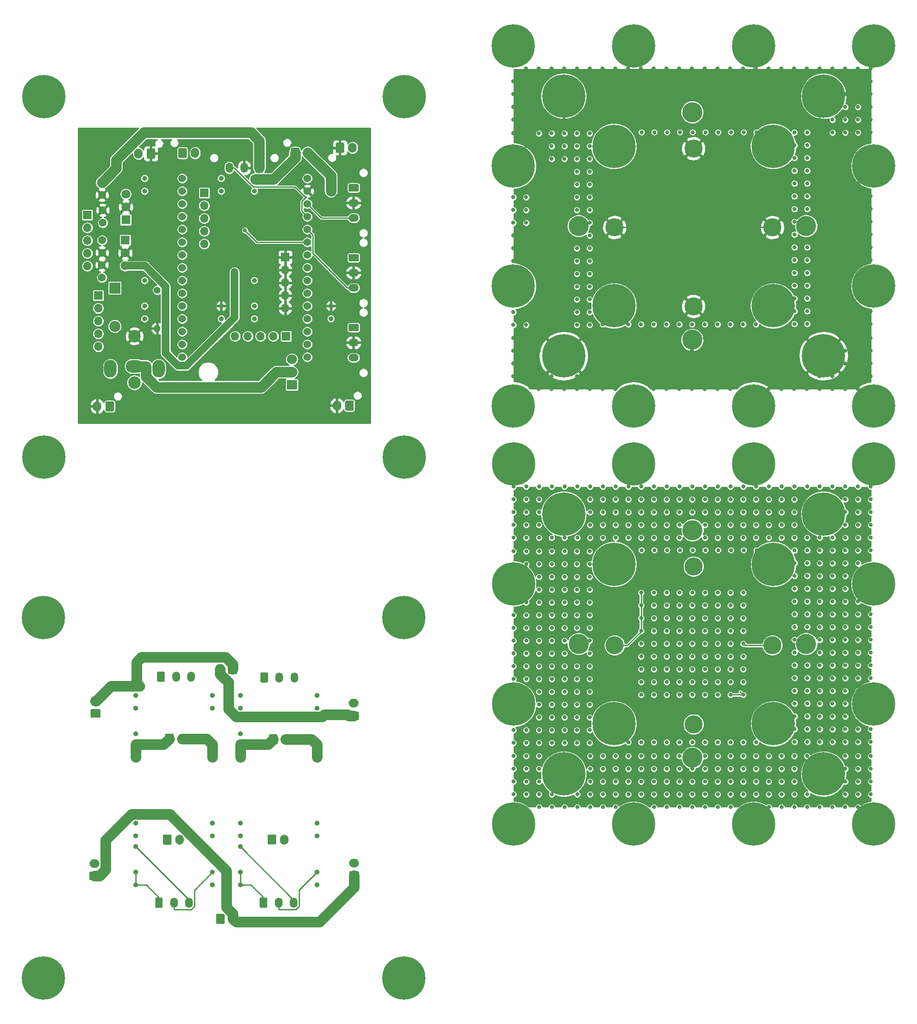
<source format=gbr>
G04 #@! TF.GenerationSoftware,KiCad,Pcbnew,5.1.5+dfsg1-2build2*
G04 #@! TF.CreationDate,2020-12-11T19:11:24+01:00*
G04 #@! TF.ProjectId,ariadne-v3-backup,61726961-646e-4652-9d76-332d6261636b,rev?*
G04 #@! TF.SameCoordinates,Original*
G04 #@! TF.FileFunction,Copper,L2,Bot*
G04 #@! TF.FilePolarity,Positive*
%FSLAX46Y46*%
G04 Gerber Fmt 4.6, Leading zero omitted, Abs format (unit mm)*
G04 Created by KiCad (PCBNEW 5.1.5+dfsg1-2build2) date 2020-12-11 19:11:24*
%MOMM*%
%LPD*%
G04 APERTURE LIST*
%ADD10C,4.000000*%
%ADD11C,8.600000*%
%ADD12C,0.900000*%
%ADD13C,3.600000*%
%ADD14O,3.500000X2.500000*%
%ADD15O,2.500000X3.500000*%
%ADD16C,2.500000*%
%ADD17R,2.200000X2.200000*%
%ADD18O,2.200000X2.200000*%
%ADD19R,1.700000X1.700000*%
%ADD20O,1.700000X1.700000*%
%ADD21C,1.600000*%
%ADD22R,2.000000X1.905000*%
%ADD23O,2.000000X1.905000*%
%ADD24C,1.400000*%
%ADD25O,1.400000X1.400000*%
%ADD26C,0.100000*%
%ADD27O,1.700000X2.000000*%
%ADD28O,1.000000X1.000000*%
%ADD29R,1.800000X1.800000*%
%ADD30C,1.800000*%
%ADD31C,1.524000*%
%ADD32O,1.500000X2.020000*%
%ADD33O,2.020000X1.500000*%
%ADD34O,2.000000X1.700000*%
%ADD35C,0.800000*%
%ADD36C,2.100000*%
%ADD37C,1.500000*%
%ADD38C,0.250000*%
%ADD39C,0.254000*%
G04 APERTURE END LIST*
D10*
X135010000Y-137667417D03*
X112382583Y-115040000D03*
X135010000Y-92412583D03*
X157637417Y-115040000D03*
D11*
X109410000Y-140890000D03*
D12*
X112635000Y-140890000D03*
X111690419Y-143170419D03*
X109410000Y-144115000D03*
X107129581Y-143170419D03*
X106185000Y-140890000D03*
X107129581Y-138609581D03*
X109410000Y-137665000D03*
X111690419Y-138609581D03*
X111690419Y-86909581D03*
X109410000Y-85965000D03*
X107129581Y-86909581D03*
X106185000Y-89190000D03*
X107129581Y-91470419D03*
X109410000Y-92415000D03*
X111690419Y-91470419D03*
X112635000Y-89190000D03*
D11*
X109410000Y-89190000D03*
D13*
X135235000Y-99615000D03*
X135235000Y-131015000D03*
X150935000Y-115315000D03*
X119535000Y-115315000D03*
D12*
X101690419Y-124709581D03*
X99410000Y-123765000D03*
X97129581Y-124709581D03*
X96185000Y-126990000D03*
X97129581Y-129270419D03*
X99410000Y-130215000D03*
X101690419Y-129270419D03*
X102635000Y-126990000D03*
D11*
X99410000Y-126990000D03*
D12*
X173390419Y-76909581D03*
X171110000Y-75965000D03*
X168829581Y-76909581D03*
X167885000Y-79190000D03*
X168829581Y-81470419D03*
X171110000Y-82415000D03*
X173390419Y-81470419D03*
X174335000Y-79190000D03*
D11*
X171110000Y-79190000D03*
D12*
X173390419Y-148609581D03*
X171110000Y-147665000D03*
X168829581Y-148609581D03*
X167885000Y-150890000D03*
X168829581Y-153170419D03*
X171110000Y-154115000D03*
X173390419Y-153170419D03*
X174335000Y-150890000D03*
D11*
X171110000Y-150890000D03*
D12*
X149490419Y-148609581D03*
X147210000Y-147665000D03*
X144929581Y-148609581D03*
X143985000Y-150890000D03*
X144929581Y-153170419D03*
X147210000Y-154115000D03*
X149490419Y-153170419D03*
X150435000Y-150890000D03*
D11*
X147210000Y-150890000D03*
X161110000Y-89190000D03*
D12*
X164335000Y-89190000D03*
X163390419Y-91470419D03*
X161110000Y-92415000D03*
X158829581Y-91470419D03*
X157885000Y-89190000D03*
X158829581Y-86909581D03*
X161110000Y-85965000D03*
X163390419Y-86909581D03*
X101690419Y-148609581D03*
X99410000Y-147665000D03*
X97129581Y-148609581D03*
X96185000Y-150890000D03*
X97129581Y-153170419D03*
X99410000Y-154115000D03*
X101690419Y-153170419D03*
X102635000Y-150890000D03*
D11*
X99410000Y-150890000D03*
D12*
X173390419Y-124709581D03*
X171110000Y-123765000D03*
X168829581Y-124709581D03*
X167885000Y-126990000D03*
X168829581Y-129270419D03*
X171110000Y-130215000D03*
X173390419Y-129270419D03*
X174335000Y-126990000D03*
D11*
X171110000Y-126990000D03*
D12*
X149490419Y-76909581D03*
X147210000Y-75965000D03*
X144929581Y-76909581D03*
X143985000Y-79190000D03*
X144929581Y-81470419D03*
X147210000Y-82415000D03*
X149490419Y-81470419D03*
X150435000Y-79190000D03*
D11*
X147210000Y-79190000D03*
D12*
X101690419Y-100809581D03*
X99410000Y-99865000D03*
X97129581Y-100809581D03*
X96185000Y-103090000D03*
X97129581Y-105370419D03*
X99410000Y-106315000D03*
X101690419Y-105370419D03*
X102635000Y-103090000D03*
D11*
X99410000Y-103090000D03*
D12*
X125590419Y-148609581D03*
X123310000Y-147665000D03*
X121029581Y-148609581D03*
X120085000Y-150890000D03*
X121029581Y-153170419D03*
X123310000Y-154115000D03*
X125590419Y-153170419D03*
X126535000Y-150890000D03*
D11*
X123310000Y-150890000D03*
D12*
X125590419Y-76909581D03*
X123310000Y-75965000D03*
X121029581Y-76909581D03*
X120085000Y-79190000D03*
X121029581Y-81470419D03*
X123310000Y-82415000D03*
X125590419Y-81470419D03*
X126535000Y-79190000D03*
D11*
X123310000Y-79190000D03*
X99410000Y-79190000D03*
D12*
X102635000Y-79190000D03*
X101690419Y-81470419D03*
X99410000Y-82415000D03*
X97129581Y-81470419D03*
X96185000Y-79190000D03*
X97129581Y-76909581D03*
X99410000Y-75965000D03*
X101690419Y-76909581D03*
D11*
X171110000Y-103090000D03*
D12*
X174335000Y-103090000D03*
X173390419Y-105370419D03*
X171110000Y-106315000D03*
X168829581Y-105370419D03*
X167885000Y-103090000D03*
X168829581Y-100809581D03*
X171110000Y-99865000D03*
X173390419Y-100809581D03*
X153390419Y-128609581D03*
X151110000Y-127665000D03*
X148829581Y-128609581D03*
X147885000Y-130890000D03*
X148829581Y-133170419D03*
X151110000Y-134115000D03*
X153390419Y-133170419D03*
X154335000Y-130890000D03*
D11*
X151110000Y-130890000D03*
D12*
X153390419Y-96909581D03*
X151110000Y-95965000D03*
X148829581Y-96909581D03*
X147885000Y-99190000D03*
X148829581Y-101470419D03*
X151110000Y-102415000D03*
X153390419Y-101470419D03*
X154335000Y-99190000D03*
D11*
X151110000Y-99190000D03*
D12*
X121690419Y-128609581D03*
X119410000Y-127665000D03*
X117129581Y-128609581D03*
X116185000Y-130890000D03*
X117129581Y-133170419D03*
X119410000Y-134115000D03*
X121690419Y-133170419D03*
X122635000Y-130890000D03*
D11*
X119410000Y-130890000D03*
X119410000Y-99190000D03*
D12*
X122635000Y-99190000D03*
X121690419Y-101470419D03*
X119410000Y-102415000D03*
X117129581Y-101470419D03*
X116185000Y-99190000D03*
X117129581Y-96909581D03*
X119410000Y-95965000D03*
X121690419Y-96909581D03*
D11*
X161110000Y-140890000D03*
D12*
X164335000Y-140890000D03*
X163390419Y-143170419D03*
X161110000Y-144115000D03*
X158829581Y-143170419D03*
X157885000Y-140890000D03*
X158829581Y-138609581D03*
X161110000Y-137665000D03*
X163390419Y-138609581D03*
D11*
X119400000Y-47750000D03*
D12*
X122625000Y-47750000D03*
X121680419Y-50030419D03*
X119400000Y-50975000D03*
X117119581Y-50030419D03*
X116175000Y-47750000D03*
X117119581Y-45469581D03*
X119400000Y-44525000D03*
X121680419Y-45469581D03*
D11*
X5900000Y-109800000D03*
D12*
X9125000Y-109800000D03*
X8180419Y-112080419D03*
X5900000Y-113025000D03*
X3619581Y-112080419D03*
X2675000Y-109800000D03*
X3619581Y-107519581D03*
X5900000Y-106575000D03*
X8180419Y-107519581D03*
X79880419Y-107519581D03*
X77600000Y-106575000D03*
X75319581Y-107519581D03*
X74375000Y-109800000D03*
X75319581Y-112080419D03*
X77600000Y-113025000D03*
X79880419Y-112080419D03*
X80825000Y-109800000D03*
D11*
X77600000Y-109800000D03*
D12*
X79880419Y-179219581D03*
X77600000Y-178275000D03*
X75319581Y-179219581D03*
X74375000Y-181500000D03*
X75319581Y-183780419D03*
X77600000Y-184725000D03*
X79880419Y-183780419D03*
X80825000Y-181500000D03*
D11*
X77600000Y-181500000D03*
D12*
X8180419Y-179219581D03*
X5900000Y-178275000D03*
X3619581Y-179219581D03*
X2675000Y-181500000D03*
X3619581Y-183780419D03*
X5900000Y-184725000D03*
X8180419Y-183780419D03*
X9125000Y-181500000D03*
D11*
X5900000Y-181500000D03*
D10*
X157627417Y-31900000D03*
X135000000Y-9272583D03*
X112372583Y-31900000D03*
X135000000Y-54527417D03*
D11*
X151100000Y-16050000D03*
D12*
X154325000Y-16050000D03*
X153380419Y-18330419D03*
X151100000Y-19275000D03*
X148819581Y-18330419D03*
X147875000Y-16050000D03*
X148819581Y-13769581D03*
X151100000Y-12825000D03*
X153380419Y-13769581D03*
X173380419Y-17669581D03*
X171100000Y-16725000D03*
X168819581Y-17669581D03*
X167875000Y-19950000D03*
X168819581Y-22230419D03*
X171100000Y-23175000D03*
X173380419Y-22230419D03*
X174325000Y-19950000D03*
D11*
X171100000Y-19950000D03*
X151100000Y-47750000D03*
D12*
X154325000Y-47750000D03*
X153380419Y-50030419D03*
X151100000Y-50975000D03*
X148819581Y-50030419D03*
X147875000Y-47750000D03*
X148819581Y-45469581D03*
X151100000Y-44525000D03*
X153380419Y-45469581D03*
X121680419Y-13769581D03*
X119400000Y-12825000D03*
X117119581Y-13769581D03*
X116175000Y-16050000D03*
X117119581Y-18330419D03*
X119400000Y-19275000D03*
X121680419Y-18330419D03*
X122625000Y-16050000D03*
D11*
X119400000Y-16050000D03*
D12*
X163380419Y-55469581D03*
X161100000Y-54525000D03*
X158819581Y-55469581D03*
X157875000Y-57750000D03*
X158819581Y-60030419D03*
X161100000Y-60975000D03*
X163380419Y-60030419D03*
X164325000Y-57750000D03*
D11*
X161100000Y-57750000D03*
D12*
X111680419Y-55469581D03*
X109400000Y-54525000D03*
X107119581Y-55469581D03*
X106175000Y-57750000D03*
X107119581Y-60030419D03*
X109400000Y-60975000D03*
X111680419Y-60030419D03*
X112625000Y-57750000D03*
D11*
X109400000Y-57750000D03*
D12*
X163380419Y-3769581D03*
X161100000Y-2825000D03*
X158819581Y-3769581D03*
X157875000Y-6050000D03*
X158819581Y-8330419D03*
X161100000Y-9275000D03*
X163380419Y-8330419D03*
X164325000Y-6050000D03*
D11*
X161100000Y-6050000D03*
X109400000Y-6050000D03*
D12*
X112625000Y-6050000D03*
X111680419Y-8330419D03*
X109400000Y-9275000D03*
X107119581Y-8330419D03*
X106175000Y-6050000D03*
X107119581Y-3769581D03*
X109400000Y-2825000D03*
X111680419Y-3769581D03*
D11*
X171100000Y-67750000D03*
D12*
X174325000Y-67750000D03*
X173380419Y-70030419D03*
X171100000Y-70975000D03*
X168819581Y-70030419D03*
X167875000Y-67750000D03*
X168819581Y-65469581D03*
X171100000Y-64525000D03*
X173380419Y-65469581D03*
D11*
X147200000Y-67750000D03*
D12*
X150425000Y-67750000D03*
X149480419Y-70030419D03*
X147200000Y-70975000D03*
X144919581Y-70030419D03*
X143975000Y-67750000D03*
X144919581Y-65469581D03*
X147200000Y-64525000D03*
X149480419Y-65469581D03*
D11*
X123300000Y-67750000D03*
D12*
X126525000Y-67750000D03*
X125580419Y-70030419D03*
X123300000Y-70975000D03*
X121019581Y-70030419D03*
X120075000Y-67750000D03*
X121019581Y-65469581D03*
X123300000Y-64525000D03*
X125580419Y-65469581D03*
D11*
X99400000Y-67750000D03*
D12*
X102625000Y-67750000D03*
X101680419Y-70030419D03*
X99400000Y-70975000D03*
X97119581Y-70030419D03*
X96175000Y-67750000D03*
X97119581Y-65469581D03*
X99400000Y-64525000D03*
X101680419Y-65469581D03*
D11*
X171100000Y-43850000D03*
D12*
X174325000Y-43850000D03*
X173380419Y-46130419D03*
X171100000Y-47075000D03*
X168819581Y-46130419D03*
X167875000Y-43850000D03*
X168819581Y-41569581D03*
X171100000Y-40625000D03*
X173380419Y-41569581D03*
D11*
X99400000Y-43850000D03*
D12*
X102625000Y-43850000D03*
X101680419Y-46130419D03*
X99400000Y-47075000D03*
X97119581Y-46130419D03*
X96175000Y-43850000D03*
X97119581Y-41569581D03*
X99400000Y-40625000D03*
X101680419Y-41569581D03*
D11*
X99400000Y-19950000D03*
D12*
X102625000Y-19950000D03*
X101680419Y-22230419D03*
X99400000Y-23175000D03*
X97119581Y-22230419D03*
X96175000Y-19950000D03*
X97119581Y-17669581D03*
X99400000Y-16725000D03*
X101680419Y-17669581D03*
D11*
X171100000Y3950000D03*
D12*
X174325000Y3950000D03*
X173380419Y1669581D03*
X171100000Y725000D03*
X168819581Y1669581D03*
X167875000Y3950000D03*
X168819581Y6230419D03*
X171100000Y7175000D03*
X173380419Y6230419D03*
D11*
X147200000Y3950000D03*
D12*
X150425000Y3950000D03*
X149480419Y1669581D03*
X147200000Y725000D03*
X144919581Y1669581D03*
X143975000Y3950000D03*
X144919581Y6230419D03*
X147200000Y7175000D03*
X149480419Y6230419D03*
D11*
X123300000Y3950000D03*
D12*
X126525000Y3950000D03*
X125580419Y1669581D03*
X123300000Y725000D03*
X121019581Y1669581D03*
X120075000Y3950000D03*
X121019581Y6230419D03*
X123300000Y7175000D03*
X125580419Y6230419D03*
X101680419Y6230419D03*
X99400000Y7175000D03*
X97119581Y6230419D03*
X96175000Y3950000D03*
X97119581Y1669581D03*
X99400000Y725000D03*
X101680419Y1669581D03*
X102625000Y3950000D03*
D11*
X99400000Y3950000D03*
X77700000Y-77900000D03*
D12*
X80925000Y-77900000D03*
X79980419Y-80180419D03*
X77700000Y-81125000D03*
X75419581Y-80180419D03*
X74475000Y-77900000D03*
X75419581Y-75619581D03*
X77700000Y-74675000D03*
X79980419Y-75619581D03*
D11*
X6000000Y-77900000D03*
D12*
X9225000Y-77900000D03*
X8280419Y-80180419D03*
X6000000Y-81125000D03*
X3719581Y-80180419D03*
X2775000Y-77900000D03*
X3719581Y-75619581D03*
X6000000Y-74675000D03*
X8280419Y-75619581D03*
D11*
X77700000Y-6200000D03*
D12*
X80925000Y-6200000D03*
X79980419Y-8480419D03*
X77700000Y-9425000D03*
X75419581Y-8480419D03*
X74475000Y-6200000D03*
X75419581Y-3919581D03*
X77700000Y-2975000D03*
X79980419Y-3919581D03*
X8280419Y-3919581D03*
X6000000Y-2975000D03*
X3719581Y-3919581D03*
X2775000Y-6200000D03*
X3719581Y-8480419D03*
X6000000Y-9425000D03*
X8280419Y-8480419D03*
X9225000Y-6200000D03*
D11*
X6000000Y-6200000D03*
D13*
X119525000Y-32175000D03*
X150925000Y-32175000D03*
X135225000Y-47875000D03*
X135225000Y-16475000D03*
D14*
X24000000Y-59800000D03*
D15*
X19200000Y-60300000D03*
X28800000Y-60300000D03*
D16*
X24000000Y-53800000D03*
X24000000Y-63050000D03*
D17*
X20075000Y-44225000D03*
D18*
X20075000Y-51845000D03*
D19*
X54000000Y-38100000D03*
D20*
X54000000Y-40640000D03*
X54000000Y-43180000D03*
X54000000Y-45720000D03*
X54000000Y-48260000D03*
X44015000Y-53825000D03*
X46555000Y-53825000D03*
X49095000Y-53825000D03*
X51635000Y-53825000D03*
D19*
X54175000Y-53825000D03*
X14625000Y-29700000D03*
D20*
X14625000Y-32240000D03*
X14625000Y-34780000D03*
X14625000Y-37320000D03*
X14625000Y-39860000D03*
D19*
X16800000Y-45725000D03*
D20*
X16800000Y-48265000D03*
X16800000Y-50805000D03*
X16800000Y-53345000D03*
X16800000Y-55885000D03*
X37875000Y-35460000D03*
X37875000Y-32920000D03*
X37875000Y-30380000D03*
X37875000Y-27840000D03*
D19*
X37875000Y-25300000D03*
D21*
X17550000Y-23225000D03*
X17550000Y-25725000D03*
X17575000Y-37225000D03*
X17575000Y-34725000D03*
X17700000Y-31250000D03*
X17700000Y-28750000D03*
X17525000Y-39650000D03*
X17525000Y-42150000D03*
D22*
X55325000Y-63500000D03*
D23*
X55325000Y-60960000D03*
X55325000Y-58420000D03*
D24*
X28525000Y-44675000D03*
D25*
X28525000Y-52295000D03*
G04 #@! TA.AperFunction,ComponentPad*
D26*
G36*
X52224504Y-133026204D02*
G01*
X52248773Y-133029804D01*
X52272571Y-133035765D01*
X52295671Y-133044030D01*
X52317849Y-133054520D01*
X52338893Y-133067133D01*
X52358598Y-133081747D01*
X52376777Y-133098223D01*
X52393253Y-133116402D01*
X52407867Y-133136107D01*
X52420480Y-133157151D01*
X52430970Y-133179329D01*
X52439235Y-133202429D01*
X52445196Y-133226227D01*
X52448796Y-133250496D01*
X52450000Y-133275000D01*
X52450000Y-134775000D01*
X52448796Y-134799504D01*
X52445196Y-134823773D01*
X52439235Y-134847571D01*
X52430970Y-134870671D01*
X52420480Y-134892849D01*
X52407867Y-134913893D01*
X52393253Y-134933598D01*
X52376777Y-134951777D01*
X52358598Y-134968253D01*
X52338893Y-134982867D01*
X52317849Y-134995480D01*
X52295671Y-135005970D01*
X52272571Y-135014235D01*
X52248773Y-135020196D01*
X52224504Y-135023796D01*
X52200000Y-135025000D01*
X51000000Y-135025000D01*
X50975496Y-135023796D01*
X50951227Y-135020196D01*
X50927429Y-135014235D01*
X50904329Y-135005970D01*
X50882151Y-134995480D01*
X50861107Y-134982867D01*
X50841402Y-134968253D01*
X50823223Y-134951777D01*
X50806747Y-134933598D01*
X50792133Y-134913893D01*
X50779520Y-134892849D01*
X50769030Y-134870671D01*
X50760765Y-134847571D01*
X50754804Y-134823773D01*
X50751204Y-134799504D01*
X50750000Y-134775000D01*
X50750000Y-133275000D01*
X50751204Y-133250496D01*
X50754804Y-133226227D01*
X50760765Y-133202429D01*
X50769030Y-133179329D01*
X50779520Y-133157151D01*
X50792133Y-133136107D01*
X50806747Y-133116402D01*
X50823223Y-133098223D01*
X50841402Y-133081747D01*
X50861107Y-133067133D01*
X50882151Y-133054520D01*
X50904329Y-133044030D01*
X50927429Y-133035765D01*
X50951227Y-133029804D01*
X50975496Y-133026204D01*
X51000000Y-133025000D01*
X52200000Y-133025000D01*
X52224504Y-133026204D01*
G37*
G04 #@! TD.AperFunction*
D27*
X54100000Y-134025000D03*
G04 #@! TA.AperFunction,ComponentPad*
D26*
G36*
X34174504Y-16376204D02*
G01*
X34198773Y-16379804D01*
X34222571Y-16385765D01*
X34245671Y-16394030D01*
X34267849Y-16404520D01*
X34288893Y-16417133D01*
X34308598Y-16431747D01*
X34326777Y-16448223D01*
X34343253Y-16466402D01*
X34357867Y-16486107D01*
X34370480Y-16507151D01*
X34380970Y-16529329D01*
X34389235Y-16552429D01*
X34395196Y-16576227D01*
X34398796Y-16600496D01*
X34400000Y-16625000D01*
X34400000Y-18125000D01*
X34398796Y-18149504D01*
X34395196Y-18173773D01*
X34389235Y-18197571D01*
X34380970Y-18220671D01*
X34370480Y-18242849D01*
X34357867Y-18263893D01*
X34343253Y-18283598D01*
X34326777Y-18301777D01*
X34308598Y-18318253D01*
X34288893Y-18332867D01*
X34267849Y-18345480D01*
X34245671Y-18355970D01*
X34222571Y-18364235D01*
X34198773Y-18370196D01*
X34174504Y-18373796D01*
X34150000Y-18375000D01*
X32950000Y-18375000D01*
X32925496Y-18373796D01*
X32901227Y-18370196D01*
X32877429Y-18364235D01*
X32854329Y-18355970D01*
X32832151Y-18345480D01*
X32811107Y-18332867D01*
X32791402Y-18318253D01*
X32773223Y-18301777D01*
X32756747Y-18283598D01*
X32742133Y-18263893D01*
X32729520Y-18242849D01*
X32719030Y-18220671D01*
X32710765Y-18197571D01*
X32704804Y-18173773D01*
X32701204Y-18149504D01*
X32700000Y-18125000D01*
X32700000Y-16625000D01*
X32701204Y-16600496D01*
X32704804Y-16576227D01*
X32710765Y-16552429D01*
X32719030Y-16529329D01*
X32729520Y-16507151D01*
X32742133Y-16486107D01*
X32756747Y-16466402D01*
X32773223Y-16448223D01*
X32791402Y-16431747D01*
X32811107Y-16417133D01*
X32832151Y-16404520D01*
X32854329Y-16394030D01*
X32877429Y-16385765D01*
X32901227Y-16379804D01*
X32925496Y-16376204D01*
X32950000Y-16375000D01*
X34150000Y-16375000D01*
X34174504Y-16376204D01*
G37*
G04 #@! TD.AperFunction*
D27*
X36050000Y-17375000D03*
D28*
X41270000Y-22410000D03*
X41270000Y-24950000D03*
X41270000Y-47810000D03*
X41270000Y-50350000D03*
X26030000Y-42730000D03*
X26030000Y-50350000D03*
X26030000Y-47810000D03*
X26030000Y-24950000D03*
X26030000Y-22410000D03*
X45055000Y-135060000D03*
X45055000Y-137600000D03*
X45055000Y-160460000D03*
X45055000Y-163000000D03*
X45055000Y-155380000D03*
X60295000Y-163000000D03*
X60295000Y-160460000D03*
X60295000Y-137600000D03*
X60295000Y-135060000D03*
D29*
X22275000Y-30650000D03*
D30*
X22275000Y-28110000D03*
X22275000Y-25570000D03*
X22150000Y-39805000D03*
X22150000Y-37265000D03*
D29*
X22150000Y-34725000D03*
D27*
X58475000Y-17325000D03*
G04 #@! TA.AperFunction,ComponentPad*
D26*
G36*
X56599504Y-16326204D02*
G01*
X56623773Y-16329804D01*
X56647571Y-16335765D01*
X56670671Y-16344030D01*
X56692849Y-16354520D01*
X56713893Y-16367133D01*
X56733598Y-16381747D01*
X56751777Y-16398223D01*
X56768253Y-16416402D01*
X56782867Y-16436107D01*
X56795480Y-16457151D01*
X56805970Y-16479329D01*
X56814235Y-16502429D01*
X56820196Y-16526227D01*
X56823796Y-16550496D01*
X56825000Y-16575000D01*
X56825000Y-18075000D01*
X56823796Y-18099504D01*
X56820196Y-18123773D01*
X56814235Y-18147571D01*
X56805970Y-18170671D01*
X56795480Y-18192849D01*
X56782867Y-18213893D01*
X56768253Y-18233598D01*
X56751777Y-18251777D01*
X56733598Y-18268253D01*
X56713893Y-18282867D01*
X56692849Y-18295480D01*
X56670671Y-18305970D01*
X56647571Y-18314235D01*
X56623773Y-18320196D01*
X56599504Y-18323796D01*
X56575000Y-18325000D01*
X55375000Y-18325000D01*
X55350496Y-18323796D01*
X55326227Y-18320196D01*
X55302429Y-18314235D01*
X55279329Y-18305970D01*
X55257151Y-18295480D01*
X55236107Y-18282867D01*
X55216402Y-18268253D01*
X55198223Y-18251777D01*
X55181747Y-18233598D01*
X55167133Y-18213893D01*
X55154520Y-18192849D01*
X55144030Y-18170671D01*
X55135765Y-18147571D01*
X55129804Y-18123773D01*
X55126204Y-18099504D01*
X55125000Y-18075000D01*
X55125000Y-16575000D01*
X55126204Y-16550496D01*
X55129804Y-16526227D01*
X55135765Y-16502429D01*
X55144030Y-16479329D01*
X55154520Y-16457151D01*
X55167133Y-16436107D01*
X55181747Y-16416402D01*
X55198223Y-16398223D01*
X55216402Y-16381747D01*
X55236107Y-16367133D01*
X55257151Y-16354520D01*
X55279329Y-16344030D01*
X55302429Y-16335765D01*
X55326227Y-16329804D01*
X55350496Y-16326204D01*
X55375000Y-16325000D01*
X56575000Y-16325000D01*
X56599504Y-16326204D01*
G37*
G04 #@! TD.AperFunction*
G04 #@! TA.AperFunction,ComponentPad*
G36*
X31149504Y-152976204D02*
G01*
X31173773Y-152979804D01*
X31197571Y-152985765D01*
X31220671Y-152994030D01*
X31242849Y-153004520D01*
X31263893Y-153017133D01*
X31283598Y-153031747D01*
X31301777Y-153048223D01*
X31318253Y-153066402D01*
X31332867Y-153086107D01*
X31345480Y-153107151D01*
X31355970Y-153129329D01*
X31364235Y-153152429D01*
X31370196Y-153176227D01*
X31373796Y-153200496D01*
X31375000Y-153225000D01*
X31375000Y-154725000D01*
X31373796Y-154749504D01*
X31370196Y-154773773D01*
X31364235Y-154797571D01*
X31355970Y-154820671D01*
X31345480Y-154842849D01*
X31332867Y-154863893D01*
X31318253Y-154883598D01*
X31301777Y-154901777D01*
X31283598Y-154918253D01*
X31263893Y-154932867D01*
X31242849Y-154945480D01*
X31220671Y-154955970D01*
X31197571Y-154964235D01*
X31173773Y-154970196D01*
X31149504Y-154973796D01*
X31125000Y-154975000D01*
X29925000Y-154975000D01*
X29900496Y-154973796D01*
X29876227Y-154970196D01*
X29852429Y-154964235D01*
X29829329Y-154955970D01*
X29807151Y-154945480D01*
X29786107Y-154932867D01*
X29766402Y-154918253D01*
X29748223Y-154901777D01*
X29731747Y-154883598D01*
X29717133Y-154863893D01*
X29704520Y-154842849D01*
X29694030Y-154820671D01*
X29685765Y-154797571D01*
X29679804Y-154773773D01*
X29676204Y-154749504D01*
X29675000Y-154725000D01*
X29675000Y-153225000D01*
X29676204Y-153200496D01*
X29679804Y-153176227D01*
X29685765Y-153152429D01*
X29694030Y-153129329D01*
X29704520Y-153107151D01*
X29717133Y-153086107D01*
X29731747Y-153066402D01*
X29748223Y-153048223D01*
X29766402Y-153031747D01*
X29786107Y-153017133D01*
X29807151Y-153004520D01*
X29829329Y-152994030D01*
X29852429Y-152985765D01*
X29876227Y-152979804D01*
X29900496Y-152976204D01*
X29925000Y-152975000D01*
X31125000Y-152975000D01*
X31149504Y-152976204D01*
G37*
G04 #@! TD.AperFunction*
D27*
X33025000Y-153975000D03*
D28*
X24255000Y-153190000D03*
X24255000Y-150650000D03*
X24255000Y-127790000D03*
X24255000Y-125250000D03*
X24255000Y-132870000D03*
X39495000Y-125250000D03*
X39495000Y-127790000D03*
X39495000Y-150650000D03*
X39495000Y-153190000D03*
X63095000Y-22410000D03*
X63095000Y-24950000D03*
X63095000Y-47810000D03*
X63095000Y-50350000D03*
X47855000Y-42730000D03*
X47855000Y-50350000D03*
X47855000Y-47810000D03*
X47855000Y-24950000D03*
X47855000Y-22410000D03*
D31*
X58396000Y-57984000D03*
X58396000Y-55444000D03*
X58396000Y-52904000D03*
X58396000Y-50364000D03*
X58396000Y-47824000D03*
X58396000Y-45284000D03*
X58396000Y-42744000D03*
X58396000Y-40204000D03*
X58396000Y-37664000D03*
X58396000Y-35124000D03*
X58396000Y-32584000D03*
X58396000Y-30044000D03*
X58396000Y-27504000D03*
X58396000Y-24964000D03*
X58396000Y-24964000D03*
X58396000Y-22424000D03*
X33504000Y-22424000D03*
X33504000Y-24964000D03*
X33504000Y-27504000D03*
X33504000Y-30044000D03*
X33504000Y-32584000D03*
X33504000Y-35124000D03*
X33504000Y-37664000D03*
X33504000Y-40204000D03*
X33504000Y-42744000D03*
X33504000Y-45284000D03*
X33504000Y-47824000D03*
X33504000Y-50364000D03*
X33504000Y-52904000D03*
X33504000Y-55444000D03*
X33504000Y-57984000D03*
G04 #@! TA.AperFunction,ComponentPad*
D26*
G36*
X31574504Y-132901204D02*
G01*
X31598773Y-132904804D01*
X31622571Y-132910765D01*
X31645671Y-132919030D01*
X31667849Y-132929520D01*
X31688893Y-132942133D01*
X31708598Y-132956747D01*
X31726777Y-132973223D01*
X31743253Y-132991402D01*
X31757867Y-133011107D01*
X31770480Y-133032151D01*
X31780970Y-133054329D01*
X31789235Y-133077429D01*
X31795196Y-133101227D01*
X31798796Y-133125496D01*
X31800000Y-133150000D01*
X31800000Y-134650000D01*
X31798796Y-134674504D01*
X31795196Y-134698773D01*
X31789235Y-134722571D01*
X31780970Y-134745671D01*
X31770480Y-134767849D01*
X31757867Y-134788893D01*
X31743253Y-134808598D01*
X31726777Y-134826777D01*
X31708598Y-134843253D01*
X31688893Y-134857867D01*
X31667849Y-134870480D01*
X31645671Y-134880970D01*
X31622571Y-134889235D01*
X31598773Y-134895196D01*
X31574504Y-134898796D01*
X31550000Y-134900000D01*
X30350000Y-134900000D01*
X30325496Y-134898796D01*
X30301227Y-134895196D01*
X30277429Y-134889235D01*
X30254329Y-134880970D01*
X30232151Y-134870480D01*
X30211107Y-134857867D01*
X30191402Y-134843253D01*
X30173223Y-134826777D01*
X30156747Y-134808598D01*
X30142133Y-134788893D01*
X30129520Y-134767849D01*
X30119030Y-134745671D01*
X30110765Y-134722571D01*
X30104804Y-134698773D01*
X30101204Y-134674504D01*
X30100000Y-134650000D01*
X30100000Y-133150000D01*
X30101204Y-133125496D01*
X30104804Y-133101227D01*
X30110765Y-133077429D01*
X30119030Y-133054329D01*
X30129520Y-133032151D01*
X30142133Y-133011107D01*
X30156747Y-132991402D01*
X30173223Y-132973223D01*
X30191402Y-132956747D01*
X30211107Y-132942133D01*
X30232151Y-132929520D01*
X30254329Y-132919030D01*
X30277429Y-132910765D01*
X30301227Y-132904804D01*
X30325496Y-132901204D01*
X30350000Y-132900000D01*
X31550000Y-132900000D01*
X31574504Y-132901204D01*
G37*
G04 #@! TD.AperFunction*
D27*
X33450000Y-133900000D03*
X53850000Y-153950000D03*
G04 #@! TA.AperFunction,ComponentPad*
D26*
G36*
X51974504Y-152951204D02*
G01*
X51998773Y-152954804D01*
X52022571Y-152960765D01*
X52045671Y-152969030D01*
X52067849Y-152979520D01*
X52088893Y-152992133D01*
X52108598Y-153006747D01*
X52126777Y-153023223D01*
X52143253Y-153041402D01*
X52157867Y-153061107D01*
X52170480Y-153082151D01*
X52180970Y-153104329D01*
X52189235Y-153127429D01*
X52195196Y-153151227D01*
X52198796Y-153175496D01*
X52200000Y-153200000D01*
X52200000Y-154700000D01*
X52198796Y-154724504D01*
X52195196Y-154748773D01*
X52189235Y-154772571D01*
X52180970Y-154795671D01*
X52170480Y-154817849D01*
X52157867Y-154838893D01*
X52143253Y-154858598D01*
X52126777Y-154876777D01*
X52108598Y-154893253D01*
X52088893Y-154907867D01*
X52067849Y-154920480D01*
X52045671Y-154930970D01*
X52022571Y-154939235D01*
X51998773Y-154945196D01*
X51974504Y-154948796D01*
X51950000Y-154950000D01*
X50750000Y-154950000D01*
X50725496Y-154948796D01*
X50701227Y-154945196D01*
X50677429Y-154939235D01*
X50654329Y-154930970D01*
X50632151Y-154920480D01*
X50611107Y-154907867D01*
X50591402Y-154893253D01*
X50573223Y-154876777D01*
X50556747Y-154858598D01*
X50542133Y-154838893D01*
X50529520Y-154817849D01*
X50519030Y-154795671D01*
X50510765Y-154772571D01*
X50504804Y-154748773D01*
X50501204Y-154724504D01*
X50500000Y-154700000D01*
X50500000Y-153200000D01*
X50501204Y-153175496D01*
X50504804Y-153151227D01*
X50510765Y-153127429D01*
X50519030Y-153104329D01*
X50529520Y-153082151D01*
X50542133Y-153061107D01*
X50556747Y-153041402D01*
X50573223Y-153023223D01*
X50591402Y-153006747D01*
X50611107Y-152992133D01*
X50632151Y-152979520D01*
X50654329Y-152969030D01*
X50677429Y-152960765D01*
X50701227Y-152954804D01*
X50725496Y-152951204D01*
X50750000Y-152950000D01*
X51950000Y-152950000D01*
X51974504Y-152951204D01*
G37*
G04 #@! TD.AperFunction*
D28*
X60295000Y-153190000D03*
X60295000Y-150650000D03*
X60295000Y-127790000D03*
X60295000Y-125250000D03*
X45055000Y-132870000D03*
X45055000Y-125250000D03*
X45055000Y-127790000D03*
X45055000Y-150650000D03*
X45055000Y-153190000D03*
X24305000Y-135060000D03*
X24305000Y-137600000D03*
X24305000Y-160460000D03*
X24305000Y-163000000D03*
X24305000Y-155380000D03*
X39545000Y-163000000D03*
X39545000Y-160460000D03*
X39545000Y-137600000D03*
X39545000Y-135060000D03*
D27*
X67400000Y-16325000D03*
G04 #@! TA.AperFunction,ComponentPad*
D26*
G36*
X65524504Y-15326204D02*
G01*
X65548773Y-15329804D01*
X65572571Y-15335765D01*
X65595671Y-15344030D01*
X65617849Y-15354520D01*
X65638893Y-15367133D01*
X65658598Y-15381747D01*
X65676777Y-15398223D01*
X65693253Y-15416402D01*
X65707867Y-15436107D01*
X65720480Y-15457151D01*
X65730970Y-15479329D01*
X65739235Y-15502429D01*
X65745196Y-15526227D01*
X65748796Y-15550496D01*
X65750000Y-15575000D01*
X65750000Y-17075000D01*
X65748796Y-17099504D01*
X65745196Y-17123773D01*
X65739235Y-17147571D01*
X65730970Y-17170671D01*
X65720480Y-17192849D01*
X65707867Y-17213893D01*
X65693253Y-17233598D01*
X65676777Y-17251777D01*
X65658598Y-17268253D01*
X65638893Y-17282867D01*
X65617849Y-17295480D01*
X65595671Y-17305970D01*
X65572571Y-17314235D01*
X65548773Y-17320196D01*
X65524504Y-17323796D01*
X65500000Y-17325000D01*
X64300000Y-17325000D01*
X64275496Y-17323796D01*
X64251227Y-17320196D01*
X64227429Y-17314235D01*
X64204329Y-17305970D01*
X64182151Y-17295480D01*
X64161107Y-17282867D01*
X64141402Y-17268253D01*
X64123223Y-17251777D01*
X64106747Y-17233598D01*
X64092133Y-17213893D01*
X64079520Y-17192849D01*
X64069030Y-17170671D01*
X64060765Y-17147571D01*
X64054804Y-17123773D01*
X64051204Y-17099504D01*
X64050000Y-17075000D01*
X64050000Y-15575000D01*
X64051204Y-15550496D01*
X64054804Y-15526227D01*
X64060765Y-15502429D01*
X64069030Y-15479329D01*
X64079520Y-15457151D01*
X64092133Y-15436107D01*
X64106747Y-15416402D01*
X64123223Y-15398223D01*
X64141402Y-15381747D01*
X64161107Y-15367133D01*
X64182151Y-15354520D01*
X64204329Y-15344030D01*
X64227429Y-15335765D01*
X64251227Y-15329804D01*
X64275496Y-15326204D01*
X64300000Y-15325000D01*
X65500000Y-15325000D01*
X65524504Y-15326204D01*
G37*
G04 #@! TD.AperFunction*
D27*
X24800000Y-17500000D03*
G04 #@! TA.AperFunction,ComponentPad*
D26*
G36*
X27924504Y-16501204D02*
G01*
X27948773Y-16504804D01*
X27972571Y-16510765D01*
X27995671Y-16519030D01*
X28017849Y-16529520D01*
X28038893Y-16542133D01*
X28058598Y-16556747D01*
X28076777Y-16573223D01*
X28093253Y-16591402D01*
X28107867Y-16611107D01*
X28120480Y-16632151D01*
X28130970Y-16654329D01*
X28139235Y-16677429D01*
X28145196Y-16701227D01*
X28148796Y-16725496D01*
X28150000Y-16750000D01*
X28150000Y-18250000D01*
X28148796Y-18274504D01*
X28145196Y-18298773D01*
X28139235Y-18322571D01*
X28130970Y-18345671D01*
X28120480Y-18367849D01*
X28107867Y-18388893D01*
X28093253Y-18408598D01*
X28076777Y-18426777D01*
X28058598Y-18443253D01*
X28038893Y-18457867D01*
X28017849Y-18470480D01*
X27995671Y-18480970D01*
X27972571Y-18489235D01*
X27948773Y-18495196D01*
X27924504Y-18498796D01*
X27900000Y-18500000D01*
X26700000Y-18500000D01*
X26675496Y-18498796D01*
X26651227Y-18495196D01*
X26627429Y-18489235D01*
X26604329Y-18480970D01*
X26582151Y-18470480D01*
X26561107Y-18457867D01*
X26541402Y-18443253D01*
X26523223Y-18426777D01*
X26506747Y-18408598D01*
X26492133Y-18388893D01*
X26479520Y-18367849D01*
X26469030Y-18345671D01*
X26460765Y-18322571D01*
X26454804Y-18298773D01*
X26451204Y-18274504D01*
X26450000Y-18250000D01*
X26450000Y-16750000D01*
X26451204Y-16725496D01*
X26454804Y-16701227D01*
X26460765Y-16677429D01*
X26469030Y-16654329D01*
X26479520Y-16632151D01*
X26492133Y-16611107D01*
X26506747Y-16591402D01*
X26523223Y-16573223D01*
X26541402Y-16556747D01*
X26561107Y-16542133D01*
X26582151Y-16529520D01*
X26604329Y-16519030D01*
X26627429Y-16510765D01*
X26651227Y-16504804D01*
X26675496Y-16501204D01*
X26700000Y-16500000D01*
X27900000Y-16500000D01*
X27924504Y-16501204D01*
G37*
G04 #@! TD.AperFunction*
G04 #@! TA.AperFunction,ComponentPad*
G36*
X50199504Y-165491204D02*
G01*
X50223773Y-165494804D01*
X50247571Y-165500765D01*
X50270671Y-165509030D01*
X50292849Y-165519520D01*
X50313893Y-165532133D01*
X50333598Y-165546747D01*
X50351777Y-165563223D01*
X50368253Y-165581402D01*
X50382867Y-165601107D01*
X50395480Y-165622151D01*
X50405970Y-165644329D01*
X50414235Y-165667429D01*
X50420196Y-165691227D01*
X50423796Y-165715496D01*
X50425000Y-165740000D01*
X50425000Y-167260000D01*
X50423796Y-167284504D01*
X50420196Y-167308773D01*
X50414235Y-167332571D01*
X50405970Y-167355671D01*
X50395480Y-167377849D01*
X50382867Y-167398893D01*
X50368253Y-167418598D01*
X50351777Y-167436777D01*
X50333598Y-167453253D01*
X50313893Y-167467867D01*
X50292849Y-167480480D01*
X50270671Y-167490970D01*
X50247571Y-167499235D01*
X50223773Y-167505196D01*
X50199504Y-167508796D01*
X50175000Y-167510000D01*
X49175000Y-167510000D01*
X49150496Y-167508796D01*
X49126227Y-167505196D01*
X49102429Y-167499235D01*
X49079329Y-167490970D01*
X49057151Y-167480480D01*
X49036107Y-167467867D01*
X49016402Y-167453253D01*
X48998223Y-167436777D01*
X48981747Y-167418598D01*
X48967133Y-167398893D01*
X48954520Y-167377849D01*
X48944030Y-167355671D01*
X48935765Y-167332571D01*
X48929804Y-167308773D01*
X48926204Y-167284504D01*
X48925000Y-167260000D01*
X48925000Y-165740000D01*
X48926204Y-165715496D01*
X48929804Y-165691227D01*
X48935765Y-165667429D01*
X48944030Y-165644329D01*
X48954520Y-165622151D01*
X48967133Y-165601107D01*
X48981747Y-165581402D01*
X48998223Y-165563223D01*
X49016402Y-165546747D01*
X49036107Y-165532133D01*
X49057151Y-165519520D01*
X49079329Y-165509030D01*
X49102429Y-165500765D01*
X49126227Y-165494804D01*
X49150496Y-165491204D01*
X49175000Y-165490000D01*
X50175000Y-165490000D01*
X50199504Y-165491204D01*
G37*
G04 #@! TD.AperFunction*
D32*
X52675000Y-166500000D03*
X55675000Y-166500000D03*
D33*
X67600000Y-30300000D03*
X67600000Y-27300000D03*
G04 #@! TA.AperFunction,ComponentPad*
D26*
G36*
X68384504Y-23551204D02*
G01*
X68408773Y-23554804D01*
X68432571Y-23560765D01*
X68455671Y-23569030D01*
X68477849Y-23579520D01*
X68498893Y-23592133D01*
X68518598Y-23606747D01*
X68536777Y-23623223D01*
X68553253Y-23641402D01*
X68567867Y-23661107D01*
X68580480Y-23682151D01*
X68590970Y-23704329D01*
X68599235Y-23727429D01*
X68605196Y-23751227D01*
X68608796Y-23775496D01*
X68610000Y-23800000D01*
X68610000Y-24800000D01*
X68608796Y-24824504D01*
X68605196Y-24848773D01*
X68599235Y-24872571D01*
X68590970Y-24895671D01*
X68580480Y-24917849D01*
X68567867Y-24938893D01*
X68553253Y-24958598D01*
X68536777Y-24976777D01*
X68518598Y-24993253D01*
X68498893Y-25007867D01*
X68477849Y-25020480D01*
X68455671Y-25030970D01*
X68432571Y-25039235D01*
X68408773Y-25045196D01*
X68384504Y-25048796D01*
X68360000Y-25050000D01*
X66840000Y-25050000D01*
X66815496Y-25048796D01*
X66791227Y-25045196D01*
X66767429Y-25039235D01*
X66744329Y-25030970D01*
X66722151Y-25020480D01*
X66701107Y-25007867D01*
X66681402Y-24993253D01*
X66663223Y-24976777D01*
X66646747Y-24958598D01*
X66632133Y-24938893D01*
X66619520Y-24917849D01*
X66609030Y-24895671D01*
X66600765Y-24872571D01*
X66594804Y-24848773D01*
X66591204Y-24824504D01*
X66590000Y-24800000D01*
X66590000Y-23800000D01*
X66591204Y-23775496D01*
X66594804Y-23751227D01*
X66600765Y-23727429D01*
X66609030Y-23704329D01*
X66619520Y-23682151D01*
X66632133Y-23661107D01*
X66646747Y-23641402D01*
X66663223Y-23623223D01*
X66681402Y-23606747D01*
X66701107Y-23592133D01*
X66722151Y-23579520D01*
X66744329Y-23569030D01*
X66767429Y-23560765D01*
X66791227Y-23554804D01*
X66815496Y-23551204D01*
X66840000Y-23550000D01*
X68360000Y-23550000D01*
X68384504Y-23551204D01*
G37*
G04 #@! TD.AperFunction*
G04 #@! TA.AperFunction,ComponentPad*
G36*
X29799504Y-120541204D02*
G01*
X29823773Y-120544804D01*
X29847571Y-120550765D01*
X29870671Y-120559030D01*
X29892849Y-120569520D01*
X29913893Y-120582133D01*
X29933598Y-120596747D01*
X29951777Y-120613223D01*
X29968253Y-120631402D01*
X29982867Y-120651107D01*
X29995480Y-120672151D01*
X30005970Y-120694329D01*
X30014235Y-120717429D01*
X30020196Y-120741227D01*
X30023796Y-120765496D01*
X30025000Y-120790000D01*
X30025000Y-122310000D01*
X30023796Y-122334504D01*
X30020196Y-122358773D01*
X30014235Y-122382571D01*
X30005970Y-122405671D01*
X29995480Y-122427849D01*
X29982867Y-122448893D01*
X29968253Y-122468598D01*
X29951777Y-122486777D01*
X29933598Y-122503253D01*
X29913893Y-122517867D01*
X29892849Y-122530480D01*
X29870671Y-122540970D01*
X29847571Y-122549235D01*
X29823773Y-122555196D01*
X29799504Y-122558796D01*
X29775000Y-122560000D01*
X28775000Y-122560000D01*
X28750496Y-122558796D01*
X28726227Y-122555196D01*
X28702429Y-122549235D01*
X28679329Y-122540970D01*
X28657151Y-122530480D01*
X28636107Y-122517867D01*
X28616402Y-122503253D01*
X28598223Y-122486777D01*
X28581747Y-122468598D01*
X28567133Y-122448893D01*
X28554520Y-122427849D01*
X28544030Y-122405671D01*
X28535765Y-122382571D01*
X28529804Y-122358773D01*
X28526204Y-122334504D01*
X28525000Y-122310000D01*
X28525000Y-120790000D01*
X28526204Y-120765496D01*
X28529804Y-120741227D01*
X28535765Y-120717429D01*
X28544030Y-120694329D01*
X28554520Y-120672151D01*
X28567133Y-120651107D01*
X28581747Y-120631402D01*
X28598223Y-120613223D01*
X28616402Y-120596747D01*
X28636107Y-120582133D01*
X28657151Y-120569520D01*
X28679329Y-120559030D01*
X28702429Y-120550765D01*
X28726227Y-120544804D01*
X28750496Y-120541204D01*
X28775000Y-120540000D01*
X29775000Y-120540000D01*
X29799504Y-120541204D01*
G37*
G04 #@! TD.AperFunction*
D32*
X32275000Y-121550000D03*
X35275000Y-121550000D03*
X42850000Y-20325000D03*
X45850000Y-20325000D03*
G04 #@! TA.AperFunction,ComponentPad*
D26*
G36*
X49374504Y-19316204D02*
G01*
X49398773Y-19319804D01*
X49422571Y-19325765D01*
X49445671Y-19334030D01*
X49467849Y-19344520D01*
X49488893Y-19357133D01*
X49508598Y-19371747D01*
X49526777Y-19388223D01*
X49543253Y-19406402D01*
X49557867Y-19426107D01*
X49570480Y-19447151D01*
X49580970Y-19469329D01*
X49589235Y-19492429D01*
X49595196Y-19516227D01*
X49598796Y-19540496D01*
X49600000Y-19565000D01*
X49600000Y-21085000D01*
X49598796Y-21109504D01*
X49595196Y-21133773D01*
X49589235Y-21157571D01*
X49580970Y-21180671D01*
X49570480Y-21202849D01*
X49557867Y-21223893D01*
X49543253Y-21243598D01*
X49526777Y-21261777D01*
X49508598Y-21278253D01*
X49488893Y-21292867D01*
X49467849Y-21305480D01*
X49445671Y-21315970D01*
X49422571Y-21324235D01*
X49398773Y-21330196D01*
X49374504Y-21333796D01*
X49350000Y-21335000D01*
X48350000Y-21335000D01*
X48325496Y-21333796D01*
X48301227Y-21330196D01*
X48277429Y-21324235D01*
X48254329Y-21315970D01*
X48232151Y-21305480D01*
X48211107Y-21292867D01*
X48191402Y-21278253D01*
X48173223Y-21261777D01*
X48156747Y-21243598D01*
X48142133Y-21223893D01*
X48129520Y-21202849D01*
X48119030Y-21180671D01*
X48110765Y-21157571D01*
X48104804Y-21133773D01*
X48101204Y-21109504D01*
X48100000Y-21085000D01*
X48100000Y-19565000D01*
X48101204Y-19540496D01*
X48104804Y-19516227D01*
X48110765Y-19492429D01*
X48119030Y-19469329D01*
X48129520Y-19447151D01*
X48142133Y-19426107D01*
X48156747Y-19406402D01*
X48173223Y-19388223D01*
X48191402Y-19371747D01*
X48211107Y-19357133D01*
X48232151Y-19344520D01*
X48254329Y-19334030D01*
X48277429Y-19325765D01*
X48301227Y-19319804D01*
X48325496Y-19316204D01*
X48350000Y-19315000D01*
X49350000Y-19315000D01*
X49374504Y-19316204D01*
G37*
G04 #@! TD.AperFunction*
D32*
X55825000Y-121700000D03*
X52825000Y-121700000D03*
G04 #@! TA.AperFunction,ComponentPad*
D26*
G36*
X50349504Y-120691204D02*
G01*
X50373773Y-120694804D01*
X50397571Y-120700765D01*
X50420671Y-120709030D01*
X50442849Y-120719520D01*
X50463893Y-120732133D01*
X50483598Y-120746747D01*
X50501777Y-120763223D01*
X50518253Y-120781402D01*
X50532867Y-120801107D01*
X50545480Y-120822151D01*
X50555970Y-120844329D01*
X50564235Y-120867429D01*
X50570196Y-120891227D01*
X50573796Y-120915496D01*
X50575000Y-120940000D01*
X50575000Y-122460000D01*
X50573796Y-122484504D01*
X50570196Y-122508773D01*
X50564235Y-122532571D01*
X50555970Y-122555671D01*
X50545480Y-122577849D01*
X50532867Y-122598893D01*
X50518253Y-122618598D01*
X50501777Y-122636777D01*
X50483598Y-122653253D01*
X50463893Y-122667867D01*
X50442849Y-122680480D01*
X50420671Y-122690970D01*
X50397571Y-122699235D01*
X50373773Y-122705196D01*
X50349504Y-122708796D01*
X50325000Y-122710000D01*
X49325000Y-122710000D01*
X49300496Y-122708796D01*
X49276227Y-122705196D01*
X49252429Y-122699235D01*
X49229329Y-122690970D01*
X49207151Y-122680480D01*
X49186107Y-122667867D01*
X49166402Y-122653253D01*
X49148223Y-122636777D01*
X49131747Y-122618598D01*
X49117133Y-122598893D01*
X49104520Y-122577849D01*
X49094030Y-122555671D01*
X49085765Y-122532571D01*
X49079804Y-122508773D01*
X49076204Y-122484504D01*
X49075000Y-122460000D01*
X49075000Y-120940000D01*
X49076204Y-120915496D01*
X49079804Y-120891227D01*
X49085765Y-120867429D01*
X49094030Y-120844329D01*
X49104520Y-120822151D01*
X49117133Y-120801107D01*
X49131747Y-120781402D01*
X49148223Y-120763223D01*
X49166402Y-120746747D01*
X49186107Y-120732133D01*
X49207151Y-120719520D01*
X49229329Y-120709030D01*
X49252429Y-120700765D01*
X49276227Y-120694804D01*
X49300496Y-120691204D01*
X49325000Y-120690000D01*
X50325000Y-120690000D01*
X50349504Y-120691204D01*
G37*
G04 #@! TD.AperFunction*
D32*
X34875000Y-166500000D03*
X31875000Y-166500000D03*
G04 #@! TA.AperFunction,ComponentPad*
D26*
G36*
X29399504Y-165491204D02*
G01*
X29423773Y-165494804D01*
X29447571Y-165500765D01*
X29470671Y-165509030D01*
X29492849Y-165519520D01*
X29513893Y-165532133D01*
X29533598Y-165546747D01*
X29551777Y-165563223D01*
X29568253Y-165581402D01*
X29582867Y-165601107D01*
X29595480Y-165622151D01*
X29605970Y-165644329D01*
X29614235Y-165667429D01*
X29620196Y-165691227D01*
X29623796Y-165715496D01*
X29625000Y-165740000D01*
X29625000Y-167260000D01*
X29623796Y-167284504D01*
X29620196Y-167308773D01*
X29614235Y-167332571D01*
X29605970Y-167355671D01*
X29595480Y-167377849D01*
X29582867Y-167398893D01*
X29568253Y-167418598D01*
X29551777Y-167436777D01*
X29533598Y-167453253D01*
X29513893Y-167467867D01*
X29492849Y-167480480D01*
X29470671Y-167490970D01*
X29447571Y-167499235D01*
X29423773Y-167505196D01*
X29399504Y-167508796D01*
X29375000Y-167510000D01*
X28375000Y-167510000D01*
X28350496Y-167508796D01*
X28326227Y-167505196D01*
X28302429Y-167499235D01*
X28279329Y-167490970D01*
X28257151Y-167480480D01*
X28236107Y-167467867D01*
X28216402Y-167453253D01*
X28198223Y-167436777D01*
X28181747Y-167418598D01*
X28167133Y-167398893D01*
X28154520Y-167377849D01*
X28144030Y-167355671D01*
X28135765Y-167332571D01*
X28129804Y-167308773D01*
X28126204Y-167284504D01*
X28125000Y-167260000D01*
X28125000Y-165740000D01*
X28126204Y-165715496D01*
X28129804Y-165691227D01*
X28135765Y-165667429D01*
X28144030Y-165644329D01*
X28154520Y-165622151D01*
X28167133Y-165601107D01*
X28181747Y-165581402D01*
X28198223Y-165563223D01*
X28216402Y-165546747D01*
X28236107Y-165532133D01*
X28257151Y-165519520D01*
X28279329Y-165509030D01*
X28302429Y-165500765D01*
X28326227Y-165494804D01*
X28350496Y-165491204D01*
X28375000Y-165490000D01*
X29375000Y-165490000D01*
X29399504Y-165491204D01*
G37*
G04 #@! TD.AperFunction*
G04 #@! TA.AperFunction,ComponentPad*
G36*
X68384504Y-37451204D02*
G01*
X68408773Y-37454804D01*
X68432571Y-37460765D01*
X68455671Y-37469030D01*
X68477849Y-37479520D01*
X68498893Y-37492133D01*
X68518598Y-37506747D01*
X68536777Y-37523223D01*
X68553253Y-37541402D01*
X68567867Y-37561107D01*
X68580480Y-37582151D01*
X68590970Y-37604329D01*
X68599235Y-37627429D01*
X68605196Y-37651227D01*
X68608796Y-37675496D01*
X68610000Y-37700000D01*
X68610000Y-38700000D01*
X68608796Y-38724504D01*
X68605196Y-38748773D01*
X68599235Y-38772571D01*
X68590970Y-38795671D01*
X68580480Y-38817849D01*
X68567867Y-38838893D01*
X68553253Y-38858598D01*
X68536777Y-38876777D01*
X68518598Y-38893253D01*
X68498893Y-38907867D01*
X68477849Y-38920480D01*
X68455671Y-38930970D01*
X68432571Y-38939235D01*
X68408773Y-38945196D01*
X68384504Y-38948796D01*
X68360000Y-38950000D01*
X66840000Y-38950000D01*
X66815496Y-38948796D01*
X66791227Y-38945196D01*
X66767429Y-38939235D01*
X66744329Y-38930970D01*
X66722151Y-38920480D01*
X66701107Y-38907867D01*
X66681402Y-38893253D01*
X66663223Y-38876777D01*
X66646747Y-38858598D01*
X66632133Y-38838893D01*
X66619520Y-38817849D01*
X66609030Y-38795671D01*
X66600765Y-38772571D01*
X66594804Y-38748773D01*
X66591204Y-38724504D01*
X66590000Y-38700000D01*
X66590000Y-37700000D01*
X66591204Y-37675496D01*
X66594804Y-37651227D01*
X66600765Y-37627429D01*
X66609030Y-37604329D01*
X66619520Y-37582151D01*
X66632133Y-37561107D01*
X66646747Y-37541402D01*
X66663223Y-37523223D01*
X66681402Y-37506747D01*
X66701107Y-37492133D01*
X66722151Y-37479520D01*
X66744329Y-37469030D01*
X66767429Y-37460765D01*
X66791227Y-37454804D01*
X66815496Y-37451204D01*
X66840000Y-37450000D01*
X68360000Y-37450000D01*
X68384504Y-37451204D01*
G37*
G04 #@! TD.AperFunction*
D33*
X67600000Y-41200000D03*
X67600000Y-44200000D03*
G04 #@! TA.AperFunction,ComponentPad*
D26*
G36*
X68384504Y-51351204D02*
G01*
X68408773Y-51354804D01*
X68432571Y-51360765D01*
X68455671Y-51369030D01*
X68477849Y-51379520D01*
X68498893Y-51392133D01*
X68518598Y-51406747D01*
X68536777Y-51423223D01*
X68553253Y-51441402D01*
X68567867Y-51461107D01*
X68580480Y-51482151D01*
X68590970Y-51504329D01*
X68599235Y-51527429D01*
X68605196Y-51551227D01*
X68608796Y-51575496D01*
X68610000Y-51600000D01*
X68610000Y-52600000D01*
X68608796Y-52624504D01*
X68605196Y-52648773D01*
X68599235Y-52672571D01*
X68590970Y-52695671D01*
X68580480Y-52717849D01*
X68567867Y-52738893D01*
X68553253Y-52758598D01*
X68536777Y-52776777D01*
X68518598Y-52793253D01*
X68498893Y-52807867D01*
X68477849Y-52820480D01*
X68455671Y-52830970D01*
X68432571Y-52839235D01*
X68408773Y-52845196D01*
X68384504Y-52848796D01*
X68360000Y-52850000D01*
X66840000Y-52850000D01*
X66815496Y-52848796D01*
X66791227Y-52845196D01*
X66767429Y-52839235D01*
X66744329Y-52830970D01*
X66722151Y-52820480D01*
X66701107Y-52807867D01*
X66681402Y-52793253D01*
X66663223Y-52776777D01*
X66646747Y-52758598D01*
X66632133Y-52738893D01*
X66619520Y-52717849D01*
X66609030Y-52695671D01*
X66600765Y-52672571D01*
X66594804Y-52648773D01*
X66591204Y-52624504D01*
X66590000Y-52600000D01*
X66590000Y-51600000D01*
X66591204Y-51575496D01*
X66594804Y-51551227D01*
X66600765Y-51527429D01*
X66609030Y-51504329D01*
X66619520Y-51482151D01*
X66632133Y-51461107D01*
X66646747Y-51441402D01*
X66663223Y-51423223D01*
X66681402Y-51406747D01*
X66701107Y-51392133D01*
X66722151Y-51379520D01*
X66744329Y-51369030D01*
X66767429Y-51360765D01*
X66791227Y-51354804D01*
X66815496Y-51351204D01*
X66840000Y-51350000D01*
X68360000Y-51350000D01*
X68384504Y-51351204D01*
G37*
G04 #@! TD.AperFunction*
D33*
X67600000Y-55100000D03*
X67600000Y-58100000D03*
D34*
X16025000Y-158700000D03*
G04 #@! TA.AperFunction,ComponentPad*
D26*
G36*
X16799504Y-160351204D02*
G01*
X16823773Y-160354804D01*
X16847571Y-160360765D01*
X16870671Y-160369030D01*
X16892849Y-160379520D01*
X16913893Y-160392133D01*
X16933598Y-160406747D01*
X16951777Y-160423223D01*
X16968253Y-160441402D01*
X16982867Y-160461107D01*
X16995480Y-160482151D01*
X17005970Y-160504329D01*
X17014235Y-160527429D01*
X17020196Y-160551227D01*
X17023796Y-160575496D01*
X17025000Y-160600000D01*
X17025000Y-161800000D01*
X17023796Y-161824504D01*
X17020196Y-161848773D01*
X17014235Y-161872571D01*
X17005970Y-161895671D01*
X16995480Y-161917849D01*
X16982867Y-161938893D01*
X16968253Y-161958598D01*
X16951777Y-161976777D01*
X16933598Y-161993253D01*
X16913893Y-162007867D01*
X16892849Y-162020480D01*
X16870671Y-162030970D01*
X16847571Y-162039235D01*
X16823773Y-162045196D01*
X16799504Y-162048796D01*
X16775000Y-162050000D01*
X15275000Y-162050000D01*
X15250496Y-162048796D01*
X15226227Y-162045196D01*
X15202429Y-162039235D01*
X15179329Y-162030970D01*
X15157151Y-162020480D01*
X15136107Y-162007867D01*
X15116402Y-161993253D01*
X15098223Y-161976777D01*
X15081747Y-161958598D01*
X15067133Y-161938893D01*
X15054520Y-161917849D01*
X15044030Y-161895671D01*
X15035765Y-161872571D01*
X15029804Y-161848773D01*
X15026204Y-161824504D01*
X15025000Y-161800000D01*
X15025000Y-160600000D01*
X15026204Y-160575496D01*
X15029804Y-160551227D01*
X15035765Y-160527429D01*
X15044030Y-160504329D01*
X15054520Y-160482151D01*
X15067133Y-160461107D01*
X15081747Y-160441402D01*
X15098223Y-160423223D01*
X15116402Y-160406747D01*
X15136107Y-160392133D01*
X15157151Y-160379520D01*
X15179329Y-160369030D01*
X15202429Y-160360765D01*
X15226227Y-160354804D01*
X15250496Y-160351204D01*
X15275000Y-160350000D01*
X16775000Y-160350000D01*
X16799504Y-160351204D01*
G37*
G04 #@! TD.AperFunction*
G04 #@! TA.AperFunction,ComponentPad*
G36*
X68499504Y-160276204D02*
G01*
X68523773Y-160279804D01*
X68547571Y-160285765D01*
X68570671Y-160294030D01*
X68592849Y-160304520D01*
X68613893Y-160317133D01*
X68633598Y-160331747D01*
X68651777Y-160348223D01*
X68668253Y-160366402D01*
X68682867Y-160386107D01*
X68695480Y-160407151D01*
X68705970Y-160429329D01*
X68714235Y-160452429D01*
X68720196Y-160476227D01*
X68723796Y-160500496D01*
X68725000Y-160525000D01*
X68725000Y-161725000D01*
X68723796Y-161749504D01*
X68720196Y-161773773D01*
X68714235Y-161797571D01*
X68705970Y-161820671D01*
X68695480Y-161842849D01*
X68682867Y-161863893D01*
X68668253Y-161883598D01*
X68651777Y-161901777D01*
X68633598Y-161918253D01*
X68613893Y-161932867D01*
X68592849Y-161945480D01*
X68570671Y-161955970D01*
X68547571Y-161964235D01*
X68523773Y-161970196D01*
X68499504Y-161973796D01*
X68475000Y-161975000D01*
X66975000Y-161975000D01*
X66950496Y-161973796D01*
X66926227Y-161970196D01*
X66902429Y-161964235D01*
X66879329Y-161955970D01*
X66857151Y-161945480D01*
X66836107Y-161932867D01*
X66816402Y-161918253D01*
X66798223Y-161901777D01*
X66781747Y-161883598D01*
X66767133Y-161863893D01*
X66754520Y-161842849D01*
X66744030Y-161820671D01*
X66735765Y-161797571D01*
X66729804Y-161773773D01*
X66726204Y-161749504D01*
X66725000Y-161725000D01*
X66725000Y-160525000D01*
X66726204Y-160500496D01*
X66729804Y-160476227D01*
X66735765Y-160452429D01*
X66744030Y-160429329D01*
X66754520Y-160407151D01*
X66767133Y-160386107D01*
X66781747Y-160366402D01*
X66798223Y-160348223D01*
X66816402Y-160331747D01*
X66836107Y-160317133D01*
X66857151Y-160304520D01*
X66879329Y-160294030D01*
X66902429Y-160285765D01*
X66926227Y-160279804D01*
X66950496Y-160276204D01*
X66975000Y-160275000D01*
X68475000Y-160275000D01*
X68499504Y-160276204D01*
G37*
G04 #@! TD.AperFunction*
D34*
X67725000Y-158625000D03*
G04 #@! TA.AperFunction,ComponentPad*
D26*
G36*
X19699504Y-66776204D02*
G01*
X19723773Y-66779804D01*
X19747571Y-66785765D01*
X19770671Y-66794030D01*
X19792849Y-66804520D01*
X19813893Y-66817133D01*
X19833598Y-66831747D01*
X19851777Y-66848223D01*
X19868253Y-66866402D01*
X19882867Y-66886107D01*
X19895480Y-66907151D01*
X19905970Y-66929329D01*
X19914235Y-66952429D01*
X19920196Y-66976227D01*
X19923796Y-67000496D01*
X19925000Y-67025000D01*
X19925000Y-68525000D01*
X19923796Y-68549504D01*
X19920196Y-68573773D01*
X19914235Y-68597571D01*
X19905970Y-68620671D01*
X19895480Y-68642849D01*
X19882867Y-68663893D01*
X19868253Y-68683598D01*
X19851777Y-68701777D01*
X19833598Y-68718253D01*
X19813893Y-68732867D01*
X19792849Y-68745480D01*
X19770671Y-68755970D01*
X19747571Y-68764235D01*
X19723773Y-68770196D01*
X19699504Y-68773796D01*
X19675000Y-68775000D01*
X18475000Y-68775000D01*
X18450496Y-68773796D01*
X18426227Y-68770196D01*
X18402429Y-68764235D01*
X18379329Y-68755970D01*
X18357151Y-68745480D01*
X18336107Y-68732867D01*
X18316402Y-68718253D01*
X18298223Y-68701777D01*
X18281747Y-68683598D01*
X18267133Y-68663893D01*
X18254520Y-68642849D01*
X18244030Y-68620671D01*
X18235765Y-68597571D01*
X18229804Y-68573773D01*
X18226204Y-68549504D01*
X18225000Y-68525000D01*
X18225000Y-67025000D01*
X18226204Y-67000496D01*
X18229804Y-66976227D01*
X18235765Y-66952429D01*
X18244030Y-66929329D01*
X18254520Y-66907151D01*
X18267133Y-66886107D01*
X18281747Y-66866402D01*
X18298223Y-66848223D01*
X18316402Y-66831747D01*
X18336107Y-66817133D01*
X18357151Y-66804520D01*
X18379329Y-66794030D01*
X18402429Y-66785765D01*
X18426227Y-66779804D01*
X18450496Y-66776204D01*
X18475000Y-66775000D01*
X19675000Y-66775000D01*
X19699504Y-66776204D01*
G37*
G04 #@! TD.AperFunction*
D27*
X16575000Y-67775000D03*
X64275000Y-67625000D03*
G04 #@! TA.AperFunction,ComponentPad*
D26*
G36*
X67399504Y-66626204D02*
G01*
X67423773Y-66629804D01*
X67447571Y-66635765D01*
X67470671Y-66644030D01*
X67492849Y-66654520D01*
X67513893Y-66667133D01*
X67533598Y-66681747D01*
X67551777Y-66698223D01*
X67568253Y-66716402D01*
X67582867Y-66736107D01*
X67595480Y-66757151D01*
X67605970Y-66779329D01*
X67614235Y-66802429D01*
X67620196Y-66826227D01*
X67623796Y-66850496D01*
X67625000Y-66875000D01*
X67625000Y-68375000D01*
X67623796Y-68399504D01*
X67620196Y-68423773D01*
X67614235Y-68447571D01*
X67605970Y-68470671D01*
X67595480Y-68492849D01*
X67582867Y-68513893D01*
X67568253Y-68533598D01*
X67551777Y-68551777D01*
X67533598Y-68568253D01*
X67513893Y-68582867D01*
X67492849Y-68595480D01*
X67470671Y-68605970D01*
X67447571Y-68614235D01*
X67423773Y-68620196D01*
X67399504Y-68623796D01*
X67375000Y-68625000D01*
X66175000Y-68625000D01*
X66150496Y-68623796D01*
X66126227Y-68620196D01*
X66102429Y-68614235D01*
X66079329Y-68605970D01*
X66057151Y-68595480D01*
X66036107Y-68582867D01*
X66016402Y-68568253D01*
X65998223Y-68551777D01*
X65981747Y-68533598D01*
X65967133Y-68513893D01*
X65954520Y-68492849D01*
X65944030Y-68470671D01*
X65935765Y-68447571D01*
X65929804Y-68423773D01*
X65926204Y-68399504D01*
X65925000Y-68375000D01*
X65925000Y-66875000D01*
X65926204Y-66850496D01*
X65929804Y-66826227D01*
X65935765Y-66802429D01*
X65944030Y-66779329D01*
X65954520Y-66757151D01*
X65967133Y-66736107D01*
X65981747Y-66716402D01*
X65998223Y-66698223D01*
X66016402Y-66681747D01*
X66036107Y-66667133D01*
X66057151Y-66654520D01*
X66079329Y-66644030D01*
X66102429Y-66635765D01*
X66126227Y-66629804D01*
X66150496Y-66626204D01*
X66175000Y-66625000D01*
X67375000Y-66625000D01*
X67399504Y-66626204D01*
G37*
G04 #@! TD.AperFunction*
D34*
X67650000Y-126850000D03*
G04 #@! TA.AperFunction,ComponentPad*
D26*
G36*
X68424504Y-128501204D02*
G01*
X68448773Y-128504804D01*
X68472571Y-128510765D01*
X68495671Y-128519030D01*
X68517849Y-128529520D01*
X68538893Y-128542133D01*
X68558598Y-128556747D01*
X68576777Y-128573223D01*
X68593253Y-128591402D01*
X68607867Y-128611107D01*
X68620480Y-128632151D01*
X68630970Y-128654329D01*
X68639235Y-128677429D01*
X68645196Y-128701227D01*
X68648796Y-128725496D01*
X68650000Y-128750000D01*
X68650000Y-129950000D01*
X68648796Y-129974504D01*
X68645196Y-129998773D01*
X68639235Y-130022571D01*
X68630970Y-130045671D01*
X68620480Y-130067849D01*
X68607867Y-130088893D01*
X68593253Y-130108598D01*
X68576777Y-130126777D01*
X68558598Y-130143253D01*
X68538893Y-130157867D01*
X68517849Y-130170480D01*
X68495671Y-130180970D01*
X68472571Y-130189235D01*
X68448773Y-130195196D01*
X68424504Y-130198796D01*
X68400000Y-130200000D01*
X66900000Y-130200000D01*
X66875496Y-130198796D01*
X66851227Y-130195196D01*
X66827429Y-130189235D01*
X66804329Y-130180970D01*
X66782151Y-130170480D01*
X66761107Y-130157867D01*
X66741402Y-130143253D01*
X66723223Y-130126777D01*
X66706747Y-130108598D01*
X66692133Y-130088893D01*
X66679520Y-130067849D01*
X66669030Y-130045671D01*
X66660765Y-130022571D01*
X66654804Y-129998773D01*
X66651204Y-129974504D01*
X66650000Y-129950000D01*
X66650000Y-128750000D01*
X66651204Y-128725496D01*
X66654804Y-128701227D01*
X66660765Y-128677429D01*
X66669030Y-128654329D01*
X66679520Y-128632151D01*
X66692133Y-128611107D01*
X66706747Y-128591402D01*
X66723223Y-128573223D01*
X66741402Y-128556747D01*
X66761107Y-128542133D01*
X66782151Y-128529520D01*
X66804329Y-128519030D01*
X66827429Y-128510765D01*
X66851227Y-128504804D01*
X66875496Y-128501204D01*
X66900000Y-128500000D01*
X68400000Y-128500000D01*
X68424504Y-128501204D01*
G37*
G04 #@! TD.AperFunction*
G04 #@! TA.AperFunction,ComponentPad*
G36*
X41724504Y-168726204D02*
G01*
X41748773Y-168729804D01*
X41772571Y-168735765D01*
X41795671Y-168744030D01*
X41817849Y-168754520D01*
X41838893Y-168767133D01*
X41858598Y-168781747D01*
X41876777Y-168798223D01*
X41893253Y-168816402D01*
X41907867Y-168836107D01*
X41920480Y-168857151D01*
X41930970Y-168879329D01*
X41939235Y-168902429D01*
X41945196Y-168926227D01*
X41948796Y-168950496D01*
X41950000Y-168975000D01*
X41950000Y-170475000D01*
X41948796Y-170499504D01*
X41945196Y-170523773D01*
X41939235Y-170547571D01*
X41930970Y-170570671D01*
X41920480Y-170592849D01*
X41907867Y-170613893D01*
X41893253Y-170633598D01*
X41876777Y-170651777D01*
X41858598Y-170668253D01*
X41838893Y-170682867D01*
X41817849Y-170695480D01*
X41795671Y-170705970D01*
X41772571Y-170714235D01*
X41748773Y-170720196D01*
X41724504Y-170723796D01*
X41700000Y-170725000D01*
X40500000Y-170725000D01*
X40475496Y-170723796D01*
X40451227Y-170720196D01*
X40427429Y-170714235D01*
X40404329Y-170705970D01*
X40382151Y-170695480D01*
X40361107Y-170682867D01*
X40341402Y-170668253D01*
X40323223Y-170651777D01*
X40306747Y-170633598D01*
X40292133Y-170613893D01*
X40279520Y-170592849D01*
X40269030Y-170570671D01*
X40260765Y-170547571D01*
X40254804Y-170523773D01*
X40251204Y-170499504D01*
X40250000Y-170475000D01*
X40250000Y-168975000D01*
X40251204Y-168950496D01*
X40254804Y-168926227D01*
X40260765Y-168902429D01*
X40269030Y-168879329D01*
X40279520Y-168857151D01*
X40292133Y-168836107D01*
X40306747Y-168816402D01*
X40323223Y-168798223D01*
X40341402Y-168781747D01*
X40361107Y-168767133D01*
X40382151Y-168754520D01*
X40404329Y-168744030D01*
X40427429Y-168735765D01*
X40451227Y-168729804D01*
X40475496Y-168726204D01*
X40500000Y-168725000D01*
X41700000Y-168725000D01*
X41724504Y-168726204D01*
G37*
G04 #@! TD.AperFunction*
D27*
X43600000Y-169725000D03*
G04 #@! TA.AperFunction,ComponentPad*
D26*
G36*
X44149504Y-119076204D02*
G01*
X44173773Y-119079804D01*
X44197571Y-119085765D01*
X44220671Y-119094030D01*
X44242849Y-119104520D01*
X44263893Y-119117133D01*
X44283598Y-119131747D01*
X44301777Y-119148223D01*
X44318253Y-119166402D01*
X44332867Y-119186107D01*
X44345480Y-119207151D01*
X44355970Y-119229329D01*
X44364235Y-119252429D01*
X44370196Y-119276227D01*
X44373796Y-119300496D01*
X44375000Y-119325000D01*
X44375000Y-120825000D01*
X44373796Y-120849504D01*
X44370196Y-120873773D01*
X44364235Y-120897571D01*
X44355970Y-120920671D01*
X44345480Y-120942849D01*
X44332867Y-120963893D01*
X44318253Y-120983598D01*
X44301777Y-121001777D01*
X44283598Y-121018253D01*
X44263893Y-121032867D01*
X44242849Y-121045480D01*
X44220671Y-121055970D01*
X44197571Y-121064235D01*
X44173773Y-121070196D01*
X44149504Y-121073796D01*
X44125000Y-121075000D01*
X42925000Y-121075000D01*
X42900496Y-121073796D01*
X42876227Y-121070196D01*
X42852429Y-121064235D01*
X42829329Y-121055970D01*
X42807151Y-121045480D01*
X42786107Y-121032867D01*
X42766402Y-121018253D01*
X42748223Y-121001777D01*
X42731747Y-120983598D01*
X42717133Y-120963893D01*
X42704520Y-120942849D01*
X42694030Y-120920671D01*
X42685765Y-120897571D01*
X42679804Y-120873773D01*
X42676204Y-120849504D01*
X42675000Y-120825000D01*
X42675000Y-119325000D01*
X42676204Y-119300496D01*
X42679804Y-119276227D01*
X42685765Y-119252429D01*
X42694030Y-119229329D01*
X42704520Y-119207151D01*
X42717133Y-119186107D01*
X42731747Y-119166402D01*
X42748223Y-119148223D01*
X42766402Y-119131747D01*
X42786107Y-119117133D01*
X42807151Y-119104520D01*
X42829329Y-119094030D01*
X42852429Y-119085765D01*
X42876227Y-119079804D01*
X42900496Y-119076204D01*
X42925000Y-119075000D01*
X44125000Y-119075000D01*
X44149504Y-119076204D01*
G37*
G04 #@! TD.AperFunction*
D27*
X41025000Y-120075000D03*
G04 #@! TA.AperFunction,ComponentPad*
D26*
G36*
X17024504Y-128026204D02*
G01*
X17048773Y-128029804D01*
X17072571Y-128035765D01*
X17095671Y-128044030D01*
X17117849Y-128054520D01*
X17138893Y-128067133D01*
X17158598Y-128081747D01*
X17176777Y-128098223D01*
X17193253Y-128116402D01*
X17207867Y-128136107D01*
X17220480Y-128157151D01*
X17230970Y-128179329D01*
X17239235Y-128202429D01*
X17245196Y-128226227D01*
X17248796Y-128250496D01*
X17250000Y-128275000D01*
X17250000Y-129475000D01*
X17248796Y-129499504D01*
X17245196Y-129523773D01*
X17239235Y-129547571D01*
X17230970Y-129570671D01*
X17220480Y-129592849D01*
X17207867Y-129613893D01*
X17193253Y-129633598D01*
X17176777Y-129651777D01*
X17158598Y-129668253D01*
X17138893Y-129682867D01*
X17117849Y-129695480D01*
X17095671Y-129705970D01*
X17072571Y-129714235D01*
X17048773Y-129720196D01*
X17024504Y-129723796D01*
X17000000Y-129725000D01*
X15500000Y-129725000D01*
X15475496Y-129723796D01*
X15451227Y-129720196D01*
X15427429Y-129714235D01*
X15404329Y-129705970D01*
X15382151Y-129695480D01*
X15361107Y-129682867D01*
X15341402Y-129668253D01*
X15323223Y-129651777D01*
X15306747Y-129633598D01*
X15292133Y-129613893D01*
X15279520Y-129592849D01*
X15269030Y-129570671D01*
X15260765Y-129547571D01*
X15254804Y-129523773D01*
X15251204Y-129499504D01*
X15250000Y-129475000D01*
X15250000Y-128275000D01*
X15251204Y-128250496D01*
X15254804Y-128226227D01*
X15260765Y-128202429D01*
X15269030Y-128179329D01*
X15279520Y-128157151D01*
X15292133Y-128136107D01*
X15306747Y-128116402D01*
X15323223Y-128098223D01*
X15341402Y-128081747D01*
X15361107Y-128067133D01*
X15382151Y-128054520D01*
X15404329Y-128044030D01*
X15427429Y-128035765D01*
X15451227Y-128029804D01*
X15475496Y-128026204D01*
X15500000Y-128025000D01*
X17000000Y-128025000D01*
X17024504Y-128026204D01*
G37*
G04 #@! TD.AperFunction*
D34*
X16250000Y-126375000D03*
D35*
X124800000Y-21700000D03*
X43900000Y-41050000D03*
X45974000Y-32766000D03*
X127340000Y-21700000D03*
X129880000Y-21700000D03*
X132420000Y-21700000D03*
X134960000Y-21700000D03*
X137500000Y-21700000D03*
X140040000Y-21700000D03*
X142580000Y-21700000D03*
X145120000Y-21700000D03*
X124800000Y-24240000D03*
X127340000Y-24240000D03*
X129880000Y-24240000D03*
X132420000Y-24240000D03*
X134960000Y-24240000D03*
X137500000Y-24240000D03*
X140040000Y-24240000D03*
X142580000Y-24240000D03*
X145120000Y-24240000D03*
X124800000Y-26780000D03*
X127340000Y-26780000D03*
X129880000Y-26780000D03*
X132420000Y-26780000D03*
X134960000Y-26780000D03*
X137500000Y-26780000D03*
X140040000Y-26780000D03*
X142580000Y-26780000D03*
X145120000Y-26780000D03*
X124800000Y-29320000D03*
X127340000Y-29320000D03*
X129880000Y-29320000D03*
X132420000Y-29320000D03*
X134960000Y-29320000D03*
X137500000Y-29320000D03*
X140040000Y-29320000D03*
X142580000Y-29320000D03*
X145120000Y-29320000D03*
X124800000Y-31860000D03*
X127340000Y-31860000D03*
X129880000Y-31860000D03*
X132420000Y-31860000D03*
X134960000Y-31860000D03*
X137500000Y-31860000D03*
X140040000Y-31860000D03*
X142580000Y-31860000D03*
X145120000Y-31860000D03*
X124800000Y-34400000D03*
X127340000Y-34400000D03*
X129880000Y-34400000D03*
X132420000Y-34400000D03*
X134960000Y-34400000D03*
X137500000Y-34400000D03*
X140040000Y-34400000D03*
X142580000Y-34400000D03*
X145120000Y-34400000D03*
X124800000Y-36940000D03*
X127340000Y-36940000D03*
X129880000Y-36940000D03*
X132420000Y-36940000D03*
X134960000Y-36940000D03*
X137500000Y-36940000D03*
X140040000Y-36940000D03*
X142580000Y-36940000D03*
X145120000Y-36940000D03*
X124800000Y-39480000D03*
X127340000Y-39480000D03*
X129880000Y-39480000D03*
X132420000Y-39480000D03*
X134960000Y-39480000D03*
X137500000Y-39480000D03*
X140040000Y-39480000D03*
X142580000Y-39480000D03*
X145120000Y-39480000D03*
X124800000Y-42020000D03*
X127340000Y-42020000D03*
X129880000Y-42020000D03*
X132420000Y-42020000D03*
X134960000Y-42020000D03*
X137500000Y-42020000D03*
X140040000Y-42020000D03*
X142580000Y-42020000D03*
X145120000Y-42020000D03*
X101940000Y-600000D03*
X104480000Y-600000D03*
X107020000Y-600000D03*
X109560000Y-600000D03*
X112100000Y-600000D03*
X114640000Y-600000D03*
X117180000Y-600000D03*
X119720000Y-600000D03*
X122260000Y-600000D03*
X124800000Y-600000D03*
X127340000Y-600000D03*
X129880000Y-600000D03*
X132420000Y-600000D03*
X134960000Y-600000D03*
X137500000Y-600000D03*
X140040000Y-600000D03*
X142580000Y-600000D03*
X145120000Y-600000D03*
X150200000Y-600000D03*
X152740000Y-600000D03*
X155280000Y-600000D03*
X157820000Y-600000D03*
X99400000Y-3140000D03*
X101940000Y-3140000D03*
X104480000Y-3140000D03*
X114640000Y-3140000D03*
X117180000Y-3140000D03*
X119720000Y-3140000D03*
X122260000Y-3140000D03*
X124800000Y-3140000D03*
X127340000Y-3140000D03*
X129880000Y-3140000D03*
X132420000Y-3140000D03*
X134960000Y-3140000D03*
X137500000Y-3140000D03*
X140040000Y-3140000D03*
X142580000Y-3140000D03*
X145120000Y-3140000D03*
X147660000Y-3140000D03*
X150200000Y-3140000D03*
X152740000Y-3140000D03*
X155280000Y-3140000D03*
X99400000Y-5680000D03*
X101940000Y-5680000D03*
X104480000Y-5680000D03*
X114640000Y-5680000D03*
X117180000Y-5680000D03*
X119720000Y-5680000D03*
X122260000Y-5680000D03*
X124800000Y-5680000D03*
X127340000Y-5680000D03*
X129880000Y-5680000D03*
X132420000Y-5680000D03*
X134960000Y-5680000D03*
X137500000Y-5680000D03*
X140040000Y-5680000D03*
X142580000Y-5680000D03*
X145120000Y-5680000D03*
X147660000Y-5680000D03*
X150200000Y-5680000D03*
X152740000Y-5680000D03*
X155280000Y-5680000D03*
X99400000Y-8220000D03*
X101940000Y-8220000D03*
X104480000Y-8220000D03*
X114640000Y-8220000D03*
X117180000Y-8220000D03*
X119720000Y-8220000D03*
X122260000Y-8220000D03*
X124800000Y-8220000D03*
X127340000Y-8220000D03*
X129880000Y-8220000D03*
X132420000Y-8220000D03*
X137500000Y-8220000D03*
X140040000Y-8220000D03*
X142580000Y-8220000D03*
X145120000Y-8220000D03*
X147660000Y-8220000D03*
X150200000Y-8220000D03*
X152740000Y-8220000D03*
X155280000Y-8220000D03*
X167960000Y-8220000D03*
X167960000Y-10760000D03*
X165420000Y-8220000D03*
X165420000Y-10760000D03*
X162880000Y-13300000D03*
X167960000Y-13300000D03*
X162880000Y-10760000D03*
X165420000Y-13300000D03*
X99400000Y-10760000D03*
X101940000Y-10760000D03*
X104480000Y-10760000D03*
X107020000Y-10760000D03*
X109560000Y-10760000D03*
X112100000Y-10760000D03*
X114640000Y-10760000D03*
X117180000Y-10760000D03*
X119720000Y-10760000D03*
X122260000Y-10760000D03*
X124800000Y-10760000D03*
X127340000Y-10760000D03*
X129880000Y-10760000D03*
X132420000Y-10760000D03*
X137500000Y-10760000D03*
X140040000Y-10760000D03*
X142580000Y-10760000D03*
X145120000Y-10760000D03*
X147660000Y-10760000D03*
X150200000Y-10760000D03*
X152740000Y-10760000D03*
X155280000Y-10760000D03*
X157820000Y-10760000D03*
X165420000Y-43780000D03*
X165420000Y-46320000D03*
X165420000Y-38700000D03*
X165420000Y-41240000D03*
X167960000Y-15840000D03*
X170500000Y-38700000D03*
X170500000Y-33620000D03*
X162880000Y-18380000D03*
X162880000Y-20920000D03*
X160340000Y-33620000D03*
X160340000Y-36160000D03*
X165420000Y-28540000D03*
X165420000Y-31080000D03*
X170500000Y-48860000D03*
X170500000Y-10760000D03*
X167960000Y-28540000D03*
X167960000Y-31080000D03*
X170500000Y-5680000D03*
X162880000Y-23460000D03*
X162880000Y-26000000D03*
X165420000Y-3140000D03*
X165420000Y-5680000D03*
X165420000Y-33620000D03*
X165420000Y-36160000D03*
X165420000Y-23460000D03*
X165420000Y-26000000D03*
X167960000Y-3140000D03*
X167960000Y-26000000D03*
X162880000Y-43780000D03*
X162880000Y-46320000D03*
X162880000Y-28540000D03*
X162880000Y-31080000D03*
X160340000Y-10760000D03*
X162880000Y-15840000D03*
X170500000Y-600000D03*
X167960000Y-600000D03*
X160340000Y-18380000D03*
X160340000Y-20920000D03*
X170500000Y-13300000D03*
X160340000Y-28540000D03*
X160340000Y-31080000D03*
X167960000Y-33620000D03*
X167960000Y-36160000D03*
X162880000Y-48860000D03*
X162880000Y-51400000D03*
X165420000Y-48860000D03*
X165420000Y-51400000D03*
X162880000Y-33620000D03*
X162880000Y-36160000D03*
X170500000Y-36160000D03*
X162880000Y-600000D03*
X170500000Y-26000000D03*
X170500000Y-28540000D03*
X167960000Y-48860000D03*
X167960000Y-51400000D03*
X160340000Y-38700000D03*
X160340000Y-41240000D03*
X160340000Y-13300000D03*
X160340000Y-15840000D03*
X167960000Y-23460000D03*
X165420000Y-600000D03*
X167960000Y-38700000D03*
X160340000Y-48860000D03*
X160340000Y-51400000D03*
X170500000Y-51400000D03*
X165420000Y-18380000D03*
X165420000Y-20920000D03*
X170500000Y-31080000D03*
X160340000Y-43780000D03*
X160340000Y-46320000D03*
X160340000Y-23460000D03*
X160340000Y-26000000D03*
X170500000Y-3140000D03*
X162880000Y-38700000D03*
X162880000Y-41240000D03*
X165420000Y-15840000D03*
X160340000Y-600000D03*
X104480000Y-13480000D03*
X109560000Y-16020000D03*
X107020000Y-13480000D03*
X107020000Y-18560000D03*
X99400000Y-51580000D03*
X99400000Y-28720000D03*
X101940000Y-28720000D03*
X101940000Y-31260000D03*
X109560000Y-13480000D03*
X109560000Y-18560000D03*
X101940000Y-26180000D03*
X101940000Y-51580000D03*
X99400000Y-49040000D03*
X107020000Y-16020000D03*
X99400000Y-26180000D03*
X99400000Y-31260000D03*
X170500000Y-8220000D03*
X167960000Y-5680000D03*
X99400000Y-41420000D03*
X109560000Y-38880000D03*
X107020000Y-26180000D03*
X99400000Y-38880000D03*
X99400000Y-36340000D03*
X104480000Y-31260000D03*
X107020000Y-49040000D03*
X99400000Y-33800000D03*
X109560000Y-46500000D03*
X101940000Y-33800000D03*
X99400000Y-43960000D03*
X99400000Y-46500000D03*
X104480000Y-49040000D03*
X109560000Y-33800000D03*
X101940000Y-16020000D03*
X104480000Y-43960000D03*
X104480000Y-38880000D03*
X107020000Y-23640000D03*
X101940000Y-13480000D03*
X101940000Y-38880000D03*
X107020000Y-36340000D03*
X107020000Y-28720000D03*
X104480000Y-18560000D03*
X107020000Y-43960000D03*
X107020000Y-46500000D03*
X109560000Y-28720000D03*
X109560000Y-41420000D03*
X109560000Y-43960000D03*
X104480000Y-26180000D03*
X104480000Y-28720000D03*
X109560000Y-23640000D03*
X101940000Y-49040000D03*
X109560000Y-21100000D03*
X104480000Y-41420000D03*
X104480000Y-36340000D03*
X104480000Y-21100000D03*
X104480000Y-23640000D03*
X107020000Y-21100000D03*
X99400000Y-18560000D03*
X109560000Y-49040000D03*
X104480000Y-16020000D03*
X107020000Y-38880000D03*
X109560000Y-26180000D03*
X109560000Y-36340000D03*
X99400000Y-21100000D03*
X104480000Y-51580000D03*
X107020000Y-31260000D03*
X109560000Y-51580000D03*
X165420000Y-64360000D03*
X167960000Y-64360000D03*
X167960000Y-61820000D03*
X160340000Y-61820000D03*
X165420000Y-61820000D03*
X112100000Y-61820000D03*
X162880000Y-61820000D03*
X162880000Y-64360000D03*
X107020000Y-61820000D03*
X157820000Y-61820000D03*
X142580000Y-59280000D03*
X145120000Y-59280000D03*
X137500000Y-59280000D03*
X140040000Y-59280000D03*
X114640000Y-56740000D03*
X137500000Y-54200000D03*
X132420000Y-54200000D03*
X117180000Y-61820000D03*
X119720000Y-61820000D03*
X132420000Y-64360000D03*
X134960000Y-64360000D03*
X119720000Y-54200000D03*
X152740000Y-61820000D03*
X155280000Y-61820000D03*
X142580000Y-56740000D03*
X145120000Y-56740000D03*
X127340000Y-59280000D03*
X129880000Y-59280000D03*
X147660000Y-54200000D03*
X127340000Y-56740000D03*
X129880000Y-56740000D03*
X165420000Y-56740000D03*
X152740000Y-56740000D03*
X155280000Y-56740000D03*
X170500000Y-59280000D03*
X167960000Y-54200000D03*
X160340000Y-64360000D03*
X104480000Y-54200000D03*
X122260000Y-61820000D03*
X124800000Y-61820000D03*
X101940000Y-59280000D03*
X104480000Y-59280000D03*
X155280000Y-54200000D03*
X132420000Y-59280000D03*
X134960000Y-59280000D03*
X117180000Y-56740000D03*
X170500000Y-54200000D03*
X167960000Y-59280000D03*
X114640000Y-54200000D03*
X122260000Y-59280000D03*
X124800000Y-59280000D03*
X104480000Y-64360000D03*
X101940000Y-56740000D03*
X124800000Y-56740000D03*
X152740000Y-59280000D03*
X155280000Y-59280000D03*
X142580000Y-61820000D03*
X145120000Y-61820000D03*
X127340000Y-61820000D03*
X129880000Y-61820000D03*
X119720000Y-56740000D03*
X107020000Y-64360000D03*
X109560000Y-64360000D03*
X101940000Y-61820000D03*
X104480000Y-61820000D03*
X114640000Y-61820000D03*
X99400000Y-54200000D03*
X157820000Y-64360000D03*
X99400000Y-56740000D03*
X117180000Y-64360000D03*
X119720000Y-64360000D03*
X127340000Y-64360000D03*
X129880000Y-64360000D03*
X132420000Y-56740000D03*
X134960000Y-56740000D03*
X165420000Y-59280000D03*
X147660000Y-61820000D03*
X150200000Y-61820000D03*
X147660000Y-59280000D03*
X150200000Y-59280000D03*
X132420000Y-61820000D03*
X134960000Y-61820000D03*
X134960000Y-54200000D03*
X99400000Y-61820000D03*
X124800000Y-54200000D03*
X140040000Y-54200000D03*
X127340000Y-54200000D03*
X117180000Y-54200000D03*
X170500000Y-56740000D03*
X145120000Y-54200000D03*
X147660000Y-56740000D03*
X150200000Y-56740000D03*
X152740000Y-54200000D03*
X137500000Y-64360000D03*
X140040000Y-64360000D03*
X152740000Y-64360000D03*
X155280000Y-64360000D03*
X165420000Y-54200000D03*
X112100000Y-64360000D03*
X114640000Y-64360000D03*
X122260000Y-56740000D03*
X99400000Y-59280000D03*
X137500000Y-56740000D03*
X140040000Y-56740000D03*
X150200000Y-64360000D03*
X157820000Y-54200000D03*
X150200000Y-54200000D03*
X117180000Y-59280000D03*
X119720000Y-59280000D03*
X142580000Y-54200000D03*
X167960000Y-56740000D03*
X129880000Y-54200000D03*
X142580000Y-64360000D03*
X101940000Y-54200000D03*
X137500000Y-61820000D03*
X140040000Y-61820000D03*
X170500000Y-61820000D03*
X114640000Y-59280000D03*
X122260000Y-54200000D03*
X104480000Y-56740000D03*
X114560000Y-13480000D03*
X112020000Y-13480000D03*
X112020000Y-16020000D03*
X112020000Y-18560000D03*
X114560000Y-18560000D03*
X114560000Y-16020000D03*
X114560000Y-36340000D03*
X114560000Y-23640000D03*
X112020000Y-28720000D03*
X114560000Y-31260000D03*
X112020000Y-41420000D03*
X114560000Y-33800000D03*
X114560000Y-38880000D03*
X112020000Y-23640000D03*
X112020000Y-51580000D03*
X114560000Y-49040000D03*
X114560000Y-26180000D03*
X114560000Y-46500000D03*
X112020000Y-21100000D03*
X112020000Y-36340000D03*
X114560000Y-43960000D03*
X114560000Y-41420000D03*
X112020000Y-43960000D03*
X114560000Y-21100000D03*
X112020000Y-46500000D03*
X112020000Y-49040000D03*
X114560000Y-28720000D03*
X114560000Y-51580000D03*
X112020000Y-26180000D03*
X112020000Y-38880000D03*
X157860000Y-13280000D03*
X155320000Y-13280000D03*
X155320000Y-15820000D03*
X155320000Y-18360000D03*
X157860000Y-18360000D03*
X157860000Y-15820000D03*
X157860000Y-36140000D03*
X157860000Y-23440000D03*
X155320000Y-28520000D03*
X155320000Y-41220000D03*
X157860000Y-38680000D03*
X155320000Y-23440000D03*
X155320000Y-51380000D03*
X157860000Y-48840000D03*
X157860000Y-25980000D03*
X155320000Y-31060000D03*
X157860000Y-46300000D03*
X155320000Y-20900000D03*
X155320000Y-36140000D03*
X157860000Y-43760000D03*
X157860000Y-41220000D03*
X155320000Y-43760000D03*
X155320000Y-33600000D03*
X157860000Y-20900000D03*
X155320000Y-46300000D03*
X155320000Y-48840000D03*
X157860000Y-28520000D03*
X157860000Y-51380000D03*
X155320000Y-25980000D03*
X155320000Y-38680000D03*
X132520000Y-13260000D03*
X135060000Y-13260000D03*
X127440000Y-13260000D03*
X129980000Y-13260000D03*
X137600000Y-13260000D03*
X140140000Y-13260000D03*
X147760000Y-13260000D03*
X142680000Y-13260000D03*
X145220000Y-13260000D03*
X124900000Y-13260000D03*
X132420000Y-51460000D03*
X134960000Y-51460000D03*
X117180000Y-51460000D03*
X127340000Y-51460000D03*
X129880000Y-51460000D03*
X137500000Y-51460000D03*
X140040000Y-51460000D03*
X147660000Y-51460000D03*
X142580000Y-51460000D03*
X145120000Y-51460000D03*
X122260000Y-51460000D03*
X124800000Y-51460000D03*
X137510000Y-134600000D03*
X129890000Y-134600000D03*
X155330000Y-134520000D03*
X157870000Y-124360000D03*
X155330000Y-104040000D03*
X101950000Y-134720000D03*
X127350000Y-134600000D03*
X165430000Y-93900000D03*
X157870000Y-129440000D03*
X157870000Y-134520000D03*
X155330000Y-114200000D03*
X114570000Y-96620000D03*
X109570000Y-96620000D03*
X99410000Y-104240000D03*
X107030000Y-96620000D03*
X122270000Y-134600000D03*
X114570000Y-109320000D03*
X112030000Y-101700000D03*
X167970000Y-93900000D03*
X155330000Y-121820000D03*
X114570000Y-127100000D03*
X114570000Y-124560000D03*
X114570000Y-129640000D03*
X155330000Y-131980000D03*
X157870000Y-126900000D03*
X155330000Y-124360000D03*
X155330000Y-101500000D03*
X101950000Y-111860000D03*
X112030000Y-124560000D03*
X155330000Y-116740000D03*
X157870000Y-104040000D03*
X104490000Y-96620000D03*
X155330000Y-109120000D03*
X147670000Y-134600000D03*
X99410000Y-111860000D03*
X107030000Y-99160000D03*
X155330000Y-96420000D03*
X157870000Y-121820000D03*
X112030000Y-106780000D03*
X112030000Y-134720000D03*
X167970000Y-96440000D03*
X112030000Y-99160000D03*
X114570000Y-132180000D03*
X170510000Y-126920000D03*
X140150000Y-96400000D03*
X162890000Y-96440000D03*
X167970000Y-91360000D03*
X157870000Y-106580000D03*
X155330000Y-98960000D03*
X107030000Y-101700000D03*
X157870000Y-98960000D03*
X99410000Y-101700000D03*
X167970000Y-126920000D03*
X129990000Y-96400000D03*
X112030000Y-96620000D03*
X114570000Y-122020000D03*
X114570000Y-114400000D03*
X114570000Y-116940000D03*
X147770000Y-96400000D03*
X150310000Y-96400000D03*
X155330000Y-129440000D03*
X114570000Y-134720000D03*
X112030000Y-109320000D03*
X165430000Y-91360000D03*
X114570000Y-106780000D03*
X157870000Y-131980000D03*
X157870000Y-109120000D03*
X132530000Y-96400000D03*
X114570000Y-119480000D03*
X167970000Y-124380000D03*
X124810000Y-134600000D03*
X155330000Y-126900000D03*
X145130000Y-134600000D03*
X127450000Y-96400000D03*
X165430000Y-96440000D03*
X112030000Y-111860000D03*
X99410000Y-134720000D03*
X99410000Y-114400000D03*
X167970000Y-129460000D03*
X114570000Y-104240000D03*
X112030000Y-129640000D03*
X99410000Y-127100000D03*
X135070000Y-96400000D03*
X101950000Y-109320000D03*
X124910000Y-96400000D03*
X137610000Y-96400000D03*
X157870000Y-101500000D03*
X162890000Y-93900000D03*
X152850000Y-96400000D03*
X155330000Y-106580000D03*
X157870000Y-96420000D03*
X157870000Y-119280000D03*
X140050000Y-134600000D03*
X155330000Y-119280000D03*
X99410000Y-109320000D03*
X112030000Y-132180000D03*
X114570000Y-111860000D03*
X109570000Y-101700000D03*
X109570000Y-99160000D03*
X99410000Y-132180000D03*
X101950000Y-114400000D03*
X142590000Y-134600000D03*
X112030000Y-104240000D03*
X112030000Y-119480000D03*
X132430000Y-134600000D03*
X142690000Y-96400000D03*
X170510000Y-129460000D03*
X157870000Y-111660000D03*
X170510000Y-124380000D03*
X112030000Y-122020000D03*
X114570000Y-101700000D03*
X114570000Y-99160000D03*
X112030000Y-127100000D03*
X155330000Y-111660000D03*
X134970000Y-134600000D03*
X99410000Y-129640000D03*
X145230000Y-96400000D03*
X134970000Y-137340000D03*
X170510000Y-114220000D03*
X132430000Y-112460000D03*
X142590000Y-88820000D03*
X145130000Y-88820000D03*
X127350000Y-144960000D03*
X147670000Y-142420000D03*
X160350000Y-116760000D03*
X104490000Y-144960000D03*
X162890000Y-129460000D03*
X150210000Y-139880000D03*
X167970000Y-134540000D03*
X170510000Y-116760000D03*
X155290000Y-147500000D03*
X127350000Y-139880000D03*
X170510000Y-119300000D03*
X145130000Y-122620000D03*
X124810000Y-125160000D03*
X109570000Y-119480000D03*
X142590000Y-115000000D03*
X145130000Y-115000000D03*
X137510000Y-88820000D03*
X140050000Y-88820000D03*
X129890000Y-107380000D03*
X117190000Y-144960000D03*
X124810000Y-142420000D03*
X165430000Y-124380000D03*
X165430000Y-144960000D03*
X109570000Y-106780000D03*
X162890000Y-106600000D03*
X134970000Y-112460000D03*
X165430000Y-147500000D03*
X145130000Y-104840000D03*
X170510000Y-121840000D03*
X99410000Y-142420000D03*
X114650000Y-86280000D03*
X155290000Y-137340000D03*
X104490000Y-101700000D03*
X107030000Y-111860000D03*
X165430000Y-142420000D03*
X160350000Y-109140000D03*
X99410000Y-137340000D03*
X137510000Y-83740000D03*
X99410000Y-96620000D03*
X167970000Y-121840000D03*
X134970000Y-115000000D03*
X142590000Y-147500000D03*
X132430000Y-83740000D03*
X170510000Y-111680000D03*
X101950000Y-144960000D03*
X145130000Y-107380000D03*
X170510000Y-109140000D03*
X165430000Y-106600000D03*
X160350000Y-121840000D03*
X117190000Y-91360000D03*
X119730000Y-91360000D03*
X162890000Y-101520000D03*
X109570000Y-114400000D03*
X99410000Y-139880000D03*
X132430000Y-93900000D03*
X107030000Y-124560000D03*
X165430000Y-111680000D03*
X109570000Y-116940000D03*
X129890000Y-104840000D03*
X104490000Y-104240000D03*
X152750000Y-144960000D03*
X165430000Y-116760000D03*
X145130000Y-142420000D03*
X140050000Y-122620000D03*
X142590000Y-122620000D03*
X162890000Y-132000000D03*
X142590000Y-120080000D03*
X145130000Y-120080000D03*
X119730000Y-83740000D03*
X134970000Y-142420000D03*
X152750000Y-91360000D03*
X155290000Y-91360000D03*
X140050000Y-117540000D03*
X142590000Y-117540000D03*
X122270000Y-137340000D03*
X129890000Y-115000000D03*
X142590000Y-86280000D03*
X145130000Y-86280000D03*
X160350000Y-96440000D03*
X162890000Y-147500000D03*
X167970000Y-144960000D03*
X152750000Y-147500000D03*
X101950000Y-106780000D03*
X132430000Y-109920000D03*
X127350000Y-107380000D03*
X134970000Y-147500000D03*
X162890000Y-98980000D03*
X127350000Y-88820000D03*
X129890000Y-88820000D03*
X137510000Y-115000000D03*
X140050000Y-115000000D03*
X124810000Y-144960000D03*
X109570000Y-122020000D03*
X112110000Y-147500000D03*
X147670000Y-83740000D03*
X104490000Y-139880000D03*
X167970000Y-116760000D03*
X127350000Y-147500000D03*
X145130000Y-137340000D03*
X132430000Y-139880000D03*
X162890000Y-119300000D03*
X119730000Y-147500000D03*
X137510000Y-139880000D03*
X109570000Y-83740000D03*
X127350000Y-86280000D03*
X129890000Y-86280000D03*
X142590000Y-137340000D03*
X150210000Y-147500000D03*
X165430000Y-86280000D03*
X152750000Y-86280000D03*
X155290000Y-86280000D03*
X170510000Y-88820000D03*
X170510000Y-144960000D03*
X167970000Y-83740000D03*
X124810000Y-104840000D03*
X104490000Y-119480000D03*
X167970000Y-111680000D03*
X157830000Y-144960000D03*
X150210000Y-144960000D03*
X99410000Y-116940000D03*
X104490000Y-132180000D03*
X127350000Y-112460000D03*
X160350000Y-93900000D03*
X107030000Y-106780000D03*
X104490000Y-114400000D03*
X104490000Y-83740000D03*
X162890000Y-126920000D03*
X101950000Y-99160000D03*
X140050000Y-147500000D03*
X104490000Y-127100000D03*
X107030000Y-134720000D03*
X112110000Y-144960000D03*
X132430000Y-147500000D03*
X104490000Y-137340000D03*
X122270000Y-91360000D03*
X124810000Y-91360000D03*
X101950000Y-88820000D03*
X104490000Y-88820000D03*
X124810000Y-139880000D03*
X107030000Y-144960000D03*
X147670000Y-144960000D03*
X167970000Y-142420000D03*
X129890000Y-139880000D03*
X155290000Y-83740000D03*
X132430000Y-88820000D03*
X134970000Y-88820000D03*
X162890000Y-83740000D03*
X124810000Y-122620000D03*
X127350000Y-122620000D03*
X124810000Y-115000000D03*
X162890000Y-111680000D03*
X109570000Y-132180000D03*
X162890000Y-109140000D03*
X160350000Y-126920000D03*
X157830000Y-137340000D03*
X117190000Y-86280000D03*
X142590000Y-139880000D03*
X170510000Y-83740000D03*
X145130000Y-109920000D03*
X134970000Y-139880000D03*
X152750000Y-142420000D03*
X147670000Y-137340000D03*
X124810000Y-117540000D03*
X127350000Y-117540000D03*
X160350000Y-114220000D03*
X134970000Y-144960000D03*
X142590000Y-112460000D03*
X114650000Y-147500000D03*
X167970000Y-88820000D03*
X160350000Y-111680000D03*
X114650000Y-83740000D03*
X122270000Y-88820000D03*
X124810000Y-88820000D03*
X170510000Y-139880000D03*
X114650000Y-139880000D03*
X127350000Y-137340000D03*
X119730000Y-137340000D03*
X109570000Y-109320000D03*
X155290000Y-142420000D03*
X134970000Y-104840000D03*
X101950000Y-139880000D03*
X160350000Y-147500000D03*
X142590000Y-142420000D03*
X104490000Y-116940000D03*
X117190000Y-142420000D03*
X165430000Y-129460000D03*
X170510000Y-142420000D03*
X127350000Y-109920000D03*
X170510000Y-132000000D03*
X101950000Y-93900000D03*
X104490000Y-93900000D03*
X132430000Y-107380000D03*
X104490000Y-106780000D03*
X167970000Y-109140000D03*
X165430000Y-126920000D03*
X137510000Y-109920000D03*
X107030000Y-114400000D03*
X140050000Y-104840000D03*
X124810000Y-109920000D03*
X140050000Y-112460000D03*
X160350000Y-132000000D03*
X145130000Y-144960000D03*
X104490000Y-129640000D03*
X101950000Y-86280000D03*
X124810000Y-86280000D03*
X152750000Y-137340000D03*
X167970000Y-132000000D03*
X152750000Y-88820000D03*
X155290000Y-88820000D03*
X167970000Y-106600000D03*
X127350000Y-115000000D03*
X142590000Y-91360000D03*
X145130000Y-91360000D03*
X109570000Y-129640000D03*
X127350000Y-91360000D03*
X129890000Y-91360000D03*
X137510000Y-137340000D03*
X119730000Y-86280000D03*
X107030000Y-93900000D03*
X109570000Y-93900000D03*
X160350000Y-134540000D03*
X107030000Y-104240000D03*
X140050000Y-142420000D03*
X132430000Y-125160000D03*
X134970000Y-125160000D03*
X165430000Y-139880000D03*
X101950000Y-122020000D03*
X167970000Y-139880000D03*
X101950000Y-91360000D03*
X104490000Y-91360000D03*
X99410000Y-122020000D03*
X107030000Y-147500000D03*
X114650000Y-91360000D03*
X134970000Y-107380000D03*
X99410000Y-83740000D03*
X114650000Y-142420000D03*
X165430000Y-114220000D03*
X157830000Y-93900000D03*
X165430000Y-119300000D03*
X107030000Y-119480000D03*
X99410000Y-86280000D03*
X142590000Y-109920000D03*
X165430000Y-134540000D03*
X137510000Y-120080000D03*
X140050000Y-120080000D03*
X104490000Y-122020000D03*
X104490000Y-124560000D03*
X117190000Y-93900000D03*
X119730000Y-93900000D03*
X167970000Y-137340000D03*
X104490000Y-99160000D03*
X104490000Y-147500000D03*
X112110000Y-83740000D03*
X132430000Y-120080000D03*
X134970000Y-120080000D03*
X129890000Y-144960000D03*
X155290000Y-144960000D03*
X109570000Y-147500000D03*
X127350000Y-120080000D03*
X129890000Y-120080000D03*
X140050000Y-109920000D03*
X109570000Y-127100000D03*
X101950000Y-119480000D03*
X165430000Y-132000000D03*
X162890000Y-134540000D03*
X134970000Y-122620000D03*
X137510000Y-122620000D03*
X137510000Y-125160000D03*
X140050000Y-125160000D03*
X170510000Y-93900000D03*
X124810000Y-112460000D03*
X127350000Y-93900000D03*
X129890000Y-93900000D03*
X160350000Y-106600000D03*
X132430000Y-86280000D03*
X134970000Y-86280000D03*
X142590000Y-125160000D03*
X145130000Y-125160000D03*
X101950000Y-142420000D03*
X142590000Y-107380000D03*
X165430000Y-88820000D03*
X145130000Y-117540000D03*
X124810000Y-120080000D03*
X160350000Y-101520000D03*
X167970000Y-147500000D03*
X147670000Y-91360000D03*
X150210000Y-91360000D03*
X99410000Y-119480000D03*
X117190000Y-139880000D03*
X147670000Y-88820000D03*
X150210000Y-88820000D03*
X165430000Y-98980000D03*
X129890000Y-122620000D03*
X132430000Y-122620000D03*
X104490000Y-142420000D03*
X170510000Y-96440000D03*
X132430000Y-91360000D03*
X150210000Y-142420000D03*
X134970000Y-83740000D03*
X109570000Y-124560000D03*
X117190000Y-147500000D03*
X114650000Y-137340000D03*
X122270000Y-139880000D03*
X134970000Y-109920000D03*
X155290000Y-139880000D03*
X99410000Y-91360000D03*
X124810000Y-83740000D03*
X140050000Y-83740000D03*
X137510000Y-112460000D03*
X127350000Y-83740000D03*
X162890000Y-116760000D03*
X140050000Y-144960000D03*
X140050000Y-107380000D03*
X129890000Y-147500000D03*
X160350000Y-129460000D03*
X132430000Y-115000000D03*
X127350000Y-142420000D03*
X122270000Y-144960000D03*
X132430000Y-144960000D03*
X117190000Y-83740000D03*
X107030000Y-127100000D03*
X127350000Y-125160000D03*
X129890000Y-125160000D03*
X145130000Y-112460000D03*
X170510000Y-86280000D03*
X160350000Y-119300000D03*
X107030000Y-116940000D03*
X145130000Y-83740000D03*
X122270000Y-142420000D03*
X137510000Y-144960000D03*
X170510000Y-134540000D03*
X101950000Y-116940000D03*
X140050000Y-139880000D03*
X124810000Y-137340000D03*
X132430000Y-142420000D03*
X109570000Y-104240000D03*
X147670000Y-86280000D03*
X150210000Y-86280000D03*
X107030000Y-129640000D03*
X165430000Y-104060000D03*
X101950000Y-137340000D03*
X107030000Y-132180000D03*
X162890000Y-124380000D03*
X167970000Y-114220000D03*
X124810000Y-107380000D03*
X129890000Y-137340000D03*
X129890000Y-117540000D03*
X132430000Y-117540000D03*
X152750000Y-83740000D03*
X137510000Y-142420000D03*
X129890000Y-109920000D03*
X157830000Y-147500000D03*
X137510000Y-93900000D03*
X140050000Y-93900000D03*
X152750000Y-93900000D03*
X155290000Y-93900000D03*
X150210000Y-137340000D03*
X104490000Y-134720000D03*
X132430000Y-104840000D03*
X119730000Y-142420000D03*
X129890000Y-142420000D03*
X127350000Y-104840000D03*
X119730000Y-144960000D03*
X99410000Y-147500000D03*
X152750000Y-139880000D03*
X129890000Y-112460000D03*
X101950000Y-132180000D03*
X165430000Y-83740000D03*
X109570000Y-111860000D03*
X104490000Y-109320000D03*
X112110000Y-93900000D03*
X114650000Y-93900000D03*
X122270000Y-86280000D03*
X167970000Y-98980000D03*
X99410000Y-88820000D03*
X137510000Y-86280000D03*
X140050000Y-86280000D03*
X147670000Y-93900000D03*
X150210000Y-93900000D03*
X157830000Y-83740000D03*
X160350000Y-104060000D03*
X104490000Y-111860000D03*
X165430000Y-101520000D03*
X145130000Y-139880000D03*
X165430000Y-137340000D03*
X150210000Y-83740000D03*
X147670000Y-139880000D03*
X99410000Y-144960000D03*
X142590000Y-104840000D03*
X117190000Y-88820000D03*
X119730000Y-88820000D03*
X109570000Y-134720000D03*
X142590000Y-83740000D03*
X132430000Y-137340000D03*
X165430000Y-109140000D03*
X167970000Y-86280000D03*
X162890000Y-104060000D03*
X160350000Y-83740000D03*
X142590000Y-144960000D03*
X162890000Y-121840000D03*
X107030000Y-109320000D03*
X160350000Y-98980000D03*
X119730000Y-139880000D03*
X129890000Y-83740000D03*
X142590000Y-93900000D03*
X145130000Y-93900000D03*
X122270000Y-93900000D03*
X124810000Y-93900000D03*
X160350000Y-124380000D03*
X114650000Y-144960000D03*
X165430000Y-121840000D03*
X140050000Y-137340000D03*
X101950000Y-83740000D03*
X137510000Y-104840000D03*
X137510000Y-91360000D03*
X140050000Y-91360000D03*
X170510000Y-91360000D03*
X134970000Y-117540000D03*
X137510000Y-117540000D03*
X114650000Y-88820000D03*
X167970000Y-119300000D03*
X162890000Y-114220000D03*
X117190000Y-137340000D03*
X137510000Y-147500000D03*
X101950000Y-96620000D03*
X99410000Y-93900000D03*
X137510000Y-107380000D03*
X122270000Y-83740000D03*
X107030000Y-83740000D03*
X104490000Y-86280000D03*
X107030000Y-122020000D03*
X170510000Y-137340000D03*
X99400000Y-13480000D03*
X104480000Y-46500000D03*
X107020000Y-51580000D03*
X107020000Y-33800000D03*
X109560000Y-31260000D03*
X104480000Y-33800000D03*
X101940000Y-36340000D03*
X107020000Y-41420000D03*
X147660000Y-600000D03*
D36*
X48850000Y-14934998D02*
X48850000Y-20285000D01*
X47170001Y-13254999D02*
X48850000Y-14934998D01*
X44529999Y-13254999D02*
X47170001Y-13254999D01*
X17550000Y-23225000D02*
X20363001Y-20411999D01*
D37*
X30175001Y-57188763D02*
X30175001Y-43882999D01*
X23422792Y-39805000D02*
X22150000Y-39805000D01*
X26097002Y-39805000D02*
X23422792Y-39805000D01*
X30175001Y-43882999D02*
X26097002Y-39805000D01*
X32682239Y-59696001D02*
X30175001Y-57188763D01*
X34325761Y-59696001D02*
X32682239Y-59696001D01*
X43900000Y-50121762D02*
X34325761Y-59696001D01*
X43900000Y-41050000D02*
X43900000Y-50121762D01*
D36*
X52225000Y-60960000D02*
X55325000Y-60960000D01*
X49224999Y-63960001D02*
X52225000Y-60960000D01*
X28424453Y-63960001D02*
X49224999Y-63960001D01*
X26299990Y-61835538D02*
X28424453Y-63960001D01*
X26299990Y-59800000D02*
X26299990Y-61835538D01*
X24000000Y-59800000D02*
X26299990Y-59800000D01*
D38*
X55675000Y-166000000D02*
X55675000Y-166500000D01*
X45055000Y-155380000D02*
X55675000Y-166000000D01*
X52675000Y-167760000D02*
X52675000Y-166500000D01*
X52750010Y-167835010D02*
X52675000Y-167760000D01*
X56120283Y-167835010D02*
X52750010Y-167835010D01*
X56750010Y-167205283D02*
X56120283Y-167835010D01*
X56750010Y-164004990D02*
X56750010Y-167205283D01*
X60295000Y-160460000D02*
X56750010Y-164004990D01*
X45055000Y-160460000D02*
X45055000Y-163000000D01*
X49675000Y-165490000D02*
X49675000Y-166500000D01*
X47185000Y-163000000D02*
X49675000Y-165490000D01*
X45055000Y-163000000D02*
X47185000Y-163000000D01*
X48332000Y-35124000D02*
X58396000Y-35124000D01*
X45974000Y-32766000D02*
X48332000Y-35124000D01*
X61192000Y-30300000D02*
X58396000Y-27504000D01*
X67600000Y-30300000D02*
X61192000Y-30300000D01*
D36*
X59260000Y-134025000D02*
X60295000Y-135060000D01*
X54100000Y-134025000D02*
X59260000Y-134025000D01*
X60295000Y-135060000D02*
X60295000Y-137600000D01*
X45055000Y-137600000D02*
X45055000Y-135060000D01*
X50565000Y-135060000D02*
X51600000Y-134025000D01*
X45055000Y-135060000D02*
X50565000Y-135060000D01*
D38*
X57634001Y-29282001D02*
X58396000Y-30044000D01*
X57308999Y-28956999D02*
X57634001Y-29282001D01*
X57308999Y-26982239D02*
X57308999Y-28956999D01*
X57874239Y-26051001D02*
X58240237Y-26051001D01*
X55948237Y-24124999D02*
X57874239Y-26051001D01*
X47649999Y-24124999D02*
X55948237Y-24124999D01*
X43850000Y-20325000D02*
X47649999Y-24124999D01*
X58240237Y-26051001D02*
X57308999Y-26982239D01*
X42850000Y-20325000D02*
X43850000Y-20325000D01*
D36*
X51714990Y-22585010D02*
X48054566Y-22585010D01*
X55975000Y-18325000D02*
X51714990Y-22585010D01*
X55975000Y-17325000D02*
X55975000Y-18325000D01*
X63095000Y-21945000D02*
X58475000Y-17325000D01*
X63095000Y-22410000D02*
X63095000Y-21945000D01*
X63095000Y-24950000D02*
X63095000Y-22410000D01*
D38*
X34875000Y-165950000D02*
X34875000Y-166500000D01*
X24305000Y-155380000D02*
X34875000Y-165950000D01*
X31875000Y-167760000D02*
X31875000Y-166500000D01*
X35320283Y-167835010D02*
X31950010Y-167835010D01*
X35950010Y-167205283D02*
X35320283Y-167835010D01*
X31950010Y-167835010D02*
X31875000Y-167760000D01*
X35950010Y-164054990D02*
X35950010Y-167205283D01*
X39545000Y-160460000D02*
X35950010Y-164054990D01*
X24305000Y-160460000D02*
X24305000Y-163000000D01*
X28875000Y-165490000D02*
X28875000Y-166500000D01*
X26385000Y-163000000D02*
X28875000Y-165490000D01*
X24305000Y-163000000D02*
X26385000Y-163000000D01*
X66340000Y-44200000D02*
X67600000Y-44200000D01*
X59483001Y-33671001D02*
X59483001Y-37343001D01*
X59483001Y-37343001D02*
X66340000Y-44200000D01*
X58396000Y-32584000D02*
X59483001Y-33671001D01*
D36*
X39545000Y-137600000D02*
X39545000Y-135060000D01*
X38385000Y-133900000D02*
X39545000Y-135060000D01*
X33450000Y-133900000D02*
X38385000Y-133900000D01*
X29790000Y-135060000D02*
X24305000Y-135060000D01*
X30950000Y-133900000D02*
X29790000Y-135060000D01*
X24305000Y-137600000D02*
X24305000Y-135060000D01*
D38*
X150935000Y-115315000D02*
X145445000Y-115315000D01*
X145445000Y-115315000D02*
X145130000Y-115000000D01*
X124810000Y-105405685D02*
X124810000Y-104840000D01*
X119535000Y-115315000D02*
X122080584Y-115315000D01*
X124810000Y-112585584D02*
X124810000Y-105405685D01*
X145130000Y-125160000D02*
X144510000Y-124540000D01*
X122080584Y-115315000D02*
X124810000Y-112585584D01*
X145130000Y-125160000D02*
X142590000Y-125160000D01*
D36*
X47170001Y-13300010D02*
X44529999Y-13300010D01*
X25880128Y-13300010D02*
X47170001Y-13300010D01*
X20363001Y-18817137D02*
X25880128Y-13300010D01*
X20363001Y-20411999D02*
X20363001Y-18817137D01*
D38*
X145435000Y-32175000D02*
X145120000Y-31860000D01*
X150925000Y-32175000D02*
X145435000Y-32175000D01*
X122070584Y-32175000D02*
X124800000Y-29445584D01*
X124800000Y-22265685D02*
X124800000Y-21700000D01*
X124800000Y-29445584D02*
X124800000Y-22265685D01*
X119525000Y-32175000D02*
X122070584Y-32175000D01*
X145120000Y-42020000D02*
X142580000Y-42020000D01*
X145120000Y-42020000D02*
X144500000Y-41400000D01*
D36*
X67725000Y-161975000D02*
X67725000Y-161125000D01*
X67725000Y-163463002D02*
X67725000Y-161975000D01*
X60843001Y-170345001D02*
X67725000Y-163463002D01*
X44220001Y-170345001D02*
X60843001Y-170345001D01*
X43600000Y-169725000D02*
X44220001Y-170345001D01*
X18275010Y-159949990D02*
X17025000Y-161200000D01*
X23414999Y-148899999D02*
X18275010Y-154039988D01*
X18275010Y-154039988D02*
X18275010Y-159949990D01*
X31069861Y-148899999D02*
X23414999Y-148899999D01*
X17025000Y-161200000D02*
X16025000Y-161200000D01*
X42321326Y-160151464D02*
X31069861Y-148899999D01*
X42321326Y-167474990D02*
X42321326Y-160151464D01*
X43600000Y-168753664D02*
X42321326Y-167474990D01*
X43600000Y-169725000D02*
X43600000Y-168753664D01*
X16400000Y-126375000D02*
X16250000Y-126375000D01*
X19350000Y-123425000D02*
X16400000Y-126375000D01*
X25020002Y-123425000D02*
X19350000Y-123425000D01*
X24389999Y-122794997D02*
X25020002Y-123425000D01*
X24389999Y-118685199D02*
X24389999Y-122794997D01*
X25370199Y-117704999D02*
X24389999Y-118685199D01*
X42154999Y-117704999D02*
X25370199Y-117704999D01*
X43525000Y-119075000D02*
X42154999Y-117704999D01*
X43525000Y-120075000D02*
X43525000Y-119075000D01*
X61750001Y-129099999D02*
X66399999Y-129099999D01*
X61309999Y-129540001D02*
X61750001Y-129099999D01*
X66399999Y-129099999D02*
X66650000Y-129350000D01*
X44214999Y-129540001D02*
X61309999Y-129540001D01*
X42678664Y-128003666D02*
X44214999Y-129540001D01*
X66650000Y-129350000D02*
X67650000Y-129350000D01*
X42678664Y-122700000D02*
X42678664Y-128003666D01*
X41025000Y-121046336D02*
X42678664Y-122700000D01*
X41025000Y-120075000D02*
X41025000Y-121046336D01*
D39*
G36*
X19437147Y-17795620D02*
G01*
X19384605Y-17838740D01*
X19212529Y-18048416D01*
X19084664Y-18287633D01*
X19005926Y-18547198D01*
X18979339Y-18817137D01*
X18986001Y-18884777D01*
X18986001Y-19841627D01*
X16528486Y-22299143D01*
X16399528Y-22456279D01*
X16271663Y-22695496D01*
X16192925Y-22955061D01*
X16166338Y-23225000D01*
X16192925Y-23494939D01*
X16271663Y-23754504D01*
X16399528Y-23993721D01*
X16571604Y-24203396D01*
X16781279Y-24375472D01*
X16900453Y-24439172D01*
X16808486Y-24488329D01*
X16736903Y-24732298D01*
X17550000Y-25545395D01*
X18363097Y-24732298D01*
X18291514Y-24488329D01*
X18193949Y-24442164D01*
X18318721Y-24375472D01*
X18475857Y-24246514D01*
X20393823Y-22328548D01*
X25203000Y-22328548D01*
X25203000Y-22491452D01*
X25234782Y-22651227D01*
X25297123Y-22801731D01*
X25387628Y-22937181D01*
X25502819Y-23052372D01*
X25638269Y-23142877D01*
X25788773Y-23205218D01*
X25948548Y-23237000D01*
X26111452Y-23237000D01*
X26271227Y-23205218D01*
X26421731Y-23142877D01*
X26557181Y-23052372D01*
X26672372Y-22937181D01*
X26762877Y-22801731D01*
X26825218Y-22651227D01*
X26857000Y-22491452D01*
X26857000Y-22328548D01*
X26854652Y-22316743D01*
X32415000Y-22316743D01*
X32415000Y-22531257D01*
X32456850Y-22741650D01*
X32538941Y-22939835D01*
X32658119Y-23118197D01*
X32809803Y-23269881D01*
X32988165Y-23389059D01*
X33186350Y-23471150D01*
X33396743Y-23513000D01*
X33611257Y-23513000D01*
X33821650Y-23471150D01*
X34019835Y-23389059D01*
X34198197Y-23269881D01*
X34349881Y-23118197D01*
X34469059Y-22939835D01*
X34551150Y-22741650D01*
X34593000Y-22531257D01*
X34593000Y-22328548D01*
X40443000Y-22328548D01*
X40443000Y-22491452D01*
X40474782Y-22651227D01*
X40537123Y-22801731D01*
X40627628Y-22937181D01*
X40742819Y-23052372D01*
X40878269Y-23142877D01*
X41028773Y-23205218D01*
X41188548Y-23237000D01*
X41351452Y-23237000D01*
X41511227Y-23205218D01*
X41661731Y-23142877D01*
X41797181Y-23052372D01*
X41912372Y-22937181D01*
X42002877Y-22801731D01*
X42065218Y-22651227D01*
X42097000Y-22491452D01*
X42097000Y-22328548D01*
X42065218Y-22168773D01*
X42002877Y-22018269D01*
X41912372Y-21882819D01*
X41797181Y-21767628D01*
X41661731Y-21677123D01*
X41511227Y-21614782D01*
X41351452Y-21583000D01*
X41188548Y-21583000D01*
X41028773Y-21614782D01*
X40878269Y-21677123D01*
X40742819Y-21767628D01*
X40627628Y-21882819D01*
X40537123Y-22018269D01*
X40474782Y-22168773D01*
X40443000Y-22328548D01*
X34593000Y-22328548D01*
X34593000Y-22316743D01*
X34551150Y-22106350D01*
X34469059Y-21908165D01*
X34349881Y-21729803D01*
X34198197Y-21578119D01*
X34019835Y-21458941D01*
X33821650Y-21376850D01*
X33611257Y-21335000D01*
X33396743Y-21335000D01*
X33186350Y-21376850D01*
X32988165Y-21458941D01*
X32809803Y-21578119D01*
X32658119Y-21729803D01*
X32538941Y-21908165D01*
X32456850Y-22106350D01*
X32415000Y-22316743D01*
X26854652Y-22316743D01*
X26825218Y-22168773D01*
X26762877Y-22018269D01*
X26672372Y-21882819D01*
X26557181Y-21767628D01*
X26421731Y-21677123D01*
X26271227Y-21614782D01*
X26111452Y-21583000D01*
X25948548Y-21583000D01*
X25788773Y-21614782D01*
X25638269Y-21677123D01*
X25502819Y-21767628D01*
X25387628Y-21882819D01*
X25297123Y-22018269D01*
X25234782Y-22168773D01*
X25203000Y-22328548D01*
X20393823Y-22328548D01*
X21288861Y-21433511D01*
X21341397Y-21390396D01*
X21386860Y-21335000D01*
X21499394Y-21197876D01*
X21513474Y-21180720D01*
X21641338Y-20941504D01*
X21720076Y-20681938D01*
X21740001Y-20479639D01*
X21740001Y-20479637D01*
X21746663Y-20412000D01*
X21740001Y-20344363D01*
X21740001Y-19387508D01*
X23623000Y-17504509D01*
X23623000Y-17707811D01*
X23640031Y-17880731D01*
X23707333Y-18102596D01*
X23816626Y-18307069D01*
X23963709Y-18486291D01*
X24142930Y-18633374D01*
X24347403Y-18742667D01*
X24569268Y-18809969D01*
X24800000Y-18832694D01*
X25030731Y-18809969D01*
X25252596Y-18742667D01*
X25457069Y-18633374D01*
X25636291Y-18486291D01*
X25783374Y-18307070D01*
X25812996Y-18251651D01*
X25811928Y-18500000D01*
X25824188Y-18624482D01*
X25860498Y-18744180D01*
X25919463Y-18854494D01*
X25998815Y-18951185D01*
X26095506Y-19030537D01*
X26205820Y-19089502D01*
X26325518Y-19125812D01*
X26450000Y-19138072D01*
X27014250Y-19135000D01*
X27173000Y-18976250D01*
X27173000Y-17627000D01*
X27427000Y-17627000D01*
X27427000Y-18976250D01*
X27585750Y-19135000D01*
X28150000Y-19138072D01*
X28274482Y-19125812D01*
X28394180Y-19089502D01*
X28504494Y-19030537D01*
X28601185Y-18951185D01*
X28680537Y-18854494D01*
X28739502Y-18744180D01*
X28775812Y-18624482D01*
X28788072Y-18500000D01*
X28785000Y-17785750D01*
X28626250Y-17627000D01*
X27427000Y-17627000D01*
X27173000Y-17627000D01*
X27153000Y-17627000D01*
X27153000Y-17373000D01*
X27173000Y-17373000D01*
X27173000Y-16023750D01*
X27014250Y-15865000D01*
X26450000Y-15861928D01*
X26325518Y-15874188D01*
X26205820Y-15910498D01*
X26095506Y-15969463D01*
X25998815Y-16048815D01*
X25919463Y-16145506D01*
X25860498Y-16255820D01*
X25824188Y-16375518D01*
X25811928Y-16500000D01*
X25812996Y-16748350D01*
X25783374Y-16692931D01*
X25636291Y-16513709D01*
X25457070Y-16366626D01*
X25252597Y-16257333D01*
X25030732Y-16190031D01*
X24945840Y-16181670D01*
X26450500Y-14677010D01*
X28464508Y-14677010D01*
X28460901Y-14678504D01*
X28309072Y-14779952D01*
X28179952Y-14909072D01*
X28078504Y-15060901D01*
X28008624Y-15229604D01*
X27973000Y-15408699D01*
X27973000Y-15591301D01*
X28008624Y-15770396D01*
X28046771Y-15862490D01*
X27585750Y-15865000D01*
X27427000Y-16023750D01*
X27427000Y-17373000D01*
X28626250Y-17373000D01*
X28785000Y-17214250D01*
X28787534Y-16625000D01*
X32371418Y-16625000D01*
X32371418Y-18125000D01*
X32382535Y-18237876D01*
X32415460Y-18346414D01*
X32468927Y-18446443D01*
X32540881Y-18534119D01*
X32628557Y-18606073D01*
X32728586Y-18659540D01*
X32837124Y-18692465D01*
X32950000Y-18703582D01*
X34150000Y-18703582D01*
X34262876Y-18692465D01*
X34371414Y-18659540D01*
X34471443Y-18606073D01*
X34559119Y-18534119D01*
X34631073Y-18446443D01*
X34684540Y-18346414D01*
X34717465Y-18237876D01*
X34728582Y-18125000D01*
X34728582Y-17167189D01*
X34873000Y-17167189D01*
X34873000Y-17582812D01*
X34890031Y-17755732D01*
X34957333Y-17977597D01*
X35066627Y-18182070D01*
X35213710Y-18361291D01*
X35392931Y-18508374D01*
X35597404Y-18617667D01*
X35819269Y-18684969D01*
X36050000Y-18707694D01*
X36280732Y-18684969D01*
X36502597Y-18617667D01*
X36707070Y-18508374D01*
X36886291Y-18361291D01*
X36961005Y-18270251D01*
X38888000Y-18270251D01*
X38888000Y-18459749D01*
X38924969Y-18645605D01*
X38997486Y-18820678D01*
X39102766Y-18978239D01*
X39236761Y-19112234D01*
X39394322Y-19217514D01*
X39569395Y-19290031D01*
X39755251Y-19327000D01*
X39944749Y-19327000D01*
X40130605Y-19290031D01*
X40305678Y-19217514D01*
X40463239Y-19112234D01*
X40597234Y-18978239D01*
X40702514Y-18820678D01*
X40775031Y-18645605D01*
X40812000Y-18459749D01*
X40812000Y-18270251D01*
X40775031Y-18084395D01*
X40702514Y-17909322D01*
X40597234Y-17751761D01*
X40463239Y-17617766D01*
X40305678Y-17512486D01*
X40130605Y-17439969D01*
X39944749Y-17403000D01*
X39755251Y-17403000D01*
X39569395Y-17439969D01*
X39394322Y-17512486D01*
X39236761Y-17617766D01*
X39102766Y-17751761D01*
X38997486Y-17909322D01*
X38924969Y-18084395D01*
X38888000Y-18270251D01*
X36961005Y-18270251D01*
X37033374Y-18182069D01*
X37142667Y-17977596D01*
X37209969Y-17755731D01*
X37227000Y-17582811D01*
X37227000Y-17167188D01*
X37209969Y-16994268D01*
X37142667Y-16772403D01*
X37033374Y-16567930D01*
X36886291Y-16388709D01*
X36707069Y-16241626D01*
X36502596Y-16132333D01*
X36280731Y-16065031D01*
X36050000Y-16042306D01*
X35819268Y-16065031D01*
X35597403Y-16132333D01*
X35392930Y-16241626D01*
X35213709Y-16388709D01*
X35066626Y-16567931D01*
X34957333Y-16772404D01*
X34890031Y-16994269D01*
X34873000Y-17167189D01*
X34728582Y-17167189D01*
X34728582Y-16625000D01*
X34717465Y-16512124D01*
X34684540Y-16403586D01*
X34631073Y-16303557D01*
X34559119Y-16215881D01*
X34471443Y-16143927D01*
X34371414Y-16090460D01*
X34262876Y-16057535D01*
X34150000Y-16046418D01*
X32950000Y-16046418D01*
X32837124Y-16057535D01*
X32728586Y-16090460D01*
X32628557Y-16143927D01*
X32540881Y-16215881D01*
X32468927Y-16303557D01*
X32415460Y-16403586D01*
X32382535Y-16512124D01*
X32371418Y-16625000D01*
X28787534Y-16625000D01*
X28788072Y-16500000D01*
X28780327Y-16421356D01*
X28808699Y-16427000D01*
X28991301Y-16427000D01*
X29170396Y-16391376D01*
X29339099Y-16321496D01*
X29490928Y-16220048D01*
X29620048Y-16090928D01*
X29721496Y-15939099D01*
X29791376Y-15770396D01*
X29827000Y-15591301D01*
X29827000Y-15408699D01*
X29791376Y-15229604D01*
X29721496Y-15060901D01*
X29620048Y-14909072D01*
X29490928Y-14779952D01*
X29339099Y-14678504D01*
X29335492Y-14677010D01*
X31337014Y-14677010D01*
X31229952Y-14784072D01*
X31128504Y-14935901D01*
X31058624Y-15104604D01*
X31023000Y-15283699D01*
X31023000Y-15466301D01*
X31058624Y-15645396D01*
X31128504Y-15814099D01*
X31229952Y-15965928D01*
X31359072Y-16095048D01*
X31510901Y-16196496D01*
X31679604Y-16266376D01*
X31858699Y-16302000D01*
X32041301Y-16302000D01*
X32220396Y-16266376D01*
X32389099Y-16196496D01*
X32540928Y-16095048D01*
X32670048Y-15965928D01*
X32771496Y-15814099D01*
X32841376Y-15645396D01*
X32877000Y-15466301D01*
X32877000Y-15283699D01*
X32841376Y-15104604D01*
X32771496Y-14935901D01*
X32670048Y-14784072D01*
X32562986Y-14677010D01*
X46644641Y-14677010D01*
X47473000Y-15505370D01*
X47473001Y-20352640D01*
X47492926Y-20554939D01*
X47571664Y-20814505D01*
X47699528Y-21053721D01*
X47777721Y-21149000D01*
X47782535Y-21197876D01*
X47791450Y-21227263D01*
X47784627Y-21227935D01*
X47525061Y-21306673D01*
X47285845Y-21434537D01*
X47076169Y-21606613D01*
X46904093Y-21816289D01*
X46776229Y-22055505D01*
X46697491Y-22315071D01*
X46677927Y-22513703D01*
X45977002Y-21812778D01*
X45977002Y-21804657D01*
X46191185Y-21927318D01*
X46262684Y-21913173D01*
X46513868Y-21807142D01*
X46739540Y-21654145D01*
X46931028Y-21460061D01*
X47080972Y-21232349D01*
X47183611Y-20979760D01*
X47235000Y-20712000D01*
X47235000Y-20452000D01*
X45977000Y-20452000D01*
X45977000Y-20472000D01*
X45723000Y-20472000D01*
X45723000Y-20452000D01*
X45703000Y-20452000D01*
X45703000Y-20198000D01*
X45723000Y-20198000D01*
X45723000Y-18845344D01*
X45977000Y-18845344D01*
X45977000Y-20198000D01*
X47235000Y-20198000D01*
X47235000Y-19938000D01*
X47183611Y-19670240D01*
X47080972Y-19417651D01*
X46931028Y-19189939D01*
X46739540Y-18995855D01*
X46513868Y-18842858D01*
X46262684Y-18736827D01*
X46191185Y-18722682D01*
X45977000Y-18845344D01*
X45723000Y-18845344D01*
X45508815Y-18722682D01*
X45437316Y-18736827D01*
X45186132Y-18842858D01*
X44960460Y-18995855D01*
X44768972Y-19189939D01*
X44619028Y-19417651D01*
X44516389Y-19670240D01*
X44465000Y-19938000D01*
X44465000Y-20300777D01*
X44185323Y-20021100D01*
X44171159Y-20003841D01*
X44102333Y-19947357D01*
X44023810Y-19905386D01*
X43938607Y-19879540D01*
X43913703Y-19877087D01*
X43911417Y-19853872D01*
X43849833Y-19650857D01*
X43749826Y-19463756D01*
X43615239Y-19299761D01*
X43451244Y-19165174D01*
X43264144Y-19065167D01*
X43061129Y-19003583D01*
X42850000Y-18982789D01*
X42638872Y-19003583D01*
X42435857Y-19065167D01*
X42248757Y-19165174D01*
X42084762Y-19299761D01*
X41950175Y-19463756D01*
X41850167Y-19650856D01*
X41788583Y-19853871D01*
X41773000Y-20012091D01*
X41773000Y-20637908D01*
X41788583Y-20796128D01*
X41850167Y-20999143D01*
X41950174Y-21186244D01*
X42084761Y-21350239D01*
X42248756Y-21484826D01*
X42435856Y-21584833D01*
X42638871Y-21646417D01*
X42850000Y-21667211D01*
X43061128Y-21646417D01*
X43264143Y-21584833D01*
X43451244Y-21484826D01*
X43615239Y-21350239D01*
X43749826Y-21186244D01*
X43849833Y-20999144D01*
X43858000Y-20972223D01*
X47260611Y-24374836D01*
X47212628Y-24422819D01*
X47122123Y-24558269D01*
X47059782Y-24708773D01*
X47028000Y-24868548D01*
X47028000Y-25031452D01*
X47059782Y-25191227D01*
X47122123Y-25341731D01*
X47212628Y-25477181D01*
X47327819Y-25592372D01*
X47463269Y-25682877D01*
X47613773Y-25745218D01*
X47773548Y-25777000D01*
X47936452Y-25777000D01*
X48096227Y-25745218D01*
X48246731Y-25682877D01*
X48382181Y-25592372D01*
X48497372Y-25477181D01*
X48587877Y-25341731D01*
X48650218Y-25191227D01*
X48682000Y-25031452D01*
X48682000Y-24868548D01*
X48650218Y-24708773D01*
X48595635Y-24576999D01*
X55761014Y-24576999D01*
X57418014Y-26234000D01*
X57005099Y-26646916D01*
X56987840Y-26661080D01*
X56931356Y-26729907D01*
X56895518Y-26796956D01*
X56889385Y-26808430D01*
X56863539Y-26893632D01*
X56854812Y-26982239D01*
X56856999Y-27004444D01*
X56857000Y-28934784D01*
X56854812Y-28956999D01*
X56863539Y-29045606D01*
X56889385Y-29130808D01*
X56931357Y-29209332D01*
X56987841Y-29278158D01*
X57005094Y-29292317D01*
X57330089Y-29617314D01*
X57330100Y-29617323D01*
X57375291Y-29662515D01*
X57348850Y-29726350D01*
X57307000Y-29936743D01*
X57307000Y-30151257D01*
X57348850Y-30361650D01*
X57430941Y-30559835D01*
X57550119Y-30738197D01*
X57701803Y-30889881D01*
X57880165Y-31009059D01*
X58078350Y-31091150D01*
X58288743Y-31133000D01*
X58503257Y-31133000D01*
X58713650Y-31091150D01*
X58911835Y-31009059D01*
X59090197Y-30889881D01*
X59241881Y-30738197D01*
X59361059Y-30559835D01*
X59443150Y-30361650D01*
X59485000Y-30151257D01*
X59485000Y-29936743D01*
X59443150Y-29726350D01*
X59361059Y-29528165D01*
X59241881Y-29349803D01*
X59090197Y-29198119D01*
X58911835Y-29078941D01*
X58713650Y-28996850D01*
X58503257Y-28955000D01*
X58288743Y-28955000D01*
X58078350Y-28996850D01*
X58014515Y-29023291D01*
X57969323Y-28978100D01*
X57969314Y-28978089D01*
X57760999Y-28769775D01*
X57760999Y-28389435D01*
X57880165Y-28469059D01*
X58078350Y-28551150D01*
X58288743Y-28593000D01*
X58503257Y-28593000D01*
X58713650Y-28551150D01*
X58777485Y-28524709D01*
X60856686Y-30603911D01*
X60870841Y-30621159D01*
X60939667Y-30677643D01*
X61007956Y-30714144D01*
X61018190Y-30719614D01*
X61103392Y-30745460D01*
X61191999Y-30754187D01*
X61214204Y-30752000D01*
X66360401Y-30752000D01*
X66440174Y-30901244D01*
X66574761Y-31065239D01*
X66738756Y-31199826D01*
X66925856Y-31299833D01*
X67128871Y-31361417D01*
X67287091Y-31377000D01*
X67912909Y-31377000D01*
X68071129Y-31361417D01*
X68274144Y-31299833D01*
X68461244Y-31199826D01*
X68625239Y-31065239D01*
X68759826Y-30901244D01*
X68859833Y-30714144D01*
X68921417Y-30511129D01*
X68942211Y-30300000D01*
X68921417Y-30088871D01*
X68859833Y-29885856D01*
X68759826Y-29698756D01*
X68625239Y-29534761D01*
X68461244Y-29400174D01*
X68274144Y-29300167D01*
X68071129Y-29238583D01*
X67912909Y-29223000D01*
X67287091Y-29223000D01*
X67128871Y-29238583D01*
X66925856Y-29300167D01*
X66738756Y-29400174D01*
X66574761Y-29534761D01*
X66440174Y-29698756D01*
X66360401Y-29848000D01*
X61379225Y-29848000D01*
X59416709Y-27885485D01*
X59443150Y-27821650D01*
X59479046Y-27641185D01*
X65997682Y-27641185D01*
X66011827Y-27712684D01*
X66117858Y-27963868D01*
X66270855Y-28189540D01*
X66464939Y-28381028D01*
X66692651Y-28530972D01*
X66945240Y-28633611D01*
X67213000Y-28685000D01*
X67473000Y-28685000D01*
X67473000Y-27427000D01*
X67727000Y-27427000D01*
X67727000Y-28685000D01*
X67987000Y-28685000D01*
X68254760Y-28633611D01*
X68507349Y-28530972D01*
X68735061Y-28381028D01*
X68929145Y-28189540D01*
X69082142Y-27963868D01*
X69188173Y-27712684D01*
X69202318Y-27641185D01*
X69079656Y-27427000D01*
X67727000Y-27427000D01*
X67473000Y-27427000D01*
X66120344Y-27427000D01*
X65997682Y-27641185D01*
X59479046Y-27641185D01*
X59485000Y-27611257D01*
X59485000Y-27396743D01*
X59443150Y-27186350D01*
X59361059Y-26988165D01*
X59341448Y-26958815D01*
X65997682Y-26958815D01*
X66120344Y-27173000D01*
X67473000Y-27173000D01*
X67473000Y-25915000D01*
X67727000Y-25915000D01*
X67727000Y-27173000D01*
X69079656Y-27173000D01*
X69202318Y-26958815D01*
X69188173Y-26887316D01*
X69082142Y-26636132D01*
X68929145Y-26410460D01*
X68735061Y-26218972D01*
X68507349Y-26069028D01*
X68254760Y-25966389D01*
X67987000Y-25915000D01*
X67727000Y-25915000D01*
X67473000Y-25915000D01*
X67213000Y-25915000D01*
X66945240Y-25966389D01*
X66692651Y-26069028D01*
X66464939Y-26218972D01*
X66270855Y-26410460D01*
X66117858Y-26636132D01*
X66011827Y-26887316D01*
X65997682Y-26958815D01*
X59341448Y-26958815D01*
X59241881Y-26809803D01*
X59090197Y-26658119D01*
X58911835Y-26538941D01*
X58713650Y-26456850D01*
X58513438Y-26417025D01*
X58544149Y-26386314D01*
X58561396Y-26372160D01*
X58580420Y-26348979D01*
X58740133Y-26324922D01*
X58999023Y-26231636D01*
X59114980Y-26169656D01*
X59181960Y-25929565D01*
X58396000Y-25143605D01*
X58381858Y-25157748D01*
X58202253Y-24978143D01*
X58216395Y-24964000D01*
X58575605Y-24964000D01*
X59361565Y-25749960D01*
X59601656Y-25682980D01*
X59718756Y-25433952D01*
X59785023Y-25166865D01*
X59797910Y-24891983D01*
X59756922Y-24619867D01*
X59663636Y-24360977D01*
X59601656Y-24245020D01*
X59361565Y-24178040D01*
X58575605Y-24964000D01*
X58216395Y-24964000D01*
X57430435Y-24178040D01*
X57190344Y-24245020D01*
X57073244Y-24494048D01*
X57050039Y-24587577D01*
X56460897Y-23998435D01*
X57610040Y-23998435D01*
X58396000Y-24784395D01*
X59181960Y-23998435D01*
X59114980Y-23758344D01*
X58865952Y-23641244D01*
X58598865Y-23574977D01*
X58323983Y-23562090D01*
X58051867Y-23603078D01*
X57792977Y-23696364D01*
X57677020Y-23758344D01*
X57610040Y-23998435D01*
X56460897Y-23998435D01*
X56283560Y-23821099D01*
X56269396Y-23803840D01*
X56200570Y-23747356D01*
X56122047Y-23705385D01*
X56036844Y-23679539D01*
X55970442Y-23672999D01*
X55948237Y-23670812D01*
X55926032Y-23672999D01*
X52559848Y-23672999D01*
X52693387Y-23563407D01*
X52736511Y-23510860D01*
X53930628Y-22316743D01*
X57307000Y-22316743D01*
X57307000Y-22531257D01*
X57348850Y-22741650D01*
X57430941Y-22939835D01*
X57550119Y-23118197D01*
X57701803Y-23269881D01*
X57880165Y-23389059D01*
X58078350Y-23471150D01*
X58288743Y-23513000D01*
X58503257Y-23513000D01*
X58713650Y-23471150D01*
X58911835Y-23389059D01*
X59090197Y-23269881D01*
X59241881Y-23118197D01*
X59361059Y-22939835D01*
X59443150Y-22741650D01*
X59485000Y-22531257D01*
X59485000Y-22316743D01*
X59443150Y-22106350D01*
X59361059Y-21908165D01*
X59241881Y-21729803D01*
X59090197Y-21578119D01*
X58911835Y-21458941D01*
X58713650Y-21376850D01*
X58503257Y-21335000D01*
X58288743Y-21335000D01*
X58078350Y-21376850D01*
X57880165Y-21458941D01*
X57701803Y-21578119D01*
X57550119Y-21729803D01*
X57430941Y-21908165D01*
X57348850Y-22106350D01*
X57307000Y-22316743D01*
X53930628Y-22316743D01*
X56900855Y-19346517D01*
X56953397Y-19303397D01*
X57125473Y-19093721D01*
X57253337Y-18854505D01*
X57286804Y-18744180D01*
X57332075Y-18594940D01*
X57358662Y-18325000D01*
X57352000Y-18257360D01*
X57352000Y-18127196D01*
X57453486Y-18250857D01*
X61718001Y-22515373D01*
X61718000Y-25017639D01*
X61737925Y-25219938D01*
X61816663Y-25479504D01*
X61944527Y-25718720D01*
X62116603Y-25928396D01*
X62326279Y-26100473D01*
X62565495Y-26228337D01*
X62825061Y-26307075D01*
X63095000Y-26333662D01*
X63364938Y-26307075D01*
X63624504Y-26228337D01*
X63863720Y-26100473D01*
X64073396Y-25928397D01*
X64245473Y-25718721D01*
X64373337Y-25479505D01*
X64452075Y-25219939D01*
X64472000Y-25017640D01*
X64472000Y-23800000D01*
X66261418Y-23800000D01*
X66261418Y-24800000D01*
X66272535Y-24912876D01*
X66305460Y-25021414D01*
X66358927Y-25121443D01*
X66430881Y-25209119D01*
X66518557Y-25281073D01*
X66618586Y-25334540D01*
X66727124Y-25367465D01*
X66840000Y-25378582D01*
X68360000Y-25378582D01*
X68472876Y-25367465D01*
X68581414Y-25334540D01*
X68681443Y-25281073D01*
X68769119Y-25209119D01*
X68841073Y-25121443D01*
X68894540Y-25021414D01*
X68927465Y-24912876D01*
X68938582Y-24800000D01*
X68938582Y-23800000D01*
X68927465Y-23687124D01*
X68894540Y-23578586D01*
X68841073Y-23478557D01*
X68769119Y-23390881D01*
X68681443Y-23318927D01*
X68581414Y-23265460D01*
X68472876Y-23232535D01*
X68360000Y-23221418D01*
X66840000Y-23221418D01*
X66727124Y-23232535D01*
X66618586Y-23265460D01*
X66518557Y-23318927D01*
X66430881Y-23390881D01*
X66358927Y-23478557D01*
X66305460Y-23578586D01*
X66272535Y-23687124D01*
X66261418Y-23800000D01*
X64472000Y-23800000D01*
X64472000Y-22012640D01*
X64478662Y-21945000D01*
X64452075Y-21675060D01*
X64373337Y-21415496D01*
X64368498Y-21406443D01*
X64260959Y-21205251D01*
X68598000Y-21205251D01*
X68598000Y-21394749D01*
X68634969Y-21580605D01*
X68707486Y-21755678D01*
X68812766Y-21913239D01*
X68946761Y-22047234D01*
X69104322Y-22152514D01*
X69279395Y-22225031D01*
X69465251Y-22262000D01*
X69654749Y-22262000D01*
X69840605Y-22225031D01*
X70015678Y-22152514D01*
X70173239Y-22047234D01*
X70307234Y-21913239D01*
X70412514Y-21755678D01*
X70485031Y-21580605D01*
X70522000Y-21394749D01*
X70522000Y-21205251D01*
X70485031Y-21019395D01*
X70412514Y-20844322D01*
X70307234Y-20686761D01*
X70173239Y-20552766D01*
X70015678Y-20447486D01*
X69840605Y-20374969D01*
X69654749Y-20338000D01*
X69465251Y-20338000D01*
X69279395Y-20374969D01*
X69104322Y-20447486D01*
X68946761Y-20552766D01*
X68812766Y-20686761D01*
X68707486Y-20844322D01*
X68634969Y-21019395D01*
X68598000Y-21205251D01*
X64260959Y-21205251D01*
X64245473Y-21176279D01*
X64073397Y-20966603D01*
X64020855Y-20923483D01*
X61331071Y-18233699D01*
X62373000Y-18233699D01*
X62373000Y-18416301D01*
X62408624Y-18595396D01*
X62478504Y-18764099D01*
X62579952Y-18915928D01*
X62709072Y-19045048D01*
X62860901Y-19146496D01*
X63029604Y-19216376D01*
X63208699Y-19252000D01*
X63391301Y-19252000D01*
X63570396Y-19216376D01*
X63739099Y-19146496D01*
X63890928Y-19045048D01*
X64020048Y-18915928D01*
X64121496Y-18764099D01*
X64191376Y-18595396D01*
X64227000Y-18416301D01*
X64227000Y-18233699D01*
X64191376Y-18054604D01*
X64153229Y-17962510D01*
X64614250Y-17960000D01*
X64773000Y-17801250D01*
X64773000Y-16452000D01*
X63573750Y-16452000D01*
X63415000Y-16610750D01*
X63411928Y-17325000D01*
X63419673Y-17403644D01*
X63391301Y-17398000D01*
X63208699Y-17398000D01*
X63029604Y-17433624D01*
X62860901Y-17503504D01*
X62709072Y-17604952D01*
X62579952Y-17734072D01*
X62478504Y-17885901D01*
X62408624Y-18054604D01*
X62373000Y-18233699D01*
X61331071Y-18233699D01*
X59400857Y-16303486D01*
X59243721Y-16174528D01*
X59004504Y-16046663D01*
X58744939Y-15967925D01*
X58475000Y-15941338D01*
X58205061Y-15967925D01*
X57945496Y-16046663D01*
X57706279Y-16174528D01*
X57496604Y-16346604D01*
X57324528Y-16556279D01*
X57225000Y-16742481D01*
X57153582Y-16608867D01*
X57153582Y-16575000D01*
X57142465Y-16462124D01*
X57109540Y-16353586D01*
X57056073Y-16253557D01*
X56984119Y-16165881D01*
X56896443Y-16093927D01*
X56796414Y-16040460D01*
X56687876Y-16007535D01*
X56575000Y-15996418D01*
X56338867Y-15996418D01*
X56244938Y-15967925D01*
X55975000Y-15941338D01*
X55705061Y-15967925D01*
X55611132Y-15996418D01*
X55375000Y-15996418D01*
X55262124Y-16007535D01*
X55153586Y-16040460D01*
X55053557Y-16093927D01*
X54965881Y-16165881D01*
X54893927Y-16253557D01*
X54840460Y-16353586D01*
X54807535Y-16462124D01*
X54796418Y-16575000D01*
X54796418Y-16608868D01*
X54696663Y-16795496D01*
X54617925Y-17055062D01*
X54598000Y-17257361D01*
X54598000Y-17754628D01*
X51144619Y-21208010D01*
X49914391Y-21208010D01*
X49917465Y-21197876D01*
X49922279Y-21149002D01*
X50000473Y-21053721D01*
X50128337Y-20814505D01*
X50207075Y-20554939D01*
X50227000Y-20352640D01*
X50227000Y-18270251D01*
X50888000Y-18270251D01*
X50888000Y-18459749D01*
X50924969Y-18645605D01*
X50997486Y-18820678D01*
X51102766Y-18978239D01*
X51236761Y-19112234D01*
X51394322Y-19217514D01*
X51569395Y-19290031D01*
X51755251Y-19327000D01*
X51944749Y-19327000D01*
X52130605Y-19290031D01*
X52305678Y-19217514D01*
X52463239Y-19112234D01*
X52597234Y-18978239D01*
X52702514Y-18820678D01*
X52775031Y-18645605D01*
X52812000Y-18459749D01*
X52812000Y-18270251D01*
X52775031Y-18084395D01*
X52702514Y-17909322D01*
X52597234Y-17751761D01*
X52463239Y-17617766D01*
X52305678Y-17512486D01*
X52130605Y-17439969D01*
X51944749Y-17403000D01*
X51755251Y-17403000D01*
X51569395Y-17439969D01*
X51394322Y-17512486D01*
X51236761Y-17617766D01*
X51102766Y-17751761D01*
X50997486Y-17909322D01*
X50924969Y-18084395D01*
X50888000Y-18270251D01*
X50227000Y-18270251D01*
X50227000Y-15233699D01*
X53448000Y-15233699D01*
X53448000Y-15416301D01*
X53483624Y-15595396D01*
X53553504Y-15764099D01*
X53654952Y-15915928D01*
X53784072Y-16045048D01*
X53935901Y-16146496D01*
X54104604Y-16216376D01*
X54283699Y-16252000D01*
X54466301Y-16252000D01*
X54645396Y-16216376D01*
X54814099Y-16146496D01*
X54965928Y-16045048D01*
X55095048Y-15915928D01*
X55196496Y-15764099D01*
X55266376Y-15595396D01*
X55302000Y-15416301D01*
X55302000Y-15325000D01*
X63411928Y-15325000D01*
X63415000Y-16039250D01*
X63573750Y-16198000D01*
X64773000Y-16198000D01*
X64773000Y-14848750D01*
X65027000Y-14848750D01*
X65027000Y-16198000D01*
X65047000Y-16198000D01*
X65047000Y-16452000D01*
X65027000Y-16452000D01*
X65027000Y-17801250D01*
X65185750Y-17960000D01*
X65750000Y-17963072D01*
X65874482Y-17950812D01*
X65994180Y-17914502D01*
X66104494Y-17855537D01*
X66201185Y-17776185D01*
X66280537Y-17679494D01*
X66339502Y-17569180D01*
X66375812Y-17449482D01*
X66388072Y-17325000D01*
X66387004Y-17076649D01*
X66416627Y-17132070D01*
X66563710Y-17311291D01*
X66742931Y-17458374D01*
X66947404Y-17567667D01*
X67169269Y-17634969D01*
X67400000Y-17657694D01*
X67630732Y-17634969D01*
X67852597Y-17567667D01*
X68057070Y-17458374D01*
X68236291Y-17311291D01*
X68383374Y-17132069D01*
X68492667Y-16927596D01*
X68559969Y-16705731D01*
X68577000Y-16532811D01*
X68577000Y-16117188D01*
X68559969Y-15944268D01*
X68492667Y-15722403D01*
X68383374Y-15517930D01*
X68236291Y-15338709D01*
X68057069Y-15191626D01*
X67852596Y-15082333D01*
X67630731Y-15015031D01*
X67400000Y-14992306D01*
X67169268Y-15015031D01*
X66947403Y-15082333D01*
X66742930Y-15191626D01*
X66563709Y-15338709D01*
X66416626Y-15517931D01*
X66387004Y-15573350D01*
X66388072Y-15325000D01*
X66375812Y-15200518D01*
X66339502Y-15080820D01*
X66280537Y-14970506D01*
X66201185Y-14873815D01*
X66104494Y-14794463D01*
X65994180Y-14735498D01*
X65874482Y-14699188D01*
X65750000Y-14686928D01*
X65185750Y-14690000D01*
X65027000Y-14848750D01*
X64773000Y-14848750D01*
X64614250Y-14690000D01*
X64050000Y-14686928D01*
X63925518Y-14699188D01*
X63805820Y-14735498D01*
X63695506Y-14794463D01*
X63598815Y-14873815D01*
X63519463Y-14970506D01*
X63460498Y-15080820D01*
X63424188Y-15200518D01*
X63411928Y-15325000D01*
X55302000Y-15325000D01*
X55302000Y-15233699D01*
X55266376Y-15054604D01*
X55196496Y-14885901D01*
X55095048Y-14734072D01*
X54965928Y-14604952D01*
X54814099Y-14503504D01*
X54645396Y-14433624D01*
X54466301Y-14398000D01*
X54283699Y-14398000D01*
X54104604Y-14433624D01*
X53935901Y-14503504D01*
X53784072Y-14604952D01*
X53654952Y-14734072D01*
X53553504Y-14885901D01*
X53483624Y-15054604D01*
X53448000Y-15233699D01*
X50227000Y-15233699D01*
X50227000Y-15002634D01*
X50233662Y-14934997D01*
X50219820Y-14794463D01*
X50207075Y-14665059D01*
X50128337Y-14405493D01*
X50000473Y-14166277D01*
X49828396Y-13956601D01*
X49775860Y-13913486D01*
X48289373Y-12427000D01*
X70923000Y-12427000D01*
X70923000Y-71073000D01*
X12802000Y-71073000D01*
X12802000Y-68134742D01*
X15103715Y-68134742D01*
X15172904Y-68417745D01*
X15295975Y-68681812D01*
X15468198Y-68916795D01*
X15682954Y-69113664D01*
X15931991Y-69264854D01*
X16205739Y-69364554D01*
X16218110Y-69366476D01*
X16448000Y-69245155D01*
X16448000Y-67902000D01*
X15247768Y-67902000D01*
X15103715Y-68134742D01*
X12802000Y-68134742D01*
X12802000Y-67415258D01*
X15103715Y-67415258D01*
X15247768Y-67648000D01*
X16448000Y-67648000D01*
X16448000Y-66304845D01*
X16702000Y-66304845D01*
X16702000Y-67648000D01*
X16722000Y-67648000D01*
X16722000Y-67902000D01*
X16702000Y-67902000D01*
X16702000Y-69245155D01*
X16931890Y-69366476D01*
X16944261Y-69364554D01*
X17218009Y-69264854D01*
X17467046Y-69113664D01*
X17681802Y-68916795D01*
X17854025Y-68681812D01*
X17901772Y-68579363D01*
X17907535Y-68637876D01*
X17940460Y-68746414D01*
X17993927Y-68846443D01*
X18065881Y-68934119D01*
X18153557Y-69006073D01*
X18253586Y-69059540D01*
X18362124Y-69092465D01*
X18475000Y-69103582D01*
X19675000Y-69103582D01*
X19787876Y-69092465D01*
X19896414Y-69059540D01*
X19996443Y-69006073D01*
X20084119Y-68934119D01*
X20156073Y-68846443D01*
X20209540Y-68746414D01*
X20242465Y-68637876D01*
X20253582Y-68525000D01*
X20253582Y-67984742D01*
X62803715Y-67984742D01*
X62872904Y-68267745D01*
X62995975Y-68531812D01*
X63168198Y-68766795D01*
X63382954Y-68963664D01*
X63631991Y-69114854D01*
X63905739Y-69214554D01*
X63918110Y-69216476D01*
X64148000Y-69095155D01*
X64148000Y-67752000D01*
X62947768Y-67752000D01*
X62803715Y-67984742D01*
X20253582Y-67984742D01*
X20253582Y-67265258D01*
X62803715Y-67265258D01*
X62947768Y-67498000D01*
X64148000Y-67498000D01*
X64148000Y-66154845D01*
X64402000Y-66154845D01*
X64402000Y-67498000D01*
X64422000Y-67498000D01*
X64422000Y-67752000D01*
X64402000Y-67752000D01*
X64402000Y-69095155D01*
X64631890Y-69216476D01*
X64644261Y-69214554D01*
X64918009Y-69114854D01*
X65167046Y-68963664D01*
X65381802Y-68766795D01*
X65554025Y-68531812D01*
X65601772Y-68429363D01*
X65607535Y-68487876D01*
X65640460Y-68596414D01*
X65693927Y-68696443D01*
X65765881Y-68784119D01*
X65853557Y-68856073D01*
X65953586Y-68909540D01*
X66062124Y-68942465D01*
X66175000Y-68953582D01*
X67375000Y-68953582D01*
X67487876Y-68942465D01*
X67596414Y-68909540D01*
X67696443Y-68856073D01*
X67784119Y-68784119D01*
X67856073Y-68696443D01*
X67909540Y-68596414D01*
X67942465Y-68487876D01*
X67953582Y-68375000D01*
X67953582Y-66875000D01*
X67942465Y-66762124D01*
X67909540Y-66653586D01*
X67856073Y-66553557D01*
X67784119Y-66465881D01*
X67696443Y-66393927D01*
X67596414Y-66340460D01*
X67487876Y-66307535D01*
X67375000Y-66296418D01*
X66175000Y-66296418D01*
X66062124Y-66307535D01*
X65953586Y-66340460D01*
X65853557Y-66393927D01*
X65765881Y-66465881D01*
X65693927Y-66553557D01*
X65640460Y-66653586D01*
X65607535Y-66762124D01*
X65601772Y-66820637D01*
X65554025Y-66718188D01*
X65381802Y-66483205D01*
X65167046Y-66286336D01*
X64918009Y-66135146D01*
X64644261Y-66035446D01*
X64631890Y-66033524D01*
X64402000Y-66154845D01*
X64148000Y-66154845D01*
X63918110Y-66033524D01*
X63905739Y-66035446D01*
X63631991Y-66135146D01*
X63382954Y-66286336D01*
X63168198Y-66483205D01*
X62995975Y-66718188D01*
X62872904Y-66982255D01*
X62803715Y-67265258D01*
X20253582Y-67265258D01*
X20253582Y-67025000D01*
X20242465Y-66912124D01*
X20209540Y-66803586D01*
X20156073Y-66703557D01*
X20084119Y-66615881D01*
X19996443Y-66543927D01*
X19896414Y-66490460D01*
X19787876Y-66457535D01*
X19675000Y-66446418D01*
X18475000Y-66446418D01*
X18362124Y-66457535D01*
X18253586Y-66490460D01*
X18153557Y-66543927D01*
X18065881Y-66615881D01*
X17993927Y-66703557D01*
X17940460Y-66803586D01*
X17907535Y-66912124D01*
X17901772Y-66970637D01*
X17854025Y-66868188D01*
X17681802Y-66633205D01*
X17467046Y-66436336D01*
X17218009Y-66285146D01*
X16944261Y-66185446D01*
X16931890Y-66183524D01*
X16702000Y-66304845D01*
X16448000Y-66304845D01*
X16218110Y-66183524D01*
X16205739Y-66185446D01*
X15931991Y-66285146D01*
X15682954Y-66436336D01*
X15468198Y-66633205D01*
X15295975Y-66868188D01*
X15172904Y-67132255D01*
X15103715Y-67415258D01*
X12802000Y-67415258D01*
X12802000Y-65683699D01*
X19748000Y-65683699D01*
X19748000Y-65866301D01*
X19783624Y-66045396D01*
X19853504Y-66214099D01*
X19954952Y-66365928D01*
X20084072Y-66495048D01*
X20235901Y-66596496D01*
X20404604Y-66666376D01*
X20583699Y-66702000D01*
X20766301Y-66702000D01*
X20945396Y-66666376D01*
X21114099Y-66596496D01*
X21265928Y-66495048D01*
X21395048Y-66365928D01*
X21496496Y-66214099D01*
X21566376Y-66045396D01*
X21602000Y-65866301D01*
X21602000Y-65683699D01*
X21572164Y-65533699D01*
X67448000Y-65533699D01*
X67448000Y-65716301D01*
X67483624Y-65895396D01*
X67553504Y-66064099D01*
X67654952Y-66215928D01*
X67784072Y-66345048D01*
X67935901Y-66446496D01*
X68104604Y-66516376D01*
X68283699Y-66552000D01*
X68466301Y-66552000D01*
X68645396Y-66516376D01*
X68814099Y-66446496D01*
X68965928Y-66345048D01*
X69095048Y-66215928D01*
X69196496Y-66064099D01*
X69266376Y-65895396D01*
X69302000Y-65716301D01*
X69302000Y-65533699D01*
X69266376Y-65354604D01*
X69196496Y-65185901D01*
X69095048Y-65034072D01*
X68965928Y-64904952D01*
X68814099Y-64803504D01*
X68645396Y-64733624D01*
X68466301Y-64698000D01*
X68283699Y-64698000D01*
X68104604Y-64733624D01*
X67935901Y-64803504D01*
X67784072Y-64904952D01*
X67654952Y-65034072D01*
X67553504Y-65185901D01*
X67483624Y-65354604D01*
X67448000Y-65533699D01*
X21572164Y-65533699D01*
X21566376Y-65504604D01*
X21496496Y-65335901D01*
X21395048Y-65184072D01*
X21265928Y-65054952D01*
X21114099Y-64953504D01*
X20945396Y-64883624D01*
X20766301Y-64848000D01*
X20583699Y-64848000D01*
X20404604Y-64883624D01*
X20235901Y-64953504D01*
X20084072Y-65054952D01*
X19954952Y-65184072D01*
X19853504Y-65335901D01*
X19783624Y-65504604D01*
X19748000Y-65683699D01*
X12802000Y-65683699D01*
X12802000Y-59722531D01*
X17623000Y-59722531D01*
X17623000Y-60877468D01*
X17645818Y-61109145D01*
X17735993Y-61406411D01*
X17882428Y-61680372D01*
X18079497Y-61920503D01*
X18319627Y-62117572D01*
X18593588Y-62264007D01*
X18890854Y-62354182D01*
X19200000Y-62384630D01*
X19509145Y-62354182D01*
X19806411Y-62264007D01*
X20080372Y-62117572D01*
X20320503Y-61920503D01*
X20517572Y-61680373D01*
X20664007Y-61406412D01*
X20754182Y-61109146D01*
X20777000Y-60877469D01*
X20777000Y-59800000D01*
X21915370Y-59800000D01*
X21945818Y-60109146D01*
X22035993Y-60406412D01*
X22182428Y-60680373D01*
X22379497Y-60920503D01*
X22619627Y-61117572D01*
X22893588Y-61264007D01*
X23190854Y-61354182D01*
X23422531Y-61377000D01*
X24577469Y-61377000D01*
X24809146Y-61354182D01*
X24922991Y-61319647D01*
X24922991Y-61767889D01*
X24922788Y-61769946D01*
X24746989Y-61652481D01*
X24459994Y-61533604D01*
X24155321Y-61473000D01*
X23844679Y-61473000D01*
X23540006Y-61533604D01*
X23253011Y-61652481D01*
X22994721Y-61825064D01*
X22775064Y-62044721D01*
X22602481Y-62303011D01*
X22483604Y-62590006D01*
X22423000Y-62894679D01*
X22423000Y-63205321D01*
X22483604Y-63509994D01*
X22602481Y-63796989D01*
X22775064Y-64055279D01*
X22994721Y-64274936D01*
X23253011Y-64447519D01*
X23540006Y-64566396D01*
X23844679Y-64627000D01*
X24155321Y-64627000D01*
X24459994Y-64566396D01*
X24746989Y-64447519D01*
X25005279Y-64274936D01*
X25224936Y-64055279D01*
X25397519Y-63796989D01*
X25516396Y-63509994D01*
X25577000Y-63205321D01*
X25577000Y-63059919D01*
X27402936Y-64885856D01*
X27446056Y-64938398D01*
X27655732Y-65110474D01*
X27894948Y-65238338D01*
X28154514Y-65317076D01*
X28356813Y-65337001D01*
X28356815Y-65337001D01*
X28424452Y-65343663D01*
X28492089Y-65337001D01*
X49157359Y-65337001D01*
X49224999Y-65343663D01*
X49494938Y-65317076D01*
X49494941Y-65317075D01*
X49754504Y-65238338D01*
X49993720Y-65110474D01*
X50203396Y-64938398D01*
X50246520Y-64885851D01*
X52795372Y-62337000D01*
X54074731Y-62337000D01*
X54051794Y-62364950D01*
X54021430Y-62421757D01*
X54002732Y-62483397D01*
X53996418Y-62547500D01*
X53996418Y-64452500D01*
X54002732Y-64516603D01*
X54021430Y-64578243D01*
X54051794Y-64635050D01*
X54092657Y-64684843D01*
X54142450Y-64725706D01*
X54199257Y-64756070D01*
X54260897Y-64774768D01*
X54325000Y-64781082D01*
X56325000Y-64781082D01*
X56389103Y-64774768D01*
X56450743Y-64756070D01*
X56507550Y-64725706D01*
X56557343Y-64684843D01*
X56598206Y-64635050D01*
X56628570Y-64578243D01*
X56647268Y-64516603D01*
X56653582Y-64452500D01*
X56653582Y-62547500D01*
X56647268Y-62483397D01*
X56628570Y-62421757D01*
X56598206Y-62364950D01*
X56557343Y-62315157D01*
X56507550Y-62274294D01*
X56450743Y-62243930D01*
X56389103Y-62225232D01*
X56325000Y-62218918D01*
X55890835Y-62218918D01*
X56093721Y-62110473D01*
X56303397Y-61938397D01*
X56475473Y-61728721D01*
X56603337Y-61489505D01*
X56682075Y-61229939D01*
X56704205Y-61005251D01*
X68598000Y-61005251D01*
X68598000Y-61194749D01*
X68634969Y-61380605D01*
X68707486Y-61555678D01*
X68812766Y-61713239D01*
X68946761Y-61847234D01*
X69104322Y-61952514D01*
X69279395Y-62025031D01*
X69465251Y-62062000D01*
X69654749Y-62062000D01*
X69840605Y-62025031D01*
X70015678Y-61952514D01*
X70173239Y-61847234D01*
X70307234Y-61713239D01*
X70412514Y-61555678D01*
X70485031Y-61380605D01*
X70522000Y-61194749D01*
X70522000Y-61005251D01*
X70485031Y-60819395D01*
X70412514Y-60644322D01*
X70307234Y-60486761D01*
X70173239Y-60352766D01*
X70015678Y-60247486D01*
X69840605Y-60174969D01*
X69654749Y-60138000D01*
X69465251Y-60138000D01*
X69279395Y-60174969D01*
X69104322Y-60247486D01*
X68946761Y-60352766D01*
X68812766Y-60486761D01*
X68707486Y-60644322D01*
X68634969Y-60819395D01*
X68598000Y-61005251D01*
X56704205Y-61005251D01*
X56708662Y-60960000D01*
X56682075Y-60690061D01*
X56603337Y-60430495D01*
X56475473Y-60191279D01*
X56303397Y-59981603D01*
X56093721Y-59809527D01*
X55854505Y-59681663D01*
X55737799Y-59646261D01*
X55864512Y-59607823D01*
X56086791Y-59489012D01*
X56281620Y-59329120D01*
X56441512Y-59134291D01*
X56560323Y-58912012D01*
X56633486Y-58670826D01*
X56658190Y-58420000D01*
X56633486Y-58169174D01*
X56560323Y-57927988D01*
X56532932Y-57876743D01*
X57307000Y-57876743D01*
X57307000Y-58091257D01*
X57348850Y-58301650D01*
X57430941Y-58499835D01*
X57550119Y-58678197D01*
X57701803Y-58829881D01*
X57880165Y-58949059D01*
X58078350Y-59031150D01*
X58288743Y-59073000D01*
X58503257Y-59073000D01*
X58713650Y-59031150D01*
X58911835Y-58949059D01*
X59090197Y-58829881D01*
X59241881Y-58678197D01*
X59361059Y-58499835D01*
X59443150Y-58301650D01*
X59483260Y-58100000D01*
X66257789Y-58100000D01*
X66278583Y-58311129D01*
X66340167Y-58514144D01*
X66440174Y-58701244D01*
X66574761Y-58865239D01*
X66738756Y-58999826D01*
X66925856Y-59099833D01*
X67128871Y-59161417D01*
X67287091Y-59177000D01*
X67912909Y-59177000D01*
X68071129Y-59161417D01*
X68274144Y-59099833D01*
X68461244Y-58999826D01*
X68625239Y-58865239D01*
X68759826Y-58701244D01*
X68859833Y-58514144D01*
X68921417Y-58311129D01*
X68942211Y-58100000D01*
X68921417Y-57888871D01*
X68859833Y-57685856D01*
X68759826Y-57498756D01*
X68625239Y-57334761D01*
X68461244Y-57200174D01*
X68274144Y-57100167D01*
X68071129Y-57038583D01*
X67912909Y-57023000D01*
X67287091Y-57023000D01*
X67128871Y-57038583D01*
X66925856Y-57100167D01*
X66738756Y-57200174D01*
X66574761Y-57334761D01*
X66440174Y-57498756D01*
X66340167Y-57685856D01*
X66278583Y-57888871D01*
X66257789Y-58100000D01*
X59483260Y-58100000D01*
X59485000Y-58091257D01*
X59485000Y-57876743D01*
X59443150Y-57666350D01*
X59361059Y-57468165D01*
X59241881Y-57289803D01*
X59090197Y-57138119D01*
X58911835Y-57018941D01*
X58713650Y-56936850D01*
X58503257Y-56895000D01*
X58288743Y-56895000D01*
X58078350Y-56936850D01*
X57880165Y-57018941D01*
X57701803Y-57138119D01*
X57550119Y-57289803D01*
X57430941Y-57468165D01*
X57348850Y-57666350D01*
X57307000Y-57876743D01*
X56532932Y-57876743D01*
X56441512Y-57705709D01*
X56281620Y-57510880D01*
X56086791Y-57350988D01*
X55864512Y-57232177D01*
X55623326Y-57159014D01*
X55435349Y-57140500D01*
X55214651Y-57140500D01*
X55026674Y-57159014D01*
X54785488Y-57232177D01*
X54563209Y-57350988D01*
X54368380Y-57510880D01*
X54208488Y-57705709D01*
X54089677Y-57927988D01*
X54016514Y-58169174D01*
X53991810Y-58420000D01*
X54016514Y-58670826D01*
X54089677Y-58912012D01*
X54208488Y-59134291D01*
X54368380Y-59329120D01*
X54563209Y-59489012D01*
X54739048Y-59583000D01*
X52292639Y-59583000D01*
X52224999Y-59576338D01*
X51955060Y-59602925D01*
X51699329Y-59680500D01*
X51695495Y-59681663D01*
X51456279Y-59809527D01*
X51246603Y-59981603D01*
X51203483Y-60034145D01*
X48654628Y-62583001D01*
X39974509Y-62583001D01*
X39989011Y-62573311D01*
X40278311Y-62284011D01*
X40505614Y-61943829D01*
X40662182Y-61565839D01*
X40742000Y-61164567D01*
X40742000Y-60755433D01*
X40662182Y-60354161D01*
X40505614Y-59976171D01*
X40278311Y-59635989D01*
X39989011Y-59346689D01*
X39648829Y-59119386D01*
X39270839Y-58962818D01*
X38869567Y-58883000D01*
X38460433Y-58883000D01*
X38059161Y-58962818D01*
X37681171Y-59119386D01*
X37340989Y-59346689D01*
X37051689Y-59635989D01*
X36824386Y-59976171D01*
X36667818Y-60354161D01*
X36588000Y-60755433D01*
X36588000Y-61164567D01*
X36667818Y-61565839D01*
X36824386Y-61943829D01*
X37051689Y-62284011D01*
X37340989Y-62573311D01*
X37355491Y-62583001D01*
X28994825Y-62583001D01*
X28796066Y-62384243D01*
X28800000Y-62384630D01*
X29109145Y-62354182D01*
X29406411Y-62264007D01*
X29680372Y-62117572D01*
X29920503Y-61920503D01*
X30117572Y-61680373D01*
X30264007Y-61406412D01*
X30354182Y-61109146D01*
X30377000Y-60877469D01*
X30377000Y-59722531D01*
X30354182Y-59490854D01*
X30264007Y-59193588D01*
X30117572Y-58919627D01*
X29920503Y-58679497D01*
X29680373Y-58482428D01*
X29406412Y-58335993D01*
X29109146Y-58245818D01*
X28800000Y-58215370D01*
X28490855Y-58245818D01*
X28193589Y-58335993D01*
X27919628Y-58482428D01*
X27679498Y-58679497D01*
X27482428Y-58919627D01*
X27433680Y-59010829D01*
X27401698Y-58971859D01*
X27278387Y-58821603D01*
X27068711Y-58649527D01*
X26829495Y-58521663D01*
X26569929Y-58442925D01*
X26367630Y-58423000D01*
X26367629Y-58423000D01*
X26299990Y-58416338D01*
X26232350Y-58423000D01*
X25269191Y-58423000D01*
X25106412Y-58335993D01*
X24809146Y-58245818D01*
X24577469Y-58223000D01*
X23422531Y-58223000D01*
X23190854Y-58245818D01*
X22893588Y-58335993D01*
X22619627Y-58482428D01*
X22379497Y-58679497D01*
X22182428Y-58919627D01*
X22035993Y-59193588D01*
X21945818Y-59490854D01*
X21915370Y-59800000D01*
X20777000Y-59800000D01*
X20777000Y-59722531D01*
X20754182Y-59490854D01*
X20664007Y-59193588D01*
X20517572Y-58919627D01*
X20320503Y-58679497D01*
X20080373Y-58482428D01*
X19806412Y-58335993D01*
X19509146Y-58245818D01*
X19200000Y-58215370D01*
X18890855Y-58245818D01*
X18593589Y-58335993D01*
X18319628Y-58482428D01*
X18079498Y-58679497D01*
X17882428Y-58919627D01*
X17735993Y-59193588D01*
X17645818Y-59490854D01*
X17623000Y-59722531D01*
X12802000Y-59722531D01*
X12802000Y-55769076D01*
X15623000Y-55769076D01*
X15623000Y-56000924D01*
X15668231Y-56228318D01*
X15756956Y-56442519D01*
X15885764Y-56635294D01*
X16049706Y-56799236D01*
X16242481Y-56928044D01*
X16456682Y-57016769D01*
X16684076Y-57062000D01*
X16915924Y-57062000D01*
X17143318Y-57016769D01*
X17357519Y-56928044D01*
X17550294Y-56799236D01*
X17714236Y-56635294D01*
X17843044Y-56442519D01*
X17931769Y-56228318D01*
X17977000Y-56000924D01*
X17977000Y-55769076D01*
X17931769Y-55541682D01*
X17843044Y-55327481D01*
X17714236Y-55134706D01*
X17693135Y-55113605D01*
X22866000Y-55113605D01*
X22991914Y-55403577D01*
X23324126Y-55569433D01*
X23682312Y-55667290D01*
X24052706Y-55693389D01*
X24421075Y-55646725D01*
X24773262Y-55529094D01*
X25008086Y-55403577D01*
X25134000Y-55113605D01*
X24000000Y-53979605D01*
X22866000Y-55113605D01*
X17693135Y-55113605D01*
X17550294Y-54970764D01*
X17357519Y-54841956D01*
X17143318Y-54753231D01*
X16915924Y-54708000D01*
X16684076Y-54708000D01*
X16456682Y-54753231D01*
X16242481Y-54841956D01*
X16049706Y-54970764D01*
X15885764Y-55134706D01*
X15756956Y-55327481D01*
X15668231Y-55541682D01*
X15623000Y-55769076D01*
X12802000Y-55769076D01*
X12802000Y-53229076D01*
X15623000Y-53229076D01*
X15623000Y-53460924D01*
X15668231Y-53688318D01*
X15756956Y-53902519D01*
X15885764Y-54095294D01*
X16049706Y-54259236D01*
X16242481Y-54388044D01*
X16456682Y-54476769D01*
X16684076Y-54522000D01*
X16915924Y-54522000D01*
X17143318Y-54476769D01*
X17357519Y-54388044D01*
X17550294Y-54259236D01*
X17714236Y-54095294D01*
X17843044Y-53902519D01*
X17863677Y-53852706D01*
X22106611Y-53852706D01*
X22153275Y-54221075D01*
X22270906Y-54573262D01*
X22396423Y-54808086D01*
X22686395Y-54934000D01*
X23820395Y-53800000D01*
X24179605Y-53800000D01*
X25313605Y-54934000D01*
X25603577Y-54808086D01*
X25769433Y-54475874D01*
X25867290Y-54117688D01*
X25893389Y-53747294D01*
X25846725Y-53378925D01*
X25729094Y-53026738D01*
X25603577Y-52791914D01*
X25313605Y-52666000D01*
X24179605Y-53800000D01*
X23820395Y-53800000D01*
X22686395Y-52666000D01*
X22396423Y-52791914D01*
X22230567Y-53124126D01*
X22132710Y-53482312D01*
X22106611Y-53852706D01*
X17863677Y-53852706D01*
X17931769Y-53688318D01*
X17977000Y-53460924D01*
X17977000Y-53229076D01*
X17931769Y-53001682D01*
X17843044Y-52787481D01*
X17714236Y-52594706D01*
X17550294Y-52430764D01*
X17357519Y-52301956D01*
X17143318Y-52213231D01*
X16915924Y-52168000D01*
X16684076Y-52168000D01*
X16456682Y-52213231D01*
X16242481Y-52301956D01*
X16049706Y-52430764D01*
X15885764Y-52594706D01*
X15756956Y-52787481D01*
X15668231Y-53001682D01*
X15623000Y-53229076D01*
X12802000Y-53229076D01*
X12802000Y-50689076D01*
X15623000Y-50689076D01*
X15623000Y-50920924D01*
X15668231Y-51148318D01*
X15756956Y-51362519D01*
X15885764Y-51555294D01*
X16049706Y-51719236D01*
X16242481Y-51848044D01*
X16456682Y-51936769D01*
X16684076Y-51982000D01*
X16915924Y-51982000D01*
X17143318Y-51936769D01*
X17357519Y-51848044D01*
X17550294Y-51719236D01*
X17565077Y-51704453D01*
X18648000Y-51704453D01*
X18648000Y-51985547D01*
X18702838Y-52261241D01*
X18810409Y-52520938D01*
X18966576Y-52754660D01*
X19165340Y-52953424D01*
X19399062Y-53109591D01*
X19658759Y-53217162D01*
X19934453Y-53272000D01*
X20215547Y-53272000D01*
X20491241Y-53217162D01*
X20750938Y-53109591D01*
X20984660Y-52953424D01*
X21183424Y-52754660D01*
X21339591Y-52520938D01*
X21353899Y-52486395D01*
X22866000Y-52486395D01*
X24000000Y-53620395D01*
X24992065Y-52628330D01*
X27232278Y-52628330D01*
X27322147Y-52874123D01*
X27458241Y-53097660D01*
X27635330Y-53290351D01*
X27846608Y-53444792D01*
X28083956Y-53555047D01*
X28191671Y-53587716D01*
X28398000Y-53464374D01*
X28398000Y-52422000D01*
X27354799Y-52422000D01*
X27232278Y-52628330D01*
X24992065Y-52628330D01*
X25134000Y-52486395D01*
X25008086Y-52196423D01*
X24675874Y-52030567D01*
X24423691Y-51961670D01*
X27232278Y-51961670D01*
X27354799Y-52168000D01*
X28398000Y-52168000D01*
X28398000Y-51125626D01*
X28191671Y-51002284D01*
X28083956Y-51034953D01*
X27846608Y-51145208D01*
X27635330Y-51299649D01*
X27458241Y-51492340D01*
X27322147Y-51715877D01*
X27232278Y-51961670D01*
X24423691Y-51961670D01*
X24317688Y-51932710D01*
X23947294Y-51906611D01*
X23578925Y-51953275D01*
X23226738Y-52070906D01*
X22991914Y-52196423D01*
X22866000Y-52486395D01*
X21353899Y-52486395D01*
X21447162Y-52261241D01*
X21502000Y-51985547D01*
X21502000Y-51704453D01*
X21447162Y-51428759D01*
X21339591Y-51169062D01*
X21183424Y-50935340D01*
X20984660Y-50736576D01*
X20750938Y-50580409D01*
X20491241Y-50472838D01*
X20215547Y-50418000D01*
X19934453Y-50418000D01*
X19658759Y-50472838D01*
X19399062Y-50580409D01*
X19165340Y-50736576D01*
X18966576Y-50935340D01*
X18810409Y-51169062D01*
X18702838Y-51428759D01*
X18648000Y-51704453D01*
X17565077Y-51704453D01*
X17714236Y-51555294D01*
X17843044Y-51362519D01*
X17931769Y-51148318D01*
X17977000Y-50920924D01*
X17977000Y-50689076D01*
X17931769Y-50461682D01*
X17851771Y-50268548D01*
X25203000Y-50268548D01*
X25203000Y-50431452D01*
X25234782Y-50591227D01*
X25297123Y-50741731D01*
X25387628Y-50877181D01*
X25502819Y-50992372D01*
X25638269Y-51082877D01*
X25788773Y-51145218D01*
X25948548Y-51177000D01*
X26111452Y-51177000D01*
X26271227Y-51145218D01*
X26421731Y-51082877D01*
X26557181Y-50992372D01*
X26672372Y-50877181D01*
X26762877Y-50741731D01*
X26825218Y-50591227D01*
X26857000Y-50431452D01*
X26857000Y-50268548D01*
X26825218Y-50108773D01*
X26762877Y-49958269D01*
X26672372Y-49822819D01*
X26557181Y-49707628D01*
X26421731Y-49617123D01*
X26271227Y-49554782D01*
X26111452Y-49523000D01*
X25948548Y-49523000D01*
X25788773Y-49554782D01*
X25638269Y-49617123D01*
X25502819Y-49707628D01*
X25387628Y-49822819D01*
X25297123Y-49958269D01*
X25234782Y-50108773D01*
X25203000Y-50268548D01*
X17851771Y-50268548D01*
X17843044Y-50247481D01*
X17714236Y-50054706D01*
X17550294Y-49890764D01*
X17357519Y-49761956D01*
X17143318Y-49673231D01*
X16915924Y-49628000D01*
X16684076Y-49628000D01*
X16456682Y-49673231D01*
X16242481Y-49761956D01*
X16049706Y-49890764D01*
X15885764Y-50054706D01*
X15756956Y-50247481D01*
X15668231Y-50461682D01*
X15623000Y-50689076D01*
X12802000Y-50689076D01*
X12802000Y-48149076D01*
X15623000Y-48149076D01*
X15623000Y-48380924D01*
X15668231Y-48608318D01*
X15756956Y-48822519D01*
X15885764Y-49015294D01*
X16049706Y-49179236D01*
X16242481Y-49308044D01*
X16456682Y-49396769D01*
X16684076Y-49442000D01*
X16915924Y-49442000D01*
X17143318Y-49396769D01*
X17357519Y-49308044D01*
X17550294Y-49179236D01*
X17714236Y-49015294D01*
X17843044Y-48822519D01*
X17931769Y-48608318D01*
X17977000Y-48380924D01*
X17977000Y-48149076D01*
X17931769Y-47921682D01*
X17851771Y-47728548D01*
X25203000Y-47728548D01*
X25203000Y-47891452D01*
X25234782Y-48051227D01*
X25297123Y-48201731D01*
X25387628Y-48337181D01*
X25502819Y-48452372D01*
X25638269Y-48542877D01*
X25788773Y-48605218D01*
X25948548Y-48637000D01*
X26111452Y-48637000D01*
X26271227Y-48605218D01*
X26421731Y-48542877D01*
X26557181Y-48452372D01*
X26672372Y-48337181D01*
X26762877Y-48201731D01*
X26825218Y-48051227D01*
X26857000Y-47891452D01*
X26857000Y-47728548D01*
X26825218Y-47568773D01*
X26762877Y-47418269D01*
X26672372Y-47282819D01*
X26557181Y-47167628D01*
X26421731Y-47077123D01*
X26271227Y-47014782D01*
X26111452Y-46983000D01*
X25948548Y-46983000D01*
X25788773Y-47014782D01*
X25638269Y-47077123D01*
X25502819Y-47167628D01*
X25387628Y-47282819D01*
X25297123Y-47418269D01*
X25234782Y-47568773D01*
X25203000Y-47728548D01*
X17851771Y-47728548D01*
X17843044Y-47707481D01*
X17714236Y-47514706D01*
X17550294Y-47350764D01*
X17357519Y-47221956D01*
X17143318Y-47133231D01*
X16915924Y-47088000D01*
X16684076Y-47088000D01*
X16456682Y-47133231D01*
X16242481Y-47221956D01*
X16049706Y-47350764D01*
X15885764Y-47514706D01*
X15756956Y-47707481D01*
X15668231Y-47921682D01*
X15623000Y-48149076D01*
X12802000Y-48149076D01*
X12802000Y-44875000D01*
X15621418Y-44875000D01*
X15621418Y-46575000D01*
X15627732Y-46639103D01*
X15646430Y-46700743D01*
X15676794Y-46757550D01*
X15717657Y-46807343D01*
X15767450Y-46848206D01*
X15824257Y-46878570D01*
X15885897Y-46897268D01*
X15950000Y-46903582D01*
X17650000Y-46903582D01*
X17714103Y-46897268D01*
X17775743Y-46878570D01*
X17832550Y-46848206D01*
X17882343Y-46807343D01*
X17923206Y-46757550D01*
X17953570Y-46700743D01*
X17972268Y-46639103D01*
X17978582Y-46575000D01*
X17978582Y-44875000D01*
X17972268Y-44810897D01*
X17953570Y-44749257D01*
X17923206Y-44692450D01*
X17882343Y-44642657D01*
X17832550Y-44601794D01*
X17775743Y-44571430D01*
X17714103Y-44552732D01*
X17650000Y-44546418D01*
X15950000Y-44546418D01*
X15885897Y-44552732D01*
X15824257Y-44571430D01*
X15767450Y-44601794D01*
X15717657Y-44642657D01*
X15676794Y-44692450D01*
X15646430Y-44749257D01*
X15627732Y-44810897D01*
X15621418Y-44875000D01*
X12802000Y-44875000D01*
X12802000Y-42039000D01*
X16398000Y-42039000D01*
X16398000Y-42261000D01*
X16441310Y-42478734D01*
X16526266Y-42683835D01*
X16649602Y-42868421D01*
X16806579Y-43025398D01*
X16991165Y-43148734D01*
X17196266Y-43233690D01*
X17414000Y-43277000D01*
X17636000Y-43277000D01*
X17853734Y-43233690D01*
X18058835Y-43148734D01*
X18094355Y-43125000D01*
X18646418Y-43125000D01*
X18646418Y-45325000D01*
X18652732Y-45389103D01*
X18671430Y-45450743D01*
X18701794Y-45507550D01*
X18742657Y-45557343D01*
X18792450Y-45598206D01*
X18849257Y-45628570D01*
X18910897Y-45647268D01*
X18975000Y-45653582D01*
X21175000Y-45653582D01*
X21239103Y-45647268D01*
X21300743Y-45628570D01*
X21357550Y-45598206D01*
X21407343Y-45557343D01*
X21448206Y-45507550D01*
X21478570Y-45450743D01*
X21497268Y-45389103D01*
X21503582Y-45325000D01*
X21503582Y-43125000D01*
X21497268Y-43060897D01*
X21478570Y-42999257D01*
X21448206Y-42942450D01*
X21407343Y-42892657D01*
X21357550Y-42851794D01*
X21300743Y-42821430D01*
X21239103Y-42802732D01*
X21175000Y-42796418D01*
X18975000Y-42796418D01*
X18910897Y-42802732D01*
X18849257Y-42821430D01*
X18792450Y-42851794D01*
X18742657Y-42892657D01*
X18701794Y-42942450D01*
X18671430Y-42999257D01*
X18652732Y-43060897D01*
X18646418Y-43125000D01*
X18094355Y-43125000D01*
X18243421Y-43025398D01*
X18400398Y-42868421D01*
X18523734Y-42683835D01*
X18538350Y-42648548D01*
X25203000Y-42648548D01*
X25203000Y-42811452D01*
X25234782Y-42971227D01*
X25297123Y-43121731D01*
X25387628Y-43257181D01*
X25502819Y-43372372D01*
X25638269Y-43462877D01*
X25788773Y-43525218D01*
X25948548Y-43557000D01*
X26111452Y-43557000D01*
X26271227Y-43525218D01*
X26421731Y-43462877D01*
X26557181Y-43372372D01*
X26672372Y-43257181D01*
X26762877Y-43121731D01*
X26825218Y-42971227D01*
X26857000Y-42811452D01*
X26857000Y-42648548D01*
X26825218Y-42488773D01*
X26762877Y-42338269D01*
X26672372Y-42202819D01*
X26557181Y-42087628D01*
X26421731Y-41997123D01*
X26271227Y-41934782D01*
X26111452Y-41903000D01*
X25948548Y-41903000D01*
X25788773Y-41934782D01*
X25638269Y-41997123D01*
X25502819Y-42087628D01*
X25387628Y-42202819D01*
X25297123Y-42338269D01*
X25234782Y-42488773D01*
X25203000Y-42648548D01*
X18538350Y-42648548D01*
X18608690Y-42478734D01*
X18652000Y-42261000D01*
X18652000Y-42039000D01*
X18608690Y-41821266D01*
X18523734Y-41616165D01*
X18400398Y-41431579D01*
X18243421Y-41274602D01*
X18058835Y-41151266D01*
X17853734Y-41066310D01*
X17812381Y-41058084D01*
X17875130Y-41048787D01*
X18141292Y-40953603D01*
X18266514Y-40886671D01*
X18338097Y-40642702D01*
X17525000Y-39829605D01*
X16711903Y-40642702D01*
X16783486Y-40886671D01*
X17038996Y-41007571D01*
X17239233Y-41057763D01*
X17196266Y-41066310D01*
X16991165Y-41151266D01*
X16806579Y-41274602D01*
X16649602Y-41431579D01*
X16526266Y-41616165D01*
X16441310Y-41821266D01*
X16398000Y-42039000D01*
X12802000Y-42039000D01*
X12802000Y-39744076D01*
X13448000Y-39744076D01*
X13448000Y-39975924D01*
X13493231Y-40203318D01*
X13581956Y-40417519D01*
X13710764Y-40610294D01*
X13874706Y-40774236D01*
X14067481Y-40903044D01*
X14281682Y-40991769D01*
X14509076Y-41037000D01*
X14740924Y-41037000D01*
X14968318Y-40991769D01*
X15182519Y-40903044D01*
X15375294Y-40774236D01*
X15539236Y-40610294D01*
X15668044Y-40417519D01*
X15756769Y-40203318D01*
X15802000Y-39975924D01*
X15802000Y-39744076D01*
X15797313Y-39720512D01*
X16084783Y-39720512D01*
X16126213Y-40000130D01*
X16221397Y-40266292D01*
X16288329Y-40391514D01*
X16532298Y-40463097D01*
X17345395Y-39650000D01*
X17704605Y-39650000D01*
X18517702Y-40463097D01*
X18761671Y-40391514D01*
X18882571Y-40136004D01*
X18951300Y-39861816D01*
X18960057Y-39684151D01*
X20923000Y-39684151D01*
X20923000Y-39925849D01*
X20970153Y-40162903D01*
X21062647Y-40386202D01*
X21196927Y-40587167D01*
X21367833Y-40758073D01*
X21568798Y-40892353D01*
X21792097Y-40984847D01*
X22029151Y-41032000D01*
X22270849Y-41032000D01*
X22507903Y-40984847D01*
X22731202Y-40892353D01*
X22746696Y-40882000D01*
X25650895Y-40882000D01*
X28418048Y-43649154D01*
X28225435Y-43687467D01*
X28038533Y-43764885D01*
X27870326Y-43877277D01*
X27727277Y-44020326D01*
X27614885Y-44188533D01*
X27537467Y-44375435D01*
X27498000Y-44573849D01*
X27498000Y-44776151D01*
X27537467Y-44974565D01*
X27614885Y-45161467D01*
X27727277Y-45329674D01*
X27870326Y-45472723D01*
X28038533Y-45585115D01*
X28225435Y-45662533D01*
X28423849Y-45702000D01*
X28626151Y-45702000D01*
X28824565Y-45662533D01*
X29011467Y-45585115D01*
X29098002Y-45527294D01*
X29098001Y-51096251D01*
X28966044Y-51034953D01*
X28858329Y-51002284D01*
X28652000Y-51125626D01*
X28652000Y-52168000D01*
X28672000Y-52168000D01*
X28672000Y-52422000D01*
X28652000Y-52422000D01*
X28652000Y-53464374D01*
X28858329Y-53587716D01*
X28966044Y-53555047D01*
X29098001Y-53493749D01*
X29098001Y-57135856D01*
X29092790Y-57188763D01*
X29098001Y-57241670D01*
X29098001Y-57241671D01*
X29113584Y-57399891D01*
X29175168Y-57602906D01*
X29275175Y-57790007D01*
X29409762Y-57954002D01*
X29450867Y-57987736D01*
X31883271Y-60420141D01*
X31917000Y-60461240D01*
X32080995Y-60595827D01*
X32268095Y-60695834D01*
X32471110Y-60757418D01*
X32629330Y-60773001D01*
X32629332Y-60773001D01*
X32682239Y-60778212D01*
X32735146Y-60773001D01*
X34272854Y-60773001D01*
X34325761Y-60778212D01*
X34378668Y-60773001D01*
X34378670Y-60773001D01*
X34536890Y-60757418D01*
X34739905Y-60695834D01*
X34927005Y-60595827D01*
X35091000Y-60461240D01*
X35124734Y-60420135D01*
X40208126Y-55336743D01*
X57307000Y-55336743D01*
X57307000Y-55551257D01*
X57348850Y-55761650D01*
X57430941Y-55959835D01*
X57550119Y-56138197D01*
X57701803Y-56289881D01*
X57880165Y-56409059D01*
X58078350Y-56491150D01*
X58288743Y-56533000D01*
X58503257Y-56533000D01*
X58713650Y-56491150D01*
X58911835Y-56409059D01*
X59090197Y-56289881D01*
X59241881Y-56138197D01*
X59361059Y-55959835D01*
X59443150Y-55761650D01*
X59485000Y-55551257D01*
X59485000Y-55441185D01*
X65997682Y-55441185D01*
X66011827Y-55512684D01*
X66117858Y-55763868D01*
X66270855Y-55989540D01*
X66464939Y-56181028D01*
X66692651Y-56330972D01*
X66945240Y-56433611D01*
X67213000Y-56485000D01*
X67473000Y-56485000D01*
X67473000Y-55227000D01*
X67727000Y-55227000D01*
X67727000Y-56485000D01*
X67987000Y-56485000D01*
X68254760Y-56433611D01*
X68507349Y-56330972D01*
X68735061Y-56181028D01*
X68929145Y-55989540D01*
X69082142Y-55763868D01*
X69188173Y-55512684D01*
X69202318Y-55441185D01*
X69079656Y-55227000D01*
X67727000Y-55227000D01*
X67473000Y-55227000D01*
X66120344Y-55227000D01*
X65997682Y-55441185D01*
X59485000Y-55441185D01*
X59485000Y-55336743D01*
X59443150Y-55126350D01*
X59361059Y-54928165D01*
X59247903Y-54758815D01*
X65997682Y-54758815D01*
X66120344Y-54973000D01*
X67473000Y-54973000D01*
X67473000Y-53715000D01*
X67727000Y-53715000D01*
X67727000Y-54973000D01*
X69079656Y-54973000D01*
X69202318Y-54758815D01*
X69188173Y-54687316D01*
X69082142Y-54436132D01*
X68929145Y-54210460D01*
X68735061Y-54018972D01*
X68507349Y-53869028D01*
X68254760Y-53766389D01*
X67987000Y-53715000D01*
X67727000Y-53715000D01*
X67473000Y-53715000D01*
X67213000Y-53715000D01*
X66945240Y-53766389D01*
X66692651Y-53869028D01*
X66464939Y-54018972D01*
X66270855Y-54210460D01*
X66117858Y-54436132D01*
X66011827Y-54687316D01*
X65997682Y-54758815D01*
X59247903Y-54758815D01*
X59241881Y-54749803D01*
X59090197Y-54598119D01*
X58911835Y-54478941D01*
X58713650Y-54396850D01*
X58503257Y-54355000D01*
X58288743Y-54355000D01*
X58078350Y-54396850D01*
X57880165Y-54478941D01*
X57701803Y-54598119D01*
X57550119Y-54749803D01*
X57430941Y-54928165D01*
X57348850Y-55126350D01*
X57307000Y-55336743D01*
X40208126Y-55336743D01*
X41835793Y-53709076D01*
X42838000Y-53709076D01*
X42838000Y-53940924D01*
X42883231Y-54168318D01*
X42971956Y-54382519D01*
X43100764Y-54575294D01*
X43264706Y-54739236D01*
X43457481Y-54868044D01*
X43671682Y-54956769D01*
X43899076Y-55002000D01*
X44130924Y-55002000D01*
X44358318Y-54956769D01*
X44572519Y-54868044D01*
X44765294Y-54739236D01*
X44929236Y-54575294D01*
X45058044Y-54382519D01*
X45146769Y-54168318D01*
X45192000Y-53940924D01*
X45192000Y-53709076D01*
X45378000Y-53709076D01*
X45378000Y-53940924D01*
X45423231Y-54168318D01*
X45511956Y-54382519D01*
X45640764Y-54575294D01*
X45804706Y-54739236D01*
X45997481Y-54868044D01*
X46211682Y-54956769D01*
X46439076Y-55002000D01*
X46670924Y-55002000D01*
X46898318Y-54956769D01*
X47112519Y-54868044D01*
X47305294Y-54739236D01*
X47469236Y-54575294D01*
X47598044Y-54382519D01*
X47686769Y-54168318D01*
X47732000Y-53940924D01*
X47732000Y-53709076D01*
X47918000Y-53709076D01*
X47918000Y-53940924D01*
X47963231Y-54168318D01*
X48051956Y-54382519D01*
X48180764Y-54575294D01*
X48344706Y-54739236D01*
X48537481Y-54868044D01*
X48751682Y-54956769D01*
X48979076Y-55002000D01*
X49210924Y-55002000D01*
X49438318Y-54956769D01*
X49652519Y-54868044D01*
X49845294Y-54739236D01*
X50009236Y-54575294D01*
X50138044Y-54382519D01*
X50226769Y-54168318D01*
X50272000Y-53940924D01*
X50272000Y-53709076D01*
X50458000Y-53709076D01*
X50458000Y-53940924D01*
X50503231Y-54168318D01*
X50591956Y-54382519D01*
X50720764Y-54575294D01*
X50884706Y-54739236D01*
X51077481Y-54868044D01*
X51291682Y-54956769D01*
X51519076Y-55002000D01*
X51750924Y-55002000D01*
X51978318Y-54956769D01*
X52192519Y-54868044D01*
X52385294Y-54739236D01*
X52549236Y-54575294D01*
X52678044Y-54382519D01*
X52766769Y-54168318D01*
X52812000Y-53940924D01*
X52812000Y-53709076D01*
X52766769Y-53481682D01*
X52678044Y-53267481D01*
X52549236Y-53074706D01*
X52449530Y-52975000D01*
X52996418Y-52975000D01*
X52996418Y-54675000D01*
X53002732Y-54739103D01*
X53021430Y-54800743D01*
X53051794Y-54857550D01*
X53092657Y-54907343D01*
X53142450Y-54948206D01*
X53199257Y-54978570D01*
X53260897Y-54997268D01*
X53325000Y-55003582D01*
X55025000Y-55003582D01*
X55089103Y-54997268D01*
X55150743Y-54978570D01*
X55207550Y-54948206D01*
X55257343Y-54907343D01*
X55298206Y-54857550D01*
X55328570Y-54800743D01*
X55347268Y-54739103D01*
X55353582Y-54675000D01*
X55353582Y-52975000D01*
X55347268Y-52910897D01*
X55328570Y-52849257D01*
X55300501Y-52796743D01*
X57307000Y-52796743D01*
X57307000Y-53011257D01*
X57348850Y-53221650D01*
X57430941Y-53419835D01*
X57550119Y-53598197D01*
X57701803Y-53749881D01*
X57880165Y-53869059D01*
X58078350Y-53951150D01*
X58288743Y-53993000D01*
X58503257Y-53993000D01*
X58713650Y-53951150D01*
X58911835Y-53869059D01*
X59090197Y-53749881D01*
X59241881Y-53598197D01*
X59361059Y-53419835D01*
X59443150Y-53221650D01*
X59485000Y-53011257D01*
X59485000Y-52796743D01*
X59443150Y-52586350D01*
X59361059Y-52388165D01*
X59241881Y-52209803D01*
X59090197Y-52058119D01*
X58911835Y-51938941D01*
X58713650Y-51856850D01*
X58503257Y-51815000D01*
X58288743Y-51815000D01*
X58078350Y-51856850D01*
X57880165Y-51938941D01*
X57701803Y-52058119D01*
X57550119Y-52209803D01*
X57430941Y-52388165D01*
X57348850Y-52586350D01*
X57307000Y-52796743D01*
X55300501Y-52796743D01*
X55298206Y-52792450D01*
X55257343Y-52742657D01*
X55207550Y-52701794D01*
X55150743Y-52671430D01*
X55089103Y-52652732D01*
X55025000Y-52646418D01*
X53325000Y-52646418D01*
X53260897Y-52652732D01*
X53199257Y-52671430D01*
X53142450Y-52701794D01*
X53092657Y-52742657D01*
X53051794Y-52792450D01*
X53021430Y-52849257D01*
X53002732Y-52910897D01*
X52996418Y-52975000D01*
X52449530Y-52975000D01*
X52385294Y-52910764D01*
X52192519Y-52781956D01*
X51978318Y-52693231D01*
X51750924Y-52648000D01*
X51519076Y-52648000D01*
X51291682Y-52693231D01*
X51077481Y-52781956D01*
X50884706Y-52910764D01*
X50720764Y-53074706D01*
X50591956Y-53267481D01*
X50503231Y-53481682D01*
X50458000Y-53709076D01*
X50272000Y-53709076D01*
X50226769Y-53481682D01*
X50138044Y-53267481D01*
X50009236Y-53074706D01*
X49845294Y-52910764D01*
X49652519Y-52781956D01*
X49438318Y-52693231D01*
X49210924Y-52648000D01*
X48979076Y-52648000D01*
X48751682Y-52693231D01*
X48537481Y-52781956D01*
X48344706Y-52910764D01*
X48180764Y-53074706D01*
X48051956Y-53267481D01*
X47963231Y-53481682D01*
X47918000Y-53709076D01*
X47732000Y-53709076D01*
X47686769Y-53481682D01*
X47598044Y-53267481D01*
X47469236Y-53074706D01*
X47305294Y-52910764D01*
X47112519Y-52781956D01*
X46898318Y-52693231D01*
X46670924Y-52648000D01*
X46439076Y-52648000D01*
X46211682Y-52693231D01*
X45997481Y-52781956D01*
X45804706Y-52910764D01*
X45640764Y-53074706D01*
X45511956Y-53267481D01*
X45423231Y-53481682D01*
X45378000Y-53709076D01*
X45192000Y-53709076D01*
X45146769Y-53481682D01*
X45058044Y-53267481D01*
X44929236Y-53074706D01*
X44765294Y-52910764D01*
X44572519Y-52781956D01*
X44358318Y-52693231D01*
X44130924Y-52648000D01*
X43899076Y-52648000D01*
X43671682Y-52693231D01*
X43457481Y-52781956D01*
X43264706Y-52910764D01*
X43100764Y-53074706D01*
X42971956Y-53267481D01*
X42883231Y-53481682D01*
X42838000Y-53709076D01*
X41835793Y-53709076D01*
X43944869Y-51600000D01*
X66261418Y-51600000D01*
X66261418Y-52600000D01*
X66272535Y-52712876D01*
X66305460Y-52821414D01*
X66358927Y-52921443D01*
X66430881Y-53009119D01*
X66518557Y-53081073D01*
X66618586Y-53134540D01*
X66727124Y-53167465D01*
X66840000Y-53178582D01*
X68360000Y-53178582D01*
X68472876Y-53167465D01*
X68581414Y-53134540D01*
X68681443Y-53081073D01*
X68769119Y-53009119D01*
X68841073Y-52921443D01*
X68894540Y-52821414D01*
X68927465Y-52712876D01*
X68938582Y-52600000D01*
X68938582Y-51600000D01*
X68927465Y-51487124D01*
X68894540Y-51378586D01*
X68841073Y-51278557D01*
X68769119Y-51190881D01*
X68681443Y-51118927D01*
X68581414Y-51065460D01*
X68472876Y-51032535D01*
X68360000Y-51021418D01*
X66840000Y-51021418D01*
X66727124Y-51032535D01*
X66618586Y-51065460D01*
X66518557Y-51118927D01*
X66430881Y-51190881D01*
X66358927Y-51278557D01*
X66305460Y-51378586D01*
X66272535Y-51487124D01*
X66261418Y-51600000D01*
X43944869Y-51600000D01*
X44624140Y-50920730D01*
X44665239Y-50887001D01*
X44784459Y-50741731D01*
X44799826Y-50723007D01*
X44870263Y-50591227D01*
X44899833Y-50535906D01*
X44961417Y-50332891D01*
X44967754Y-50268548D01*
X47028000Y-50268548D01*
X47028000Y-50431452D01*
X47059782Y-50591227D01*
X47122123Y-50741731D01*
X47212628Y-50877181D01*
X47327819Y-50992372D01*
X47463269Y-51082877D01*
X47613773Y-51145218D01*
X47773548Y-51177000D01*
X47936452Y-51177000D01*
X48096227Y-51145218D01*
X48246731Y-51082877D01*
X48382181Y-50992372D01*
X48497372Y-50877181D01*
X48587877Y-50741731D01*
X48650218Y-50591227D01*
X48682000Y-50431452D01*
X48682000Y-50268548D01*
X48679652Y-50256743D01*
X57307000Y-50256743D01*
X57307000Y-50471257D01*
X57348850Y-50681650D01*
X57430941Y-50879835D01*
X57550119Y-51058197D01*
X57701803Y-51209881D01*
X57880165Y-51329059D01*
X58078350Y-51411150D01*
X58288743Y-51453000D01*
X58503257Y-51453000D01*
X58713650Y-51411150D01*
X58911835Y-51329059D01*
X59090197Y-51209881D01*
X59241881Y-51058197D01*
X59361059Y-50879835D01*
X59443150Y-50681650D01*
X59485000Y-50471257D01*
X59485000Y-50268548D01*
X62268000Y-50268548D01*
X62268000Y-50431452D01*
X62299782Y-50591227D01*
X62362123Y-50741731D01*
X62452628Y-50877181D01*
X62567819Y-50992372D01*
X62703269Y-51082877D01*
X62853773Y-51145218D01*
X63013548Y-51177000D01*
X63176452Y-51177000D01*
X63336227Y-51145218D01*
X63486731Y-51082877D01*
X63622181Y-50992372D01*
X63737372Y-50877181D01*
X63827877Y-50741731D01*
X63890218Y-50591227D01*
X63922000Y-50431452D01*
X63922000Y-50268548D01*
X63890218Y-50108773D01*
X63827877Y-49958269D01*
X63737372Y-49822819D01*
X63622181Y-49707628D01*
X63486731Y-49617123D01*
X63336227Y-49554782D01*
X63176452Y-49523000D01*
X63013548Y-49523000D01*
X62853773Y-49554782D01*
X62703269Y-49617123D01*
X62567819Y-49707628D01*
X62452628Y-49822819D01*
X62362123Y-49958269D01*
X62299782Y-50108773D01*
X62268000Y-50268548D01*
X59485000Y-50268548D01*
X59485000Y-50256743D01*
X59443150Y-50046350D01*
X59361059Y-49848165D01*
X59241881Y-49669803D01*
X59090197Y-49518119D01*
X58911835Y-49398941D01*
X58713650Y-49316850D01*
X58503257Y-49275000D01*
X58288743Y-49275000D01*
X58078350Y-49316850D01*
X57880165Y-49398941D01*
X57701803Y-49518119D01*
X57550119Y-49669803D01*
X57430941Y-49848165D01*
X57348850Y-50046350D01*
X57307000Y-50256743D01*
X48679652Y-50256743D01*
X48650218Y-50108773D01*
X48587877Y-49958269D01*
X48497372Y-49822819D01*
X48382181Y-49707628D01*
X48246731Y-49617123D01*
X48096227Y-49554782D01*
X47936452Y-49523000D01*
X47773548Y-49523000D01*
X47613773Y-49554782D01*
X47463269Y-49617123D01*
X47327819Y-49707628D01*
X47212628Y-49822819D01*
X47122123Y-49958269D01*
X47059782Y-50108773D01*
X47028000Y-50268548D01*
X44967754Y-50268548D01*
X44977000Y-50174671D01*
X44982211Y-50121762D01*
X44977000Y-50068853D01*
X44977000Y-47728548D01*
X47028000Y-47728548D01*
X47028000Y-47891452D01*
X47059782Y-48051227D01*
X47122123Y-48201731D01*
X47212628Y-48337181D01*
X47327819Y-48452372D01*
X47463269Y-48542877D01*
X47613773Y-48605218D01*
X47773548Y-48637000D01*
X47936452Y-48637000D01*
X48037549Y-48616890D01*
X52558524Y-48616890D01*
X52603175Y-48764099D01*
X52728359Y-49026920D01*
X52902412Y-49260269D01*
X53118645Y-49455178D01*
X53368748Y-49604157D01*
X53643109Y-49701481D01*
X53873000Y-49580814D01*
X53873000Y-48387000D01*
X54127000Y-48387000D01*
X54127000Y-49580814D01*
X54356891Y-49701481D01*
X54631252Y-49604157D01*
X54881355Y-49455178D01*
X55097588Y-49260269D01*
X55271641Y-49026920D01*
X55396825Y-48764099D01*
X55441476Y-48616890D01*
X55320155Y-48387000D01*
X54127000Y-48387000D01*
X53873000Y-48387000D01*
X52679845Y-48387000D01*
X52558524Y-48616890D01*
X48037549Y-48616890D01*
X48096227Y-48605218D01*
X48246731Y-48542877D01*
X48382181Y-48452372D01*
X48497372Y-48337181D01*
X48587877Y-48201731D01*
X48650218Y-48051227D01*
X48682000Y-47891452D01*
X48682000Y-47728548D01*
X48650218Y-47568773D01*
X48587877Y-47418269D01*
X48497372Y-47282819D01*
X48382181Y-47167628D01*
X48246731Y-47077123D01*
X48096227Y-47014782D01*
X47936452Y-46983000D01*
X47773548Y-46983000D01*
X47613773Y-47014782D01*
X47463269Y-47077123D01*
X47327819Y-47167628D01*
X47212628Y-47282819D01*
X47122123Y-47418269D01*
X47059782Y-47568773D01*
X47028000Y-47728548D01*
X44977000Y-47728548D01*
X44977000Y-46076890D01*
X52558524Y-46076890D01*
X52603175Y-46224099D01*
X52728359Y-46486920D01*
X52902412Y-46720269D01*
X53118645Y-46915178D01*
X53244255Y-46990000D01*
X53118645Y-47064822D01*
X52902412Y-47259731D01*
X52728359Y-47493080D01*
X52603175Y-47755901D01*
X52558524Y-47903110D01*
X52679845Y-48133000D01*
X53873000Y-48133000D01*
X53873000Y-45847000D01*
X54127000Y-45847000D01*
X54127000Y-48133000D01*
X55320155Y-48133000D01*
X55441476Y-47903110D01*
X55396825Y-47755901D01*
X55378174Y-47716743D01*
X57307000Y-47716743D01*
X57307000Y-47931257D01*
X57348850Y-48141650D01*
X57430941Y-48339835D01*
X57550119Y-48518197D01*
X57701803Y-48669881D01*
X57880165Y-48789059D01*
X58078350Y-48871150D01*
X58288743Y-48913000D01*
X58503257Y-48913000D01*
X58713650Y-48871150D01*
X58911835Y-48789059D01*
X59090197Y-48669881D01*
X59241881Y-48518197D01*
X59361059Y-48339835D01*
X59443150Y-48141650D01*
X59449072Y-48111876D01*
X62000874Y-48111876D01*
X62080790Y-48319529D01*
X62199682Y-48507601D01*
X62352980Y-48668865D01*
X62534794Y-48797123D01*
X62738136Y-48887446D01*
X62793126Y-48904119D01*
X62968000Y-48777954D01*
X62968000Y-47937000D01*
X63222000Y-47937000D01*
X63222000Y-48777954D01*
X63396874Y-48904119D01*
X63451864Y-48887446D01*
X63655206Y-48797123D01*
X63837020Y-48668865D01*
X63990318Y-48507601D01*
X64109210Y-48319529D01*
X64189126Y-48111876D01*
X64064129Y-47937000D01*
X63222000Y-47937000D01*
X62968000Y-47937000D01*
X62125871Y-47937000D01*
X62000874Y-48111876D01*
X59449072Y-48111876D01*
X59485000Y-47931257D01*
X59485000Y-47716743D01*
X59443503Y-47508124D01*
X62000874Y-47508124D01*
X62125871Y-47683000D01*
X62968000Y-47683000D01*
X62968000Y-46842046D01*
X63222000Y-46842046D01*
X63222000Y-47683000D01*
X64064129Y-47683000D01*
X64189126Y-47508124D01*
X64109210Y-47300471D01*
X63990318Y-47112399D01*
X63983524Y-47105251D01*
X68598000Y-47105251D01*
X68598000Y-47294749D01*
X68634969Y-47480605D01*
X68707486Y-47655678D01*
X68812766Y-47813239D01*
X68946761Y-47947234D01*
X69104322Y-48052514D01*
X69279395Y-48125031D01*
X69404923Y-48150000D01*
X69279395Y-48174969D01*
X69104322Y-48247486D01*
X68946761Y-48352766D01*
X68812766Y-48486761D01*
X68707486Y-48644322D01*
X68634969Y-48819395D01*
X68598000Y-49005251D01*
X68598000Y-49194749D01*
X68634969Y-49380605D01*
X68707486Y-49555678D01*
X68812766Y-49713239D01*
X68946761Y-49847234D01*
X69104322Y-49952514D01*
X69279395Y-50025031D01*
X69465251Y-50062000D01*
X69654749Y-50062000D01*
X69840605Y-50025031D01*
X70015678Y-49952514D01*
X70173239Y-49847234D01*
X70307234Y-49713239D01*
X70412514Y-49555678D01*
X70485031Y-49380605D01*
X70522000Y-49194749D01*
X70522000Y-49005251D01*
X70485031Y-48819395D01*
X70412514Y-48644322D01*
X70307234Y-48486761D01*
X70173239Y-48352766D01*
X70015678Y-48247486D01*
X69840605Y-48174969D01*
X69715077Y-48150000D01*
X69840605Y-48125031D01*
X70015678Y-48052514D01*
X70173239Y-47947234D01*
X70307234Y-47813239D01*
X70412514Y-47655678D01*
X70485031Y-47480605D01*
X70522000Y-47294749D01*
X70522000Y-47105251D01*
X70485031Y-46919395D01*
X70412514Y-46744322D01*
X70307234Y-46586761D01*
X70173239Y-46452766D01*
X70015678Y-46347486D01*
X69840605Y-46274969D01*
X69654749Y-46238000D01*
X69465251Y-46238000D01*
X69279395Y-46274969D01*
X69104322Y-46347486D01*
X68946761Y-46452766D01*
X68812766Y-46586761D01*
X68707486Y-46744322D01*
X68634969Y-46919395D01*
X68598000Y-47105251D01*
X63983524Y-47105251D01*
X63837020Y-46951135D01*
X63655206Y-46822877D01*
X63451864Y-46732554D01*
X63396874Y-46715881D01*
X63222000Y-46842046D01*
X62968000Y-46842046D01*
X62793126Y-46715881D01*
X62738136Y-46732554D01*
X62534794Y-46822877D01*
X62352980Y-46951135D01*
X62199682Y-47112399D01*
X62080790Y-47300471D01*
X62000874Y-47508124D01*
X59443503Y-47508124D01*
X59443150Y-47506350D01*
X59361059Y-47308165D01*
X59241881Y-47129803D01*
X59090197Y-46978119D01*
X58911835Y-46858941D01*
X58713650Y-46776850D01*
X58503257Y-46735000D01*
X58288743Y-46735000D01*
X58078350Y-46776850D01*
X57880165Y-46858941D01*
X57701803Y-46978119D01*
X57550119Y-47129803D01*
X57430941Y-47308165D01*
X57348850Y-47506350D01*
X57307000Y-47716743D01*
X55378174Y-47716743D01*
X55271641Y-47493080D01*
X55097588Y-47259731D01*
X54881355Y-47064822D01*
X54755745Y-46990000D01*
X54881355Y-46915178D01*
X55097588Y-46720269D01*
X55271641Y-46486920D01*
X55396825Y-46224099D01*
X55441476Y-46076890D01*
X55320155Y-45847000D01*
X54127000Y-45847000D01*
X53873000Y-45847000D01*
X52679845Y-45847000D01*
X52558524Y-46076890D01*
X44977000Y-46076890D01*
X44977000Y-42648548D01*
X47028000Y-42648548D01*
X47028000Y-42811452D01*
X47059782Y-42971227D01*
X47122123Y-43121731D01*
X47212628Y-43257181D01*
X47327819Y-43372372D01*
X47463269Y-43462877D01*
X47613773Y-43525218D01*
X47773548Y-43557000D01*
X47936452Y-43557000D01*
X48037549Y-43536890D01*
X52558524Y-43536890D01*
X52603175Y-43684099D01*
X52728359Y-43946920D01*
X52902412Y-44180269D01*
X53118645Y-44375178D01*
X53244255Y-44450000D01*
X53118645Y-44524822D01*
X52902412Y-44719731D01*
X52728359Y-44953080D01*
X52603175Y-45215901D01*
X52558524Y-45363110D01*
X52679845Y-45593000D01*
X53873000Y-45593000D01*
X53873000Y-43307000D01*
X54127000Y-43307000D01*
X54127000Y-45593000D01*
X55320155Y-45593000D01*
X55441476Y-45363110D01*
X55396825Y-45215901D01*
X55378174Y-45176743D01*
X57307000Y-45176743D01*
X57307000Y-45391257D01*
X57348850Y-45601650D01*
X57430941Y-45799835D01*
X57550119Y-45978197D01*
X57701803Y-46129881D01*
X57880165Y-46249059D01*
X58078350Y-46331150D01*
X58288743Y-46373000D01*
X58503257Y-46373000D01*
X58713650Y-46331150D01*
X58911835Y-46249059D01*
X59090197Y-46129881D01*
X59241881Y-45978197D01*
X59361059Y-45799835D01*
X59443150Y-45601650D01*
X59485000Y-45391257D01*
X59485000Y-45176743D01*
X59443150Y-44966350D01*
X59361059Y-44768165D01*
X59241881Y-44589803D01*
X59090197Y-44438119D01*
X58911835Y-44318941D01*
X58713650Y-44236850D01*
X58503257Y-44195000D01*
X58288743Y-44195000D01*
X58078350Y-44236850D01*
X57880165Y-44318941D01*
X57701803Y-44438119D01*
X57550119Y-44589803D01*
X57430941Y-44768165D01*
X57348850Y-44966350D01*
X57307000Y-45176743D01*
X55378174Y-45176743D01*
X55271641Y-44953080D01*
X55097588Y-44719731D01*
X54881355Y-44524822D01*
X54755745Y-44450000D01*
X54881355Y-44375178D01*
X55097588Y-44180269D01*
X55271641Y-43946920D01*
X55396825Y-43684099D01*
X55441476Y-43536890D01*
X55320155Y-43307000D01*
X54127000Y-43307000D01*
X53873000Y-43307000D01*
X52679845Y-43307000D01*
X52558524Y-43536890D01*
X48037549Y-43536890D01*
X48096227Y-43525218D01*
X48246731Y-43462877D01*
X48382181Y-43372372D01*
X48497372Y-43257181D01*
X48587877Y-43121731D01*
X48650218Y-42971227D01*
X48682000Y-42811452D01*
X48682000Y-42648548D01*
X48650218Y-42488773D01*
X48587877Y-42338269D01*
X48497372Y-42202819D01*
X48382181Y-42087628D01*
X48246731Y-41997123D01*
X48096227Y-41934782D01*
X47936452Y-41903000D01*
X47773548Y-41903000D01*
X47613773Y-41934782D01*
X47463269Y-41997123D01*
X47327819Y-42087628D01*
X47212628Y-42202819D01*
X47122123Y-42338269D01*
X47059782Y-42488773D01*
X47028000Y-42648548D01*
X44977000Y-42648548D01*
X44977000Y-40997091D01*
X44976981Y-40996890D01*
X52558524Y-40996890D01*
X52603175Y-41144099D01*
X52728359Y-41406920D01*
X52902412Y-41640269D01*
X53118645Y-41835178D01*
X53244255Y-41910000D01*
X53118645Y-41984822D01*
X52902412Y-42179731D01*
X52728359Y-42413080D01*
X52603175Y-42675901D01*
X52558524Y-42823110D01*
X52679845Y-43053000D01*
X53873000Y-43053000D01*
X53873000Y-40767000D01*
X54127000Y-40767000D01*
X54127000Y-43053000D01*
X55320155Y-43053000D01*
X55441476Y-42823110D01*
X55396825Y-42675901D01*
X55378174Y-42636743D01*
X57307000Y-42636743D01*
X57307000Y-42851257D01*
X57348850Y-43061650D01*
X57430941Y-43259835D01*
X57550119Y-43438197D01*
X57701803Y-43589881D01*
X57880165Y-43709059D01*
X58078350Y-43791150D01*
X58288743Y-43833000D01*
X58503257Y-43833000D01*
X58713650Y-43791150D01*
X58911835Y-43709059D01*
X59090197Y-43589881D01*
X59241881Y-43438197D01*
X59361059Y-43259835D01*
X59443150Y-43061650D01*
X59485000Y-42851257D01*
X59485000Y-42636743D01*
X59443150Y-42426350D01*
X59361059Y-42228165D01*
X59241881Y-42049803D01*
X59090197Y-41898119D01*
X58911835Y-41778941D01*
X58713650Y-41696850D01*
X58503257Y-41655000D01*
X58288743Y-41655000D01*
X58078350Y-41696850D01*
X57880165Y-41778941D01*
X57701803Y-41898119D01*
X57550119Y-42049803D01*
X57430941Y-42228165D01*
X57348850Y-42426350D01*
X57307000Y-42636743D01*
X55378174Y-42636743D01*
X55271641Y-42413080D01*
X55097588Y-42179731D01*
X54881355Y-41984822D01*
X54755745Y-41910000D01*
X54881355Y-41835178D01*
X55097588Y-41640269D01*
X55271641Y-41406920D01*
X55396825Y-41144099D01*
X55441476Y-40996890D01*
X55320155Y-40767000D01*
X54127000Y-40767000D01*
X53873000Y-40767000D01*
X52679845Y-40767000D01*
X52558524Y-40996890D01*
X44976981Y-40996890D01*
X44961417Y-40838871D01*
X44899833Y-40635856D01*
X44799826Y-40448756D01*
X44665239Y-40284761D01*
X44501244Y-40150174D01*
X44314143Y-40050167D01*
X44111128Y-39988583D01*
X43900000Y-39967789D01*
X43688871Y-39988583D01*
X43485856Y-40050167D01*
X43298756Y-40150174D01*
X43134761Y-40284761D01*
X43000174Y-40448756D01*
X42900167Y-40635857D01*
X42838583Y-40838872D01*
X42823000Y-40997092D01*
X42823001Y-49675653D01*
X42097000Y-50401654D01*
X42097000Y-50268548D01*
X42065218Y-50108773D01*
X42002877Y-49958269D01*
X41912372Y-49822819D01*
X41797181Y-49707628D01*
X41661731Y-49617123D01*
X41511227Y-49554782D01*
X41351452Y-49523000D01*
X41188548Y-49523000D01*
X41028773Y-49554782D01*
X40878269Y-49617123D01*
X40742819Y-49707628D01*
X40627628Y-49822819D01*
X40537123Y-49958269D01*
X40474782Y-50108773D01*
X40443000Y-50268548D01*
X40443000Y-50431452D01*
X40474782Y-50591227D01*
X40537123Y-50741731D01*
X40627628Y-50877181D01*
X40742819Y-50992372D01*
X40878269Y-51082877D01*
X41028773Y-51145218D01*
X41188548Y-51177000D01*
X41321654Y-51177000D01*
X34593000Y-57905655D01*
X34593000Y-57876743D01*
X34551150Y-57666350D01*
X34469059Y-57468165D01*
X34349881Y-57289803D01*
X34198197Y-57138119D01*
X34019835Y-57018941D01*
X33821650Y-56936850D01*
X33611257Y-56895000D01*
X33396743Y-56895000D01*
X33186350Y-56936850D01*
X32988165Y-57018941D01*
X32809803Y-57138119D01*
X32658119Y-57289803D01*
X32538941Y-57468165D01*
X32456850Y-57666350D01*
X32415000Y-57876743D01*
X32415000Y-57905654D01*
X31252001Y-56742656D01*
X31252001Y-55336743D01*
X32415000Y-55336743D01*
X32415000Y-55551257D01*
X32456850Y-55761650D01*
X32538941Y-55959835D01*
X32658119Y-56138197D01*
X32809803Y-56289881D01*
X32988165Y-56409059D01*
X33186350Y-56491150D01*
X33396743Y-56533000D01*
X33611257Y-56533000D01*
X33821650Y-56491150D01*
X34019835Y-56409059D01*
X34198197Y-56289881D01*
X34349881Y-56138197D01*
X34469059Y-55959835D01*
X34551150Y-55761650D01*
X34593000Y-55551257D01*
X34593000Y-55336743D01*
X34551150Y-55126350D01*
X34469059Y-54928165D01*
X34349881Y-54749803D01*
X34198197Y-54598119D01*
X34019835Y-54478941D01*
X33821650Y-54396850D01*
X33611257Y-54355000D01*
X33396743Y-54355000D01*
X33186350Y-54396850D01*
X32988165Y-54478941D01*
X32809803Y-54598119D01*
X32658119Y-54749803D01*
X32538941Y-54928165D01*
X32456850Y-55126350D01*
X32415000Y-55336743D01*
X31252001Y-55336743D01*
X31252001Y-52796743D01*
X32415000Y-52796743D01*
X32415000Y-53011257D01*
X32456850Y-53221650D01*
X32538941Y-53419835D01*
X32658119Y-53598197D01*
X32809803Y-53749881D01*
X32988165Y-53869059D01*
X33186350Y-53951150D01*
X33396743Y-53993000D01*
X33611257Y-53993000D01*
X33821650Y-53951150D01*
X34019835Y-53869059D01*
X34198197Y-53749881D01*
X34349881Y-53598197D01*
X34469059Y-53419835D01*
X34551150Y-53221650D01*
X34593000Y-53011257D01*
X34593000Y-52796743D01*
X34551150Y-52586350D01*
X34469059Y-52388165D01*
X34349881Y-52209803D01*
X34198197Y-52058119D01*
X34019835Y-51938941D01*
X33821650Y-51856850D01*
X33611257Y-51815000D01*
X33396743Y-51815000D01*
X33186350Y-51856850D01*
X32988165Y-51938941D01*
X32809803Y-52058119D01*
X32658119Y-52209803D01*
X32538941Y-52388165D01*
X32456850Y-52586350D01*
X32415000Y-52796743D01*
X31252001Y-52796743D01*
X31252001Y-50256743D01*
X32415000Y-50256743D01*
X32415000Y-50471257D01*
X32456850Y-50681650D01*
X32538941Y-50879835D01*
X32658119Y-51058197D01*
X32809803Y-51209881D01*
X32988165Y-51329059D01*
X33186350Y-51411150D01*
X33396743Y-51453000D01*
X33611257Y-51453000D01*
X33821650Y-51411150D01*
X34019835Y-51329059D01*
X34198197Y-51209881D01*
X34349881Y-51058197D01*
X34469059Y-50879835D01*
X34551150Y-50681650D01*
X34593000Y-50471257D01*
X34593000Y-50256743D01*
X34551150Y-50046350D01*
X34469059Y-49848165D01*
X34349881Y-49669803D01*
X34198197Y-49518119D01*
X34019835Y-49398941D01*
X33821650Y-49316850D01*
X33611257Y-49275000D01*
X33396743Y-49275000D01*
X33186350Y-49316850D01*
X32988165Y-49398941D01*
X32809803Y-49518119D01*
X32658119Y-49669803D01*
X32538941Y-49848165D01*
X32456850Y-50046350D01*
X32415000Y-50256743D01*
X31252001Y-50256743D01*
X31252001Y-47716743D01*
X32415000Y-47716743D01*
X32415000Y-47931257D01*
X32456850Y-48141650D01*
X32538941Y-48339835D01*
X32658119Y-48518197D01*
X32809803Y-48669881D01*
X32988165Y-48789059D01*
X33186350Y-48871150D01*
X33396743Y-48913000D01*
X33611257Y-48913000D01*
X33821650Y-48871150D01*
X34019835Y-48789059D01*
X34198197Y-48669881D01*
X34349881Y-48518197D01*
X34469059Y-48339835D01*
X34551150Y-48141650D01*
X34557072Y-48111876D01*
X40175874Y-48111876D01*
X40255790Y-48319529D01*
X40374682Y-48507601D01*
X40527980Y-48668865D01*
X40709794Y-48797123D01*
X40913136Y-48887446D01*
X40968126Y-48904119D01*
X41143000Y-48777954D01*
X41143000Y-47937000D01*
X41397000Y-47937000D01*
X41397000Y-48777954D01*
X41571874Y-48904119D01*
X41626864Y-48887446D01*
X41830206Y-48797123D01*
X42012020Y-48668865D01*
X42165318Y-48507601D01*
X42284210Y-48319529D01*
X42364126Y-48111876D01*
X42239129Y-47937000D01*
X41397000Y-47937000D01*
X41143000Y-47937000D01*
X40300871Y-47937000D01*
X40175874Y-48111876D01*
X34557072Y-48111876D01*
X34593000Y-47931257D01*
X34593000Y-47716743D01*
X34551503Y-47508124D01*
X40175874Y-47508124D01*
X40300871Y-47683000D01*
X41143000Y-47683000D01*
X41143000Y-46842046D01*
X41397000Y-46842046D01*
X41397000Y-47683000D01*
X42239129Y-47683000D01*
X42364126Y-47508124D01*
X42284210Y-47300471D01*
X42165318Y-47112399D01*
X42012020Y-46951135D01*
X41830206Y-46822877D01*
X41626864Y-46732554D01*
X41571874Y-46715881D01*
X41397000Y-46842046D01*
X41143000Y-46842046D01*
X40968126Y-46715881D01*
X40913136Y-46732554D01*
X40709794Y-46822877D01*
X40527980Y-46951135D01*
X40374682Y-47112399D01*
X40255790Y-47300471D01*
X40175874Y-47508124D01*
X34551503Y-47508124D01*
X34551150Y-47506350D01*
X34469059Y-47308165D01*
X34349881Y-47129803D01*
X34198197Y-46978119D01*
X34019835Y-46858941D01*
X33821650Y-46776850D01*
X33611257Y-46735000D01*
X33396743Y-46735000D01*
X33186350Y-46776850D01*
X32988165Y-46858941D01*
X32809803Y-46978119D01*
X32658119Y-47129803D01*
X32538941Y-47308165D01*
X32456850Y-47506350D01*
X32415000Y-47716743D01*
X31252001Y-47716743D01*
X31252001Y-45176743D01*
X32415000Y-45176743D01*
X32415000Y-45391257D01*
X32456850Y-45601650D01*
X32538941Y-45799835D01*
X32658119Y-45978197D01*
X32809803Y-46129881D01*
X32988165Y-46249059D01*
X33186350Y-46331150D01*
X33396743Y-46373000D01*
X33611257Y-46373000D01*
X33821650Y-46331150D01*
X34019835Y-46249059D01*
X34198197Y-46129881D01*
X34349881Y-45978197D01*
X34469059Y-45799835D01*
X34551150Y-45601650D01*
X34593000Y-45391257D01*
X34593000Y-45176743D01*
X34551150Y-44966350D01*
X34469059Y-44768165D01*
X34349881Y-44589803D01*
X34198197Y-44438119D01*
X34019835Y-44318941D01*
X33821650Y-44236850D01*
X33611257Y-44195000D01*
X33396743Y-44195000D01*
X33186350Y-44236850D01*
X32988165Y-44318941D01*
X32809803Y-44438119D01*
X32658119Y-44589803D01*
X32538941Y-44768165D01*
X32456850Y-44966350D01*
X32415000Y-45176743D01*
X31252001Y-45176743D01*
X31252001Y-43935905D01*
X31257212Y-43882998D01*
X31251239Y-43822357D01*
X31236418Y-43671870D01*
X31174834Y-43468855D01*
X31074827Y-43281755D01*
X30940240Y-43117760D01*
X30899141Y-43084031D01*
X30451853Y-42636743D01*
X32415000Y-42636743D01*
X32415000Y-42851257D01*
X32456850Y-43061650D01*
X32538941Y-43259835D01*
X32658119Y-43438197D01*
X32809803Y-43589881D01*
X32988165Y-43709059D01*
X33186350Y-43791150D01*
X33396743Y-43833000D01*
X33611257Y-43833000D01*
X33821650Y-43791150D01*
X34019835Y-43709059D01*
X34198197Y-43589881D01*
X34349881Y-43438197D01*
X34469059Y-43259835D01*
X34551150Y-43061650D01*
X34593000Y-42851257D01*
X34593000Y-42636743D01*
X34551150Y-42426350D01*
X34469059Y-42228165D01*
X34349881Y-42049803D01*
X34198197Y-41898119D01*
X34019835Y-41778941D01*
X33821650Y-41696850D01*
X33611257Y-41655000D01*
X33396743Y-41655000D01*
X33186350Y-41696850D01*
X32988165Y-41778941D01*
X32809803Y-41898119D01*
X32658119Y-42049803D01*
X32538941Y-42228165D01*
X32456850Y-42426350D01*
X32415000Y-42636743D01*
X30451853Y-42636743D01*
X27911853Y-40096743D01*
X32415000Y-40096743D01*
X32415000Y-40311257D01*
X32456850Y-40521650D01*
X32538941Y-40719835D01*
X32658119Y-40898197D01*
X32809803Y-41049881D01*
X32988165Y-41169059D01*
X33186350Y-41251150D01*
X33396743Y-41293000D01*
X33611257Y-41293000D01*
X33821650Y-41251150D01*
X34019835Y-41169059D01*
X34198197Y-41049881D01*
X34349881Y-40898197D01*
X34469059Y-40719835D01*
X34551150Y-40521650D01*
X34593000Y-40311257D01*
X34593000Y-40096743D01*
X34551150Y-39886350D01*
X34469059Y-39688165D01*
X34349881Y-39509803D01*
X34198197Y-39358119D01*
X34019835Y-39238941D01*
X33821650Y-39156850D01*
X33611257Y-39115000D01*
X33396743Y-39115000D01*
X33186350Y-39156850D01*
X32988165Y-39238941D01*
X32809803Y-39358119D01*
X32658119Y-39509803D01*
X32538941Y-39688165D01*
X32456850Y-39886350D01*
X32415000Y-40096743D01*
X27911853Y-40096743D01*
X26895975Y-39080866D01*
X26862241Y-39039761D01*
X26752867Y-38950000D01*
X52511928Y-38950000D01*
X52524188Y-39074482D01*
X52560498Y-39194180D01*
X52619463Y-39304494D01*
X52698815Y-39401185D01*
X52795506Y-39480537D01*
X52905820Y-39539502D01*
X52986466Y-39563966D01*
X52902412Y-39639731D01*
X52728359Y-39873080D01*
X52603175Y-40135901D01*
X52558524Y-40283110D01*
X52679845Y-40513000D01*
X53873000Y-40513000D01*
X53873000Y-38227000D01*
X54127000Y-38227000D01*
X54127000Y-40513000D01*
X55320155Y-40513000D01*
X55441476Y-40283110D01*
X55396825Y-40135901D01*
X55378174Y-40096743D01*
X57307000Y-40096743D01*
X57307000Y-40311257D01*
X57348850Y-40521650D01*
X57430941Y-40719835D01*
X57550119Y-40898197D01*
X57701803Y-41049881D01*
X57880165Y-41169059D01*
X58078350Y-41251150D01*
X58288743Y-41293000D01*
X58503257Y-41293000D01*
X58713650Y-41251150D01*
X58911835Y-41169059D01*
X59090197Y-41049881D01*
X59241881Y-40898197D01*
X59361059Y-40719835D01*
X59443150Y-40521650D01*
X59485000Y-40311257D01*
X59485000Y-40096743D01*
X59443150Y-39886350D01*
X59361059Y-39688165D01*
X59241881Y-39509803D01*
X59090197Y-39358119D01*
X58911835Y-39238941D01*
X58713650Y-39156850D01*
X58503257Y-39115000D01*
X58288743Y-39115000D01*
X58078350Y-39156850D01*
X57880165Y-39238941D01*
X57701803Y-39358119D01*
X57550119Y-39509803D01*
X57430941Y-39688165D01*
X57348850Y-39886350D01*
X57307000Y-40096743D01*
X55378174Y-40096743D01*
X55271641Y-39873080D01*
X55097588Y-39639731D01*
X55013534Y-39563966D01*
X55094180Y-39539502D01*
X55204494Y-39480537D01*
X55301185Y-39401185D01*
X55380537Y-39304494D01*
X55439502Y-39194180D01*
X55475812Y-39074482D01*
X55488072Y-38950000D01*
X55485000Y-38385750D01*
X55326250Y-38227000D01*
X54127000Y-38227000D01*
X53873000Y-38227000D01*
X52673750Y-38227000D01*
X52515000Y-38385750D01*
X52511928Y-38950000D01*
X26752867Y-38950000D01*
X26698246Y-38905174D01*
X26511146Y-38805167D01*
X26308131Y-38743583D01*
X26149911Y-38728000D01*
X26149909Y-38728000D01*
X26097002Y-38722789D01*
X26044095Y-38728000D01*
X22746696Y-38728000D01*
X22731202Y-38717647D01*
X22692204Y-38701493D01*
X22801199Y-38663222D01*
X22950792Y-38583261D01*
X23034475Y-38329080D01*
X22150000Y-37444605D01*
X21265525Y-38329080D01*
X21349208Y-38583261D01*
X21601142Y-38704249D01*
X21568798Y-38717647D01*
X21367833Y-38851927D01*
X21196927Y-39022833D01*
X21062647Y-39223798D01*
X20970153Y-39447097D01*
X20923000Y-39684151D01*
X18960057Y-39684151D01*
X18965217Y-39579488D01*
X18923787Y-39299870D01*
X18828603Y-39033708D01*
X18761671Y-38908486D01*
X18517702Y-38836903D01*
X17704605Y-39650000D01*
X17345395Y-39650000D01*
X16532298Y-38836903D01*
X16288329Y-38908486D01*
X16167429Y-39163996D01*
X16098700Y-39438184D01*
X16084783Y-39720512D01*
X15797313Y-39720512D01*
X15756769Y-39516682D01*
X15668044Y-39302481D01*
X15539236Y-39109706D01*
X15375294Y-38945764D01*
X15182519Y-38816956D01*
X14968318Y-38728231D01*
X14740924Y-38683000D01*
X14509076Y-38683000D01*
X14281682Y-38728231D01*
X14067481Y-38816956D01*
X13874706Y-38945764D01*
X13710764Y-39109706D01*
X13581956Y-39302481D01*
X13493231Y-39516682D01*
X13448000Y-39744076D01*
X12802000Y-39744076D01*
X12802000Y-38657298D01*
X16711903Y-38657298D01*
X17525000Y-39470395D01*
X18338097Y-38657298D01*
X18285554Y-38478220D01*
X18316514Y-38461671D01*
X18388097Y-38217702D01*
X17575000Y-37404605D01*
X16761903Y-38217702D01*
X16814446Y-38396780D01*
X16783486Y-38413329D01*
X16711903Y-38657298D01*
X12802000Y-38657298D01*
X12802000Y-37204076D01*
X13448000Y-37204076D01*
X13448000Y-37435924D01*
X13493231Y-37663318D01*
X13581956Y-37877519D01*
X13710764Y-38070294D01*
X13874706Y-38234236D01*
X14067481Y-38363044D01*
X14281682Y-38451769D01*
X14509076Y-38497000D01*
X14740924Y-38497000D01*
X14968318Y-38451769D01*
X15182519Y-38363044D01*
X15375294Y-38234236D01*
X15539236Y-38070294D01*
X15668044Y-37877519D01*
X15756769Y-37663318D01*
X15802000Y-37435924D01*
X15802000Y-37295512D01*
X16134783Y-37295512D01*
X16176213Y-37575130D01*
X16271397Y-37841292D01*
X16338329Y-37966514D01*
X16582298Y-38038097D01*
X17395395Y-37225000D01*
X17754605Y-37225000D01*
X18567702Y-38038097D01*
X18811671Y-37966514D01*
X18932571Y-37711004D01*
X19001300Y-37436816D01*
X19006488Y-37331553D01*
X20609009Y-37331553D01*
X20651603Y-37630907D01*
X20751778Y-37916199D01*
X20831739Y-38065792D01*
X21085920Y-38149475D01*
X21970395Y-37265000D01*
X22329605Y-37265000D01*
X23214080Y-38149475D01*
X23468261Y-38065792D01*
X23599158Y-37793225D01*
X23659885Y-37556743D01*
X32415000Y-37556743D01*
X32415000Y-37771257D01*
X32456850Y-37981650D01*
X32538941Y-38179835D01*
X32658119Y-38358197D01*
X32809803Y-38509881D01*
X32988165Y-38629059D01*
X33186350Y-38711150D01*
X33396743Y-38753000D01*
X33611257Y-38753000D01*
X33821650Y-38711150D01*
X34019835Y-38629059D01*
X34198197Y-38509881D01*
X34349881Y-38358197D01*
X34469059Y-38179835D01*
X34551150Y-37981650D01*
X34593000Y-37771257D01*
X34593000Y-37556743D01*
X34551150Y-37346350D01*
X34511241Y-37250000D01*
X52511928Y-37250000D01*
X52515000Y-37814250D01*
X52673750Y-37973000D01*
X53873000Y-37973000D01*
X53873000Y-36773750D01*
X54127000Y-36773750D01*
X54127000Y-37973000D01*
X55326250Y-37973000D01*
X55485000Y-37814250D01*
X55488072Y-37250000D01*
X55475812Y-37125518D01*
X55439502Y-37005820D01*
X55380537Y-36895506D01*
X55301185Y-36798815D01*
X55204494Y-36719463D01*
X55094180Y-36660498D01*
X54974482Y-36624188D01*
X54850000Y-36611928D01*
X54285750Y-36615000D01*
X54127000Y-36773750D01*
X53873000Y-36773750D01*
X53714250Y-36615000D01*
X53150000Y-36611928D01*
X53025518Y-36624188D01*
X52905820Y-36660498D01*
X52795506Y-36719463D01*
X52698815Y-36798815D01*
X52619463Y-36895506D01*
X52560498Y-37005820D01*
X52524188Y-37125518D01*
X52511928Y-37250000D01*
X34511241Y-37250000D01*
X34469059Y-37148165D01*
X34349881Y-36969803D01*
X34198197Y-36818119D01*
X34019835Y-36698941D01*
X33821650Y-36616850D01*
X33611257Y-36575000D01*
X33396743Y-36575000D01*
X33186350Y-36616850D01*
X32988165Y-36698941D01*
X32809803Y-36818119D01*
X32658119Y-36969803D01*
X32538941Y-37148165D01*
X32456850Y-37346350D01*
X32415000Y-37556743D01*
X23659885Y-37556743D01*
X23674365Y-37500358D01*
X23690991Y-37198447D01*
X23648397Y-36899093D01*
X23548222Y-36613801D01*
X23468261Y-36464208D01*
X23214080Y-36380525D01*
X22329605Y-37265000D01*
X21970395Y-37265000D01*
X21085920Y-36380525D01*
X20831739Y-36464208D01*
X20700842Y-36736775D01*
X20625635Y-37029642D01*
X20609009Y-37331553D01*
X19006488Y-37331553D01*
X19015217Y-37154488D01*
X18973787Y-36874870D01*
X18878603Y-36608708D01*
X18811671Y-36483486D01*
X18567702Y-36411903D01*
X17754605Y-37225000D01*
X17395395Y-37225000D01*
X16582298Y-36411903D01*
X16338329Y-36483486D01*
X16217429Y-36738996D01*
X16148700Y-37013184D01*
X16134783Y-37295512D01*
X15802000Y-37295512D01*
X15802000Y-37204076D01*
X15756769Y-36976682D01*
X15668044Y-36762481D01*
X15539236Y-36569706D01*
X15375294Y-36405764D01*
X15182519Y-36276956D01*
X14968318Y-36188231D01*
X14740924Y-36143000D01*
X14509076Y-36143000D01*
X14281682Y-36188231D01*
X14067481Y-36276956D01*
X13874706Y-36405764D01*
X13710764Y-36569706D01*
X13581956Y-36762481D01*
X13493231Y-36976682D01*
X13448000Y-37204076D01*
X12802000Y-37204076D01*
X12802000Y-34664076D01*
X13448000Y-34664076D01*
X13448000Y-34895924D01*
X13493231Y-35123318D01*
X13581956Y-35337519D01*
X13710764Y-35530294D01*
X13874706Y-35694236D01*
X14067481Y-35823044D01*
X14281682Y-35911769D01*
X14509076Y-35957000D01*
X14740924Y-35957000D01*
X14968318Y-35911769D01*
X15182519Y-35823044D01*
X15375294Y-35694236D01*
X15539236Y-35530294D01*
X15668044Y-35337519D01*
X15756769Y-35123318D01*
X15802000Y-34895924D01*
X15802000Y-34664076D01*
X15792040Y-34614000D01*
X16448000Y-34614000D01*
X16448000Y-34836000D01*
X16491310Y-35053734D01*
X16576266Y-35258835D01*
X16699602Y-35443421D01*
X16856579Y-35600398D01*
X17041165Y-35723734D01*
X17246266Y-35808690D01*
X17287619Y-35816916D01*
X17224870Y-35826213D01*
X16958708Y-35921397D01*
X16833486Y-35988329D01*
X16761903Y-36232298D01*
X17575000Y-37045395D01*
X18388097Y-36232298D01*
X18316514Y-35988329D01*
X18061004Y-35867429D01*
X17860767Y-35817237D01*
X17903734Y-35808690D01*
X18108835Y-35723734D01*
X18293421Y-35600398D01*
X18450398Y-35443421D01*
X18573734Y-35258835D01*
X18658690Y-35053734D01*
X18702000Y-34836000D01*
X18702000Y-34614000D01*
X18658690Y-34396266D01*
X18573734Y-34191165D01*
X18450398Y-34006579D01*
X18293421Y-33849602D01*
X18256602Y-33825000D01*
X20921418Y-33825000D01*
X20921418Y-35625000D01*
X20927732Y-35689103D01*
X20946430Y-35750743D01*
X20976794Y-35807550D01*
X21017657Y-35857343D01*
X21067450Y-35898206D01*
X21124257Y-35928570D01*
X21185897Y-35947268D01*
X21250000Y-35953582D01*
X21346955Y-35953582D01*
X21265525Y-36200920D01*
X22150000Y-37085395D01*
X23034475Y-36200920D01*
X22953045Y-35953582D01*
X23050000Y-35953582D01*
X23114103Y-35947268D01*
X23175743Y-35928570D01*
X23232550Y-35898206D01*
X23282343Y-35857343D01*
X23323206Y-35807550D01*
X23353570Y-35750743D01*
X23372268Y-35689103D01*
X23378582Y-35625000D01*
X23378582Y-35016743D01*
X32415000Y-35016743D01*
X32415000Y-35231257D01*
X32456850Y-35441650D01*
X32538941Y-35639835D01*
X32658119Y-35818197D01*
X32809803Y-35969881D01*
X32988165Y-36089059D01*
X33186350Y-36171150D01*
X33396743Y-36213000D01*
X33611257Y-36213000D01*
X33821650Y-36171150D01*
X34019835Y-36089059D01*
X34198197Y-35969881D01*
X34349881Y-35818197D01*
X34469059Y-35639835D01*
X34551150Y-35441650D01*
X34570558Y-35344076D01*
X36698000Y-35344076D01*
X36698000Y-35575924D01*
X36743231Y-35803318D01*
X36831956Y-36017519D01*
X36960764Y-36210294D01*
X37124706Y-36374236D01*
X37317481Y-36503044D01*
X37531682Y-36591769D01*
X37759076Y-36637000D01*
X37990924Y-36637000D01*
X38218318Y-36591769D01*
X38432519Y-36503044D01*
X38625294Y-36374236D01*
X38789236Y-36210294D01*
X38918044Y-36017519D01*
X39006769Y-35803318D01*
X39052000Y-35575924D01*
X39052000Y-35344076D01*
X39006769Y-35116682D01*
X38918044Y-34902481D01*
X38789236Y-34709706D01*
X38625294Y-34545764D01*
X38432519Y-34416956D01*
X38218318Y-34328231D01*
X37990924Y-34283000D01*
X37759076Y-34283000D01*
X37531682Y-34328231D01*
X37317481Y-34416956D01*
X37124706Y-34545764D01*
X36960764Y-34709706D01*
X36831956Y-34902481D01*
X36743231Y-35116682D01*
X36698000Y-35344076D01*
X34570558Y-35344076D01*
X34593000Y-35231257D01*
X34593000Y-35016743D01*
X34551150Y-34806350D01*
X34469059Y-34608165D01*
X34349881Y-34429803D01*
X34198197Y-34278119D01*
X34019835Y-34158941D01*
X33821650Y-34076850D01*
X33611257Y-34035000D01*
X33396743Y-34035000D01*
X33186350Y-34076850D01*
X32988165Y-34158941D01*
X32809803Y-34278119D01*
X32658119Y-34429803D01*
X32538941Y-34608165D01*
X32456850Y-34806350D01*
X32415000Y-35016743D01*
X23378582Y-35016743D01*
X23378582Y-33825000D01*
X23372268Y-33760897D01*
X23353570Y-33699257D01*
X23323206Y-33642450D01*
X23282343Y-33592657D01*
X23232550Y-33551794D01*
X23175743Y-33521430D01*
X23114103Y-33502732D01*
X23050000Y-33496418D01*
X21250000Y-33496418D01*
X21185897Y-33502732D01*
X21124257Y-33521430D01*
X21067450Y-33551794D01*
X21017657Y-33592657D01*
X20976794Y-33642450D01*
X20946430Y-33699257D01*
X20927732Y-33760897D01*
X20921418Y-33825000D01*
X18256602Y-33825000D01*
X18108835Y-33726266D01*
X17903734Y-33641310D01*
X17686000Y-33598000D01*
X17464000Y-33598000D01*
X17246266Y-33641310D01*
X17041165Y-33726266D01*
X16856579Y-33849602D01*
X16699602Y-34006579D01*
X16576266Y-34191165D01*
X16491310Y-34396266D01*
X16448000Y-34614000D01*
X15792040Y-34614000D01*
X15756769Y-34436682D01*
X15668044Y-34222481D01*
X15539236Y-34029706D01*
X15375294Y-33865764D01*
X15182519Y-33736956D01*
X14968318Y-33648231D01*
X14740924Y-33603000D01*
X14509076Y-33603000D01*
X14281682Y-33648231D01*
X14067481Y-33736956D01*
X13874706Y-33865764D01*
X13710764Y-34029706D01*
X13581956Y-34222481D01*
X13493231Y-34436682D01*
X13448000Y-34664076D01*
X12802000Y-34664076D01*
X12802000Y-32124076D01*
X13448000Y-32124076D01*
X13448000Y-32355924D01*
X13493231Y-32583318D01*
X13581956Y-32797519D01*
X13710764Y-32990294D01*
X13874706Y-33154236D01*
X14067481Y-33283044D01*
X14281682Y-33371769D01*
X14509076Y-33417000D01*
X14740924Y-33417000D01*
X14968318Y-33371769D01*
X15182519Y-33283044D01*
X15375294Y-33154236D01*
X15539236Y-32990294D01*
X15668044Y-32797519D01*
X15756769Y-32583318D01*
X15777967Y-32476743D01*
X32415000Y-32476743D01*
X32415000Y-32691257D01*
X32456850Y-32901650D01*
X32538941Y-33099835D01*
X32658119Y-33278197D01*
X32809803Y-33429881D01*
X32988165Y-33549059D01*
X33186350Y-33631150D01*
X33396743Y-33673000D01*
X33611257Y-33673000D01*
X33821650Y-33631150D01*
X34019835Y-33549059D01*
X34198197Y-33429881D01*
X34349881Y-33278197D01*
X34469059Y-33099835D01*
X34551150Y-32901650D01*
X34570558Y-32804076D01*
X36698000Y-32804076D01*
X36698000Y-33035924D01*
X36743231Y-33263318D01*
X36831956Y-33477519D01*
X36960764Y-33670294D01*
X37124706Y-33834236D01*
X37317481Y-33963044D01*
X37531682Y-34051769D01*
X37759076Y-34097000D01*
X37990924Y-34097000D01*
X38218318Y-34051769D01*
X38432519Y-33963044D01*
X38625294Y-33834236D01*
X38789236Y-33670294D01*
X38918044Y-33477519D01*
X39006769Y-33263318D01*
X39052000Y-33035924D01*
X39052000Y-32804076D01*
X39030184Y-32694397D01*
X45247000Y-32694397D01*
X45247000Y-32837603D01*
X45274938Y-32978058D01*
X45329741Y-33110364D01*
X45409302Y-33229436D01*
X45510564Y-33330698D01*
X45629636Y-33410259D01*
X45761942Y-33465062D01*
X45902397Y-33493000D01*
X46045603Y-33493000D01*
X46059093Y-33490317D01*
X47996681Y-35427905D01*
X48010841Y-35445159D01*
X48079667Y-35501643D01*
X48133270Y-35530294D01*
X48158190Y-35543614D01*
X48243392Y-35569460D01*
X48332000Y-35578187D01*
X48354205Y-35576000D01*
X57404500Y-35576000D01*
X57430941Y-35639835D01*
X57550119Y-35818197D01*
X57701803Y-35969881D01*
X57880165Y-36089059D01*
X58078350Y-36171150D01*
X58288743Y-36213000D01*
X58503257Y-36213000D01*
X58713650Y-36171150D01*
X58911835Y-36089059D01*
X59031002Y-36009434D01*
X59031002Y-36778566D01*
X58911835Y-36698941D01*
X58713650Y-36616850D01*
X58503257Y-36575000D01*
X58288743Y-36575000D01*
X58078350Y-36616850D01*
X57880165Y-36698941D01*
X57701803Y-36818119D01*
X57550119Y-36969803D01*
X57430941Y-37148165D01*
X57348850Y-37346350D01*
X57307000Y-37556743D01*
X57307000Y-37771257D01*
X57348850Y-37981650D01*
X57430941Y-38179835D01*
X57550119Y-38358197D01*
X57701803Y-38509881D01*
X57880165Y-38629059D01*
X58078350Y-38711150D01*
X58288743Y-38753000D01*
X58503257Y-38753000D01*
X58713650Y-38711150D01*
X58911835Y-38629059D01*
X59090197Y-38509881D01*
X59241881Y-38358197D01*
X59361059Y-38179835D01*
X59443150Y-37981650D01*
X59449666Y-37948890D01*
X66004681Y-44503905D01*
X66018841Y-44521159D01*
X66087667Y-44577643D01*
X66132851Y-44601794D01*
X66166190Y-44619614D01*
X66251392Y-44645460D01*
X66340000Y-44654187D01*
X66360492Y-44652169D01*
X66440174Y-44801244D01*
X66574761Y-44965239D01*
X66738756Y-45099826D01*
X66925856Y-45199833D01*
X67128871Y-45261417D01*
X67287091Y-45277000D01*
X67912909Y-45277000D01*
X68071129Y-45261417D01*
X68274144Y-45199833D01*
X68461244Y-45099826D01*
X68625239Y-44965239D01*
X68759826Y-44801244D01*
X68859833Y-44614144D01*
X68921417Y-44411129D01*
X68942211Y-44200000D01*
X68921417Y-43988871D01*
X68859833Y-43785856D01*
X68759826Y-43598756D01*
X68625239Y-43434761D01*
X68461244Y-43300174D01*
X68274144Y-43200167D01*
X68071129Y-43138583D01*
X67912909Y-43123000D01*
X67287091Y-43123000D01*
X67128871Y-43138583D01*
X66925856Y-43200167D01*
X66738756Y-43300174D01*
X66574761Y-43434761D01*
X66440174Y-43598756D01*
X66418510Y-43639286D01*
X64320409Y-41541185D01*
X65997682Y-41541185D01*
X66011827Y-41612684D01*
X66117858Y-41863868D01*
X66270855Y-42089540D01*
X66464939Y-42281028D01*
X66692651Y-42430972D01*
X66945240Y-42533611D01*
X67213000Y-42585000D01*
X67473000Y-42585000D01*
X67473000Y-41327000D01*
X67727000Y-41327000D01*
X67727000Y-42585000D01*
X67987000Y-42585000D01*
X68254760Y-42533611D01*
X68507349Y-42430972D01*
X68735061Y-42281028D01*
X68929145Y-42089540D01*
X69082142Y-41863868D01*
X69188173Y-41612684D01*
X69202318Y-41541185D01*
X69079656Y-41327000D01*
X67727000Y-41327000D01*
X67473000Y-41327000D01*
X66120344Y-41327000D01*
X65997682Y-41541185D01*
X64320409Y-41541185D01*
X63638039Y-40858815D01*
X65997682Y-40858815D01*
X66120344Y-41073000D01*
X67473000Y-41073000D01*
X67473000Y-39815000D01*
X67727000Y-39815000D01*
X67727000Y-41073000D01*
X69079656Y-41073000D01*
X69202318Y-40858815D01*
X69188173Y-40787316D01*
X69082142Y-40536132D01*
X68929145Y-40310460D01*
X68735061Y-40118972D01*
X68507349Y-39969028D01*
X68254760Y-39866389D01*
X67987000Y-39815000D01*
X67727000Y-39815000D01*
X67473000Y-39815000D01*
X67213000Y-39815000D01*
X66945240Y-39866389D01*
X66692651Y-39969028D01*
X66464939Y-40118972D01*
X66270855Y-40310460D01*
X66117858Y-40536132D01*
X66011827Y-40787316D01*
X65997682Y-40858815D01*
X63638039Y-40858815D01*
X60479224Y-37700000D01*
X66261418Y-37700000D01*
X66261418Y-38700000D01*
X66272535Y-38812876D01*
X66305460Y-38921414D01*
X66358927Y-39021443D01*
X66430881Y-39109119D01*
X66518557Y-39181073D01*
X66618586Y-39234540D01*
X66727124Y-39267465D01*
X66840000Y-39278582D01*
X68360000Y-39278582D01*
X68472876Y-39267465D01*
X68581414Y-39234540D01*
X68681443Y-39181073D01*
X68769119Y-39109119D01*
X68841073Y-39021443D01*
X68894540Y-38921414D01*
X68927465Y-38812876D01*
X68938582Y-38700000D01*
X68938582Y-37700000D01*
X68927465Y-37587124D01*
X68894540Y-37478586D01*
X68841073Y-37378557D01*
X68769119Y-37290881D01*
X68681443Y-37218927D01*
X68581414Y-37165460D01*
X68472876Y-37132535D01*
X68360000Y-37121418D01*
X66840000Y-37121418D01*
X66727124Y-37132535D01*
X66618586Y-37165460D01*
X66518557Y-37218927D01*
X66430881Y-37290881D01*
X66358927Y-37378557D01*
X66305460Y-37478586D01*
X66272535Y-37587124D01*
X66261418Y-37700000D01*
X60479224Y-37700000D01*
X59935001Y-37155778D01*
X59935001Y-33693206D01*
X59937188Y-33671001D01*
X59928461Y-33582393D01*
X59902615Y-33497191D01*
X59892100Y-33477519D01*
X59860644Y-33418668D01*
X59804160Y-33349842D01*
X59786907Y-33335683D01*
X59656475Y-33205251D01*
X68598000Y-33205251D01*
X68598000Y-33394749D01*
X68634969Y-33580605D01*
X68707486Y-33755678D01*
X68812766Y-33913239D01*
X68946761Y-34047234D01*
X69104322Y-34152514D01*
X69279395Y-34225031D01*
X69404923Y-34250000D01*
X69279395Y-34274969D01*
X69104322Y-34347486D01*
X68946761Y-34452766D01*
X68812766Y-34586761D01*
X68707486Y-34744322D01*
X68634969Y-34919395D01*
X68598000Y-35105251D01*
X68598000Y-35294749D01*
X68634969Y-35480605D01*
X68707486Y-35655678D01*
X68812766Y-35813239D01*
X68946761Y-35947234D01*
X69104322Y-36052514D01*
X69279395Y-36125031D01*
X69465251Y-36162000D01*
X69654749Y-36162000D01*
X69840605Y-36125031D01*
X70015678Y-36052514D01*
X70173239Y-35947234D01*
X70307234Y-35813239D01*
X70412514Y-35655678D01*
X70485031Y-35480605D01*
X70522000Y-35294749D01*
X70522000Y-35105251D01*
X70485031Y-34919395D01*
X70412514Y-34744322D01*
X70307234Y-34586761D01*
X70173239Y-34452766D01*
X70015678Y-34347486D01*
X69840605Y-34274969D01*
X69715077Y-34250000D01*
X69840605Y-34225031D01*
X70015678Y-34152514D01*
X70173239Y-34047234D01*
X70307234Y-33913239D01*
X70412514Y-33755678D01*
X70485031Y-33580605D01*
X70522000Y-33394749D01*
X70522000Y-33205251D01*
X70485031Y-33019395D01*
X70412514Y-32844322D01*
X70307234Y-32686761D01*
X70173239Y-32552766D01*
X70015678Y-32447486D01*
X69840605Y-32374969D01*
X69654749Y-32338000D01*
X69465251Y-32338000D01*
X69279395Y-32374969D01*
X69104322Y-32447486D01*
X68946761Y-32552766D01*
X68812766Y-32686761D01*
X68707486Y-32844322D01*
X68634969Y-33019395D01*
X68598000Y-33205251D01*
X59656475Y-33205251D01*
X59416709Y-32965485D01*
X59443150Y-32901650D01*
X59485000Y-32691257D01*
X59485000Y-32476743D01*
X59443150Y-32266350D01*
X59361059Y-32068165D01*
X59241881Y-31889803D01*
X59090197Y-31738119D01*
X58911835Y-31618941D01*
X58713650Y-31536850D01*
X58503257Y-31495000D01*
X58288743Y-31495000D01*
X58078350Y-31536850D01*
X57880165Y-31618941D01*
X57701803Y-31738119D01*
X57550119Y-31889803D01*
X57430941Y-32068165D01*
X57348850Y-32266350D01*
X57307000Y-32476743D01*
X57307000Y-32691257D01*
X57348850Y-32901650D01*
X57430941Y-33099835D01*
X57550119Y-33278197D01*
X57701803Y-33429881D01*
X57880165Y-33549059D01*
X58078350Y-33631150D01*
X58288743Y-33673000D01*
X58503257Y-33673000D01*
X58713650Y-33631150D01*
X58777485Y-33604709D01*
X59031001Y-33858225D01*
X59031001Y-34238565D01*
X58911835Y-34158941D01*
X58713650Y-34076850D01*
X58503257Y-34035000D01*
X58288743Y-34035000D01*
X58078350Y-34076850D01*
X57880165Y-34158941D01*
X57701803Y-34278119D01*
X57550119Y-34429803D01*
X57430941Y-34608165D01*
X57404500Y-34672000D01*
X48519224Y-34672000D01*
X46698317Y-32851093D01*
X46701000Y-32837603D01*
X46701000Y-32694397D01*
X46673062Y-32553942D01*
X46618259Y-32421636D01*
X46538698Y-32302564D01*
X46437436Y-32201302D01*
X46318364Y-32121741D01*
X46186058Y-32066938D01*
X46045603Y-32039000D01*
X45902397Y-32039000D01*
X45761942Y-32066938D01*
X45629636Y-32121741D01*
X45510564Y-32201302D01*
X45409302Y-32302564D01*
X45329741Y-32421636D01*
X45274938Y-32553942D01*
X45247000Y-32694397D01*
X39030184Y-32694397D01*
X39006769Y-32576682D01*
X38918044Y-32362481D01*
X38789236Y-32169706D01*
X38625294Y-32005764D01*
X38432519Y-31876956D01*
X38218318Y-31788231D01*
X37990924Y-31743000D01*
X37759076Y-31743000D01*
X37531682Y-31788231D01*
X37317481Y-31876956D01*
X37124706Y-32005764D01*
X36960764Y-32169706D01*
X36831956Y-32362481D01*
X36743231Y-32576682D01*
X36698000Y-32804076D01*
X34570558Y-32804076D01*
X34593000Y-32691257D01*
X34593000Y-32476743D01*
X34551150Y-32266350D01*
X34469059Y-32068165D01*
X34349881Y-3188
... [1202727 chars truncated]
</source>
